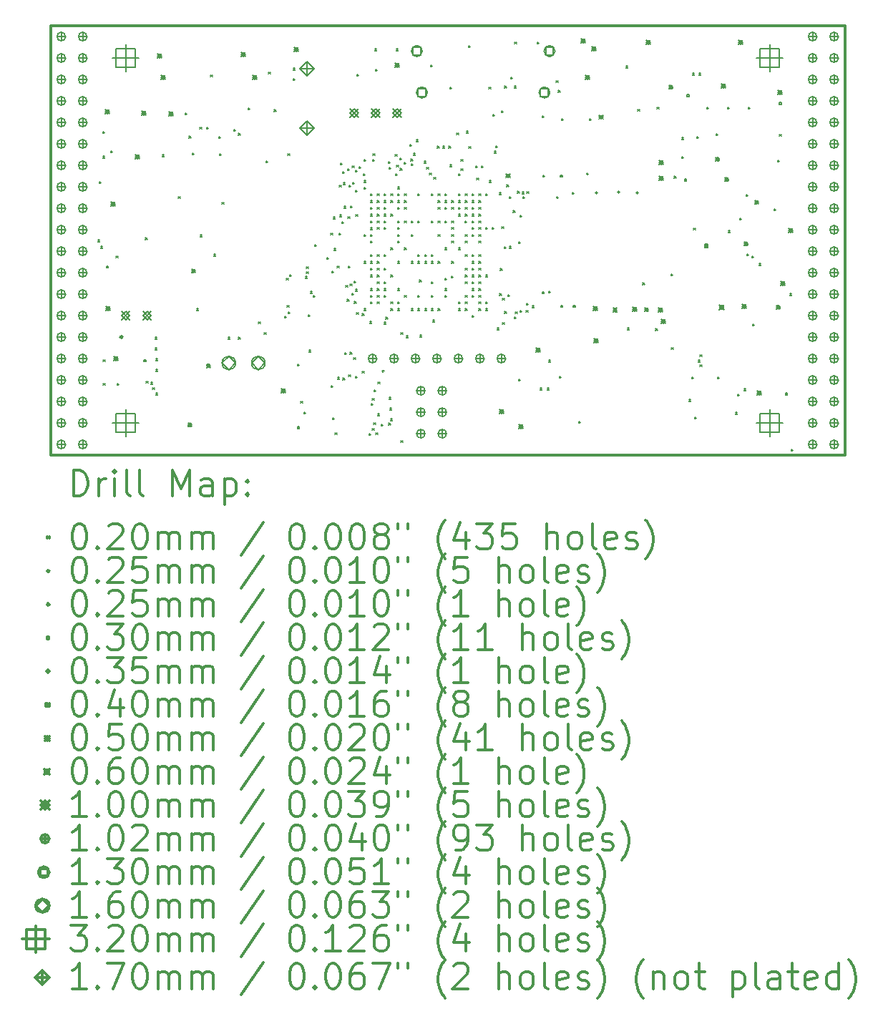
<source format=gbr>
%FSLAX45Y45*%
G04 Gerber Fmt 4.5, Leading zero omitted, Abs format (unit mm)*
G04 Created by KiCad (PCBNEW 5.0.2+dfsg1-1) date četvrtak, 21. ožujka 2019. 14:00:17 CET*
%MOMM*%
%LPD*%
G01*
G04 APERTURE LIST*
%ADD10C,0.300000*%
%ADD11C,0.200000*%
G04 APERTURE END LIST*
D10*
X9410000Y-6142000D02*
X9410000Y-11222000D01*
X18808000Y-6142000D02*
X9410000Y-6142000D01*
X18808000Y-11222000D02*
X18808000Y-6142000D01*
X9410000Y-11222000D02*
X18808000Y-11222000D01*
D11*
X9969000Y-8676600D02*
X9989000Y-8696600D01*
X9989000Y-8676600D02*
X9969000Y-8696600D01*
X9990550Y-7986200D02*
X10010550Y-8006200D01*
X10010550Y-7986200D02*
X9990550Y-8006200D01*
X10007100Y-8752800D02*
X10027100Y-8772800D01*
X10027100Y-8752800D02*
X10007100Y-8772800D01*
X10032500Y-7393900D02*
X10052500Y-7413900D01*
X10052500Y-7393900D02*
X10032500Y-7413900D01*
X10032500Y-7686000D02*
X10052500Y-7706000D01*
X10052500Y-7686000D02*
X10032500Y-7706000D01*
X10035000Y-10094400D02*
X10055000Y-10114400D01*
X10055000Y-10094400D02*
X10035000Y-10114400D01*
X10035000Y-10373800D02*
X10055000Y-10393800D01*
X10055000Y-10373800D02*
X10035000Y-10393800D01*
X10125400Y-7619700D02*
X10145400Y-7639700D01*
X10145400Y-7619700D02*
X10125400Y-7639700D01*
X10187400Y-8868850D02*
X10207400Y-8888850D01*
X10207400Y-8868850D02*
X10187400Y-8888850D01*
X10200100Y-10373800D02*
X10220100Y-10393800D01*
X10220100Y-10373800D02*
X10200100Y-10393800D01*
X10535450Y-8649900D02*
X10555450Y-8669900D01*
X10555450Y-8649900D02*
X10535450Y-8669900D01*
X10543000Y-10348400D02*
X10563000Y-10368400D01*
X10563000Y-10348400D02*
X10543000Y-10368400D01*
X10595970Y-10361643D02*
X10615970Y-10381643D01*
X10615970Y-10361643D02*
X10595970Y-10381643D01*
X10619200Y-10424600D02*
X10639200Y-10444600D01*
X10639200Y-10424600D02*
X10619200Y-10444600D01*
X10650950Y-9827700D02*
X10670950Y-9847700D01*
X10670950Y-9827700D02*
X10650950Y-9847700D01*
X10650950Y-9954700D02*
X10670950Y-9974700D01*
X10670950Y-9954700D02*
X10650950Y-9974700D01*
X10657300Y-10081700D02*
X10677300Y-10101700D01*
X10677300Y-10081700D02*
X10657300Y-10101700D01*
X10657300Y-10208701D02*
X10677300Y-10228701D01*
X10677300Y-10208701D02*
X10657300Y-10228701D01*
X10657300Y-10488100D02*
X10677300Y-10508100D01*
X10677300Y-10488100D02*
X10657300Y-10508100D01*
X10733500Y-7668700D02*
X10753500Y-7688700D01*
X10753500Y-7668700D02*
X10733500Y-7688700D01*
X10924000Y-8164000D02*
X10944000Y-8184000D01*
X10944000Y-8164000D02*
X10924000Y-8184000D01*
X11001700Y-7175200D02*
X11021700Y-7195200D01*
X11021700Y-7175200D02*
X11001700Y-7195200D01*
X11049908Y-7448938D02*
X11069908Y-7468938D01*
X11069908Y-7448938D02*
X11049908Y-7468938D01*
X11090600Y-7645100D02*
X11110600Y-7665100D01*
X11110600Y-7645100D02*
X11090600Y-7665100D01*
X11137400Y-9489400D02*
X11157400Y-9509400D01*
X11157400Y-9489400D02*
X11137400Y-9509400D01*
X11178000Y-7344850D02*
X11198000Y-7364850D01*
X11198000Y-7344850D02*
X11178000Y-7364850D01*
X11179522Y-8615379D02*
X11199522Y-8635379D01*
X11199522Y-8615379D02*
X11179522Y-8635379D01*
X11260550Y-7344851D02*
X11280550Y-7364851D01*
X11280550Y-7344851D02*
X11260550Y-7364851D01*
X11305725Y-6724363D02*
X11325725Y-6744363D01*
X11325725Y-6724363D02*
X11305725Y-6744363D01*
X11344600Y-8845973D02*
X11364600Y-8865973D01*
X11364600Y-8845973D02*
X11344600Y-8865973D01*
X11400408Y-7451220D02*
X11420408Y-7471220D01*
X11420408Y-7451220D02*
X11400408Y-7471220D01*
X11408100Y-7657800D02*
X11428100Y-7677800D01*
X11428100Y-7657800D02*
X11408100Y-7677800D01*
X11441393Y-8230943D02*
X11461393Y-8250943D01*
X11461393Y-8230943D02*
X11441393Y-8250943D01*
X11514550Y-9827700D02*
X11534550Y-9847700D01*
X11534550Y-9827700D02*
X11514550Y-9847700D01*
X11578000Y-7370000D02*
X11598000Y-7390000D01*
X11598000Y-7370000D02*
X11578000Y-7390000D01*
X11633852Y-9827700D02*
X11653852Y-9847700D01*
X11653852Y-9827700D02*
X11633852Y-9847700D01*
X11635200Y-7414700D02*
X11655200Y-7434700D01*
X11655200Y-7414700D02*
X11635200Y-7434700D01*
X11747000Y-7114500D02*
X11767000Y-7134500D01*
X11767000Y-7114500D02*
X11747000Y-7134500D01*
X11870412Y-9644112D02*
X11890412Y-9664112D01*
X11890412Y-9644112D02*
X11870412Y-9664112D01*
X11940000Y-9772000D02*
X11960000Y-9792000D01*
X11960000Y-9772000D02*
X11940000Y-9792000D01*
X11959215Y-7739412D02*
X11979215Y-7759412D01*
X11979215Y-7739412D02*
X11959215Y-7759412D01*
X11990800Y-6690800D02*
X12010800Y-6710800D01*
X12010800Y-6690800D02*
X11990800Y-6710800D01*
X12056498Y-7133651D02*
X12076498Y-7153651D01*
X12076498Y-7133651D02*
X12056498Y-7153651D01*
X12182800Y-9575500D02*
X12202800Y-9595500D01*
X12202800Y-9575500D02*
X12182800Y-9595500D01*
X12201657Y-9128657D02*
X12221657Y-9148657D01*
X12221657Y-9128657D02*
X12201657Y-9148657D01*
X12210364Y-9448538D02*
X12230364Y-9468538D01*
X12230364Y-9448538D02*
X12210364Y-9468538D01*
X12219400Y-7656000D02*
X12239400Y-7676000D01*
X12239400Y-7656000D02*
X12219400Y-7676000D01*
X12220900Y-9524700D02*
X12240900Y-9544700D01*
X12240900Y-9524700D02*
X12220900Y-9544700D01*
X12242096Y-9088217D02*
X12262096Y-9108217D01*
X12262096Y-9088217D02*
X12242096Y-9108217D01*
X12282618Y-6643232D02*
X12302618Y-6663232D01*
X12302618Y-6643232D02*
X12282618Y-6663232D01*
X12284400Y-6768800D02*
X12304400Y-6788800D01*
X12304400Y-6768800D02*
X12284400Y-6788800D01*
X12332545Y-10146435D02*
X12352545Y-10166435D01*
X12352545Y-10146435D02*
X12332545Y-10166435D01*
X12370241Y-10586650D02*
X12390241Y-10606650D01*
X12390241Y-10586650D02*
X12370241Y-10606650D01*
X12410242Y-10710764D02*
X12430242Y-10730764D01*
X12430242Y-10710764D02*
X12410242Y-10730764D01*
X12423701Y-9107100D02*
X12443701Y-9127100D01*
X12443701Y-9107100D02*
X12423701Y-9127100D01*
X12438000Y-8993150D02*
X12458000Y-9013150D01*
X12458000Y-8993150D02*
X12438000Y-9013150D01*
X12438000Y-9050000D02*
X12458000Y-9070000D01*
X12458000Y-9050000D02*
X12438000Y-9070000D01*
X12460700Y-9561000D02*
X12480700Y-9581000D01*
X12480700Y-9561000D02*
X12460700Y-9581000D01*
X12467050Y-9980100D02*
X12487050Y-10000100D01*
X12487050Y-9980100D02*
X12467050Y-10000100D01*
X12486399Y-9285661D02*
X12506399Y-9305661D01*
X12506399Y-9285661D02*
X12486399Y-9305661D01*
X12519149Y-9329350D02*
X12539149Y-9349350D01*
X12539149Y-9329350D02*
X12519149Y-9349350D01*
X12538837Y-8731087D02*
X12558837Y-8751087D01*
X12558837Y-8731087D02*
X12538837Y-8751087D01*
X12682329Y-8882979D02*
X12702329Y-8902979D01*
X12702329Y-8882979D02*
X12682329Y-8902979D01*
X12727400Y-8595800D02*
X12747400Y-8615800D01*
X12747400Y-8595800D02*
X12727400Y-8615800D01*
X12731909Y-10397773D02*
X12751909Y-10417773D01*
X12751909Y-10397773D02*
X12731909Y-10417773D01*
X12739656Y-9045901D02*
X12759656Y-9065901D01*
X12759656Y-9045901D02*
X12739656Y-9065901D01*
X12748660Y-10777504D02*
X12768660Y-10797504D01*
X12768660Y-10777504D02*
X12748660Y-10797504D01*
X12759150Y-8405300D02*
X12779150Y-8425300D01*
X12779150Y-8405300D02*
X12759150Y-8425300D01*
X12764768Y-8776012D02*
X12784768Y-8796012D01*
X12784768Y-8776012D02*
X12764768Y-8796012D01*
X12778201Y-10958000D02*
X12798201Y-10978000D01*
X12798201Y-10958000D02*
X12778201Y-10978000D01*
X12803218Y-8983018D02*
X12823218Y-9003018D01*
X12823218Y-8983018D02*
X12803218Y-9003018D01*
X12808750Y-10300900D02*
X12828750Y-10320900D01*
X12828750Y-10300900D02*
X12808750Y-10320900D01*
X12824072Y-8596207D02*
X12844072Y-8616207D01*
X12844072Y-8596207D02*
X12824072Y-8616207D01*
X12829000Y-8030650D02*
X12849000Y-8050650D01*
X12849000Y-8030650D02*
X12829000Y-8050650D01*
X12835350Y-8379900D02*
X12855350Y-8399900D01*
X12855350Y-8379900D02*
X12835350Y-8399900D01*
X12841700Y-7765451D02*
X12861700Y-7785451D01*
X12861700Y-7765451D02*
X12841700Y-7785451D01*
X12860114Y-8462438D02*
X12880114Y-8482438D01*
X12880114Y-8462438D02*
X12860114Y-8482438D01*
X12867100Y-7865550D02*
X12887100Y-7885550D01*
X12887100Y-7865550D02*
X12867100Y-7885550D01*
X12870682Y-10308590D02*
X12890682Y-10328590D01*
X12890682Y-10308590D02*
X12870682Y-10328590D01*
X12873450Y-7998900D02*
X12893450Y-8018900D01*
X12893450Y-7998900D02*
X12873450Y-8018900D01*
X12886150Y-8278300D02*
X12906150Y-8298300D01*
X12906150Y-8278300D02*
X12886150Y-8298300D01*
X12890520Y-10007480D02*
X12910520Y-10027480D01*
X12910520Y-10007480D02*
X12890520Y-10027480D01*
X12904464Y-9210902D02*
X12924464Y-9230902D01*
X12924464Y-9210902D02*
X12904464Y-9230902D01*
X12921835Y-9377845D02*
X12941835Y-9397845D01*
X12941835Y-9377845D02*
X12921835Y-9397845D01*
X12924250Y-7833800D02*
X12944250Y-7853800D01*
X12944250Y-7833800D02*
X12924250Y-7853800D01*
X12930501Y-8400852D02*
X12950501Y-8420852D01*
X12950501Y-8400852D02*
X12930501Y-8420852D01*
X12934924Y-8983794D02*
X12954924Y-9003794D01*
X12954924Y-8983794D02*
X12934924Y-9003794D01*
X12938000Y-10270000D02*
X12958000Y-10290000D01*
X12958000Y-10270000D02*
X12938000Y-10290000D01*
X12940751Y-8030650D02*
X12960751Y-8050650D01*
X12960751Y-8030650D02*
X12940751Y-8050650D01*
X12956000Y-10005500D02*
X12976000Y-10025500D01*
X12976000Y-10005500D02*
X12956000Y-10025500D01*
X12956595Y-9194664D02*
X12976595Y-9214664D01*
X12976595Y-9194664D02*
X12956595Y-9214664D01*
X12962350Y-8273851D02*
X12982350Y-8293851D01*
X12982350Y-8273851D02*
X12962350Y-8293851D01*
X12976189Y-9308896D02*
X12996189Y-9328896D01*
X12996189Y-9308896D02*
X12976189Y-9328896D01*
X12981400Y-7802050D02*
X13001400Y-7822050D01*
X13001400Y-7802050D02*
X12981400Y-7822050D01*
X12984711Y-7994431D02*
X13004711Y-8014431D01*
X13004711Y-7994431D02*
X12984711Y-8014431D01*
X12998000Y-10070000D02*
X13018000Y-10090000D01*
X13018000Y-10070000D02*
X12998000Y-10090000D01*
X13001054Y-9162967D02*
X13021054Y-9182967D01*
X13021054Y-9162967D02*
X13001054Y-9182967D01*
X13007618Y-9405227D02*
X13027618Y-9425227D01*
X13027618Y-9405227D02*
X13007618Y-9425227D01*
X13018000Y-10290000D02*
X13038000Y-10310000D01*
X13038000Y-10290000D02*
X13018000Y-10310000D01*
X13018305Y-7852464D02*
X13038305Y-7872464D01*
X13038305Y-7852464D02*
X13018305Y-7872464D01*
X13019500Y-8087800D02*
X13039500Y-8107800D01*
X13039500Y-8087800D02*
X13019500Y-8107800D01*
X13019572Y-9259973D02*
X13039572Y-9279973D01*
X13039572Y-9259973D02*
X13019572Y-9279973D01*
X13023410Y-8375410D02*
X13043410Y-8395410D01*
X13043410Y-8375410D02*
X13023410Y-8395410D01*
X13030548Y-9536431D02*
X13050548Y-9556431D01*
X13050548Y-9536431D02*
X13030548Y-9556431D01*
X13033700Y-6718000D02*
X13053700Y-6738000D01*
X13053700Y-6718000D02*
X13033700Y-6738000D01*
X13063950Y-7808400D02*
X13083950Y-7828400D01*
X13083950Y-7808400D02*
X13063950Y-7828400D01*
X13098000Y-10230000D02*
X13118000Y-10250000D01*
X13118000Y-10230000D02*
X13098000Y-10250000D01*
X13098471Y-9546418D02*
X13118471Y-9566418D01*
X13118471Y-9546418D02*
X13098471Y-9566418D01*
X13114818Y-7892343D02*
X13134818Y-7912343D01*
X13134818Y-7892343D02*
X13114818Y-7912343D01*
X13118000Y-8052363D02*
X13138000Y-8072363D01*
X13138000Y-8052363D02*
X13118000Y-8072363D01*
X13118000Y-8610000D02*
X13138000Y-8630000D01*
X13138000Y-8610000D02*
X13118000Y-8630000D01*
X13118000Y-8930000D02*
X13138000Y-8950000D01*
X13138000Y-8930000D02*
X13118000Y-8950000D01*
X13118000Y-9490000D02*
X13138000Y-9510000D01*
X13138000Y-9490000D02*
X13118000Y-9510000D01*
X13118565Y-7722735D02*
X13138565Y-7742735D01*
X13138565Y-7722735D02*
X13118565Y-7742735D01*
X13119785Y-7972345D02*
X13139785Y-7992345D01*
X13139785Y-7972345D02*
X13119785Y-7992345D01*
X13178250Y-10964350D02*
X13198250Y-10984350D01*
X13198250Y-10964350D02*
X13178250Y-10984350D01*
X13189750Y-9640500D02*
X13209750Y-9660500D01*
X13209750Y-9640500D02*
X13189750Y-9660500D01*
X13197734Y-9090201D02*
X13217734Y-9110201D01*
X13217734Y-9090201D02*
X13197734Y-9110201D01*
X13198000Y-8130000D02*
X13218000Y-8150000D01*
X13218000Y-8130000D02*
X13198000Y-8150000D01*
X13198000Y-8210000D02*
X13218000Y-8230000D01*
X13218000Y-8210000D02*
X13198000Y-8230000D01*
X13198000Y-8290000D02*
X13218000Y-8310000D01*
X13218000Y-8290000D02*
X13198000Y-8310000D01*
X13198000Y-8370000D02*
X13218000Y-8390000D01*
X13218000Y-8370000D02*
X13198000Y-8390000D01*
X13198000Y-8450000D02*
X13218000Y-8470000D01*
X13218000Y-8450000D02*
X13198000Y-8470000D01*
X13198000Y-8531500D02*
X13218000Y-8551500D01*
X13218000Y-8531500D02*
X13198000Y-8551500D01*
X13198000Y-8610000D02*
X13218000Y-8630000D01*
X13218000Y-8610000D02*
X13198000Y-8630000D01*
X13198000Y-8690000D02*
X13218000Y-8710000D01*
X13218000Y-8690000D02*
X13198000Y-8710000D01*
X13198000Y-8850000D02*
X13218000Y-8870000D01*
X13218000Y-8850000D02*
X13198000Y-8870000D01*
X13198000Y-8930000D02*
X13218000Y-8950000D01*
X13218000Y-8930000D02*
X13198000Y-8950000D01*
X13198000Y-9010000D02*
X13218000Y-9030000D01*
X13218000Y-9010000D02*
X13198000Y-9030000D01*
X13198000Y-9250000D02*
X13218000Y-9270000D01*
X13218000Y-9250000D02*
X13198000Y-9270000D01*
X13198000Y-9330000D02*
X13218000Y-9350000D01*
X13218000Y-9330000D02*
X13198000Y-9350000D01*
X13198000Y-9410000D02*
X13218000Y-9430000D01*
X13218000Y-9410000D02*
X13198000Y-9430000D01*
X13206286Y-10608587D02*
X13226286Y-10628587D01*
X13226286Y-10608587D02*
X13206286Y-10628587D01*
X13217511Y-10908296D02*
X13237511Y-10928296D01*
X13237511Y-10908296D02*
X13217511Y-10928296D01*
X13217788Y-10550812D02*
X13237788Y-10570812D01*
X13237788Y-10550812D02*
X13217788Y-10570812D01*
X13220903Y-7724256D02*
X13240903Y-7744256D01*
X13240903Y-7724256D02*
X13220903Y-7744256D01*
X13227850Y-7652950D02*
X13247850Y-7672950D01*
X13247850Y-7652950D02*
X13227850Y-7672950D01*
X13234200Y-10840650D02*
X13254200Y-10860650D01*
X13254200Y-10840650D02*
X13234200Y-10860650D01*
X13238262Y-10449238D02*
X13258262Y-10469238D01*
X13258262Y-10449238D02*
X13238262Y-10469238D01*
X13245600Y-6416000D02*
X13265600Y-6436000D01*
X13265600Y-6416000D02*
X13245600Y-6436000D01*
X13258300Y-6657300D02*
X13278300Y-6677300D01*
X13278300Y-6657300D02*
X13258300Y-6677300D01*
X13260800Y-10958000D02*
X13280800Y-10978000D01*
X13280800Y-10958000D02*
X13260800Y-10978000D01*
X13278000Y-8130000D02*
X13298000Y-8150000D01*
X13298000Y-8130000D02*
X13278000Y-8150000D01*
X13278000Y-8210000D02*
X13298000Y-8230000D01*
X13298000Y-8210000D02*
X13278000Y-8230000D01*
X13278000Y-8290000D02*
X13298000Y-8310000D01*
X13298000Y-8290000D02*
X13278000Y-8310000D01*
X13278000Y-8370000D02*
X13298000Y-8390000D01*
X13298000Y-8370000D02*
X13278000Y-8390000D01*
X13278000Y-8450000D02*
X13298000Y-8470000D01*
X13298000Y-8450000D02*
X13278000Y-8470000D01*
X13278000Y-8530000D02*
X13298000Y-8550000D01*
X13298000Y-8530000D02*
X13278000Y-8550000D01*
X13278000Y-8850000D02*
X13298000Y-8870000D01*
X13298000Y-8850000D02*
X13278000Y-8870000D01*
X13278000Y-8930000D02*
X13298000Y-8950000D01*
X13298000Y-8930000D02*
X13278000Y-8950000D01*
X13278000Y-9010000D02*
X13298000Y-9030000D01*
X13298000Y-9010000D02*
X13278000Y-9030000D01*
X13278000Y-9090000D02*
X13298000Y-9110000D01*
X13298000Y-9090000D02*
X13278000Y-9110000D01*
X13278000Y-9170000D02*
X13298000Y-9190000D01*
X13298000Y-9170000D02*
X13278000Y-9190000D01*
X13278000Y-9250000D02*
X13298000Y-9270000D01*
X13298000Y-9250000D02*
X13278000Y-9270000D01*
X13278000Y-9330000D02*
X13298000Y-9350000D01*
X13298000Y-9330000D02*
X13278000Y-9350000D01*
X13278000Y-9410000D02*
X13298000Y-9430000D01*
X13298000Y-9410000D02*
X13278000Y-9430000D01*
X13281247Y-10733530D02*
X13301247Y-10753530D01*
X13301247Y-10733530D02*
X13281247Y-10753530D01*
X13285000Y-10358050D02*
X13305000Y-10378050D01*
X13305000Y-10358050D02*
X13285000Y-10378050D01*
X13324300Y-10856400D02*
X13344300Y-10876400D01*
X13344300Y-10856400D02*
X13324300Y-10876400D01*
X13358000Y-8130000D02*
X13378000Y-8150000D01*
X13378000Y-8130000D02*
X13358000Y-8150000D01*
X13358000Y-8210000D02*
X13378000Y-8230000D01*
X13378000Y-8210000D02*
X13358000Y-8230000D01*
X13358000Y-8290000D02*
X13378000Y-8310000D01*
X13378000Y-8290000D02*
X13358000Y-8310000D01*
X13358000Y-8370000D02*
X13378000Y-8390000D01*
X13378000Y-8370000D02*
X13358000Y-8390000D01*
X13358000Y-8450000D02*
X13378000Y-8470000D01*
X13378000Y-8450000D02*
X13358000Y-8470000D01*
X13358000Y-8530000D02*
X13378000Y-8550000D01*
X13378000Y-8530000D02*
X13358000Y-8550000D01*
X13358000Y-8850000D02*
X13378000Y-8870000D01*
X13378000Y-8850000D02*
X13358000Y-8870000D01*
X13358000Y-9010000D02*
X13378000Y-9030000D01*
X13378000Y-9010000D02*
X13358000Y-9030000D01*
X13358000Y-9170000D02*
X13378000Y-9190000D01*
X13378000Y-9170000D02*
X13358000Y-9190000D01*
X13358000Y-9250000D02*
X13378000Y-9270000D01*
X13378000Y-9250000D02*
X13358000Y-9270000D01*
X13358000Y-9330000D02*
X13378000Y-9350000D01*
X13378000Y-9330000D02*
X13358000Y-9350000D01*
X13358000Y-9650000D02*
X13378000Y-9670000D01*
X13378000Y-9650000D02*
X13358000Y-9670000D01*
X13378000Y-9590000D02*
X13398000Y-9610000D01*
X13398000Y-9590000D02*
X13378000Y-9610000D01*
X13411163Y-7748395D02*
X13431163Y-7768395D01*
X13431163Y-7748395D02*
X13411163Y-7768395D01*
X13413200Y-10843700D02*
X13433200Y-10863700D01*
X13433200Y-10843700D02*
X13413200Y-10863700D01*
X13415020Y-7815418D02*
X13435020Y-7835418D01*
X13435020Y-7815418D02*
X13415020Y-7835418D01*
X13415467Y-10536950D02*
X13435467Y-10556950D01*
X13435467Y-10536950D02*
X13415467Y-10556950D01*
X13425900Y-10665900D02*
X13445900Y-10685900D01*
X13445900Y-10665900D02*
X13425900Y-10685900D01*
X13432035Y-10792450D02*
X13452035Y-10812450D01*
X13452035Y-10792450D02*
X13432035Y-10812450D01*
X13438000Y-8130000D02*
X13458000Y-8150000D01*
X13458000Y-8130000D02*
X13438000Y-8150000D01*
X13438000Y-8210000D02*
X13458000Y-8230000D01*
X13458000Y-8210000D02*
X13438000Y-8230000D01*
X13438000Y-8370000D02*
X13458000Y-8390000D01*
X13458000Y-8370000D02*
X13438000Y-8390000D01*
X13438000Y-9090000D02*
X13458000Y-9110000D01*
X13458000Y-9090000D02*
X13438000Y-9110000D01*
X13438000Y-9410000D02*
X13458000Y-9430000D01*
X13458000Y-9410000D02*
X13438000Y-9430000D01*
X13438000Y-9490000D02*
X13458000Y-9510000D01*
X13458000Y-9490000D02*
X13438000Y-9510000D01*
X13438001Y-8770000D02*
X13458001Y-8790000D01*
X13458001Y-8770000D02*
X13438001Y-8790000D01*
X13489399Y-7662350D02*
X13509399Y-7682350D01*
X13509399Y-7662350D02*
X13489399Y-7682350D01*
X13492132Y-7892495D02*
X13512132Y-7912495D01*
X13512132Y-7892495D02*
X13492132Y-7912495D01*
X13499600Y-6416000D02*
X13519600Y-6436000D01*
X13519600Y-6416000D02*
X13499600Y-6436000D01*
X13507250Y-7792650D02*
X13527250Y-7812650D01*
X13527250Y-7792650D02*
X13507250Y-7812650D01*
X13518000Y-8050000D02*
X13538000Y-8070000D01*
X13538000Y-8050000D02*
X13518000Y-8070000D01*
X13518000Y-8130000D02*
X13538000Y-8150000D01*
X13538000Y-8130000D02*
X13518000Y-8150000D01*
X13518000Y-8210000D02*
X13538000Y-8230000D01*
X13538000Y-8210000D02*
X13518000Y-8230000D01*
X13518000Y-8290000D02*
X13538000Y-8310000D01*
X13538000Y-8290000D02*
X13518000Y-8310000D01*
X13518000Y-8450000D02*
X13538000Y-8470000D01*
X13538000Y-8450000D02*
X13518000Y-8470000D01*
X13518000Y-8530000D02*
X13538000Y-8550000D01*
X13538000Y-8530000D02*
X13518000Y-8550000D01*
X13518000Y-8610000D02*
X13538000Y-8630000D01*
X13538000Y-8610000D02*
X13518000Y-8630000D01*
X13518000Y-8690000D02*
X13538000Y-8710000D01*
X13538000Y-8690000D02*
X13518000Y-8710000D01*
X13518000Y-8930000D02*
X13538000Y-8950000D01*
X13538000Y-8930000D02*
X13518000Y-8950000D01*
X13518000Y-9250000D02*
X13538000Y-9270000D01*
X13538000Y-9250000D02*
X13518000Y-9270000D01*
X13518000Y-9410000D02*
X13538000Y-9430000D01*
X13538000Y-9410000D02*
X13518000Y-9430000D01*
X13518000Y-9490000D02*
X13538000Y-9510000D01*
X13538000Y-9490000D02*
X13518000Y-9510000D01*
X13546550Y-7706800D02*
X13566550Y-7726800D01*
X13566550Y-7706800D02*
X13546550Y-7726800D01*
X13549150Y-7827659D02*
X13569150Y-7847659D01*
X13569150Y-7827659D02*
X13549150Y-7847659D01*
X13555656Y-11051071D02*
X13575656Y-11071071D01*
X13575656Y-11051071D02*
X13555656Y-11071071D01*
X13558000Y-9770000D02*
X13578000Y-9790000D01*
X13578000Y-9770000D02*
X13558000Y-9790000D01*
X13594882Y-7754550D02*
X13614882Y-7774550D01*
X13614882Y-7754550D02*
X13594882Y-7774550D01*
X13598000Y-8130000D02*
X13618000Y-8150000D01*
X13618000Y-8130000D02*
X13598000Y-8150000D01*
X13598000Y-8210000D02*
X13618000Y-8230000D01*
X13618000Y-8210000D02*
X13598000Y-8230000D01*
X13598000Y-8290000D02*
X13618000Y-8310000D01*
X13618000Y-8290000D02*
X13598000Y-8310000D01*
X13598000Y-8450000D02*
X13618000Y-8470000D01*
X13618000Y-8450000D02*
X13598000Y-8470000D01*
X13598000Y-8770000D02*
X13618000Y-8790000D01*
X13618000Y-8770000D02*
X13598000Y-8790000D01*
X13598000Y-9330000D02*
X13618000Y-9350000D01*
X13618000Y-9330000D02*
X13598000Y-9350000D01*
X13618000Y-9810000D02*
X13638000Y-9830000D01*
X13638000Y-9810000D02*
X13618000Y-9830000D01*
X13664259Y-7547941D02*
X13684259Y-7567941D01*
X13684259Y-7547941D02*
X13664259Y-7567941D01*
X13676320Y-7718760D02*
X13696320Y-7738760D01*
X13696320Y-7718760D02*
X13676320Y-7738760D01*
X13678000Y-8450000D02*
X13698000Y-8470000D01*
X13698000Y-8450000D02*
X13678000Y-8470000D01*
X13678000Y-8610000D02*
X13698000Y-8630000D01*
X13698000Y-8610000D02*
X13678000Y-8630000D01*
X13678000Y-8930000D02*
X13698000Y-8950000D01*
X13698000Y-8930000D02*
X13678000Y-8950000D01*
X13678000Y-9490000D02*
X13698000Y-9510000D01*
X13698000Y-9490000D02*
X13678000Y-9510000D01*
X13679461Y-7776107D02*
X13699461Y-7796107D01*
X13699461Y-7776107D02*
X13679461Y-7796107D01*
X13707437Y-7652487D02*
X13727437Y-7672487D01*
X13727437Y-7652487D02*
X13707437Y-7672487D01*
X13738000Y-7490000D02*
X13758000Y-7510000D01*
X13758000Y-7490000D02*
X13738000Y-7510000D01*
X13758000Y-8130000D02*
X13778000Y-8150000D01*
X13778000Y-8130000D02*
X13758000Y-8150000D01*
X13758000Y-8450000D02*
X13778000Y-8470000D01*
X13778000Y-8450000D02*
X13758000Y-8470000D01*
X13758000Y-8850000D02*
X13778000Y-8870000D01*
X13778000Y-8850000D02*
X13758000Y-8870000D01*
X13758000Y-8930000D02*
X13778000Y-8950000D01*
X13778000Y-8930000D02*
X13758000Y-8950000D01*
X13758000Y-9330000D02*
X13778000Y-9350000D01*
X13778000Y-9330000D02*
X13758000Y-9350000D01*
X13758000Y-9490000D02*
X13778000Y-9510000D01*
X13778000Y-9490000D02*
X13758000Y-9510000D01*
X13778000Y-9150000D02*
X13798000Y-9170000D01*
X13798000Y-9150000D02*
X13778000Y-9170000D01*
X13781499Y-9802300D02*
X13801499Y-9822300D01*
X13801499Y-9802300D02*
X13781499Y-9822300D01*
X13830592Y-7745154D02*
X13850592Y-7765154D01*
X13850592Y-7745154D02*
X13830592Y-7765154D01*
X13838000Y-8850000D02*
X13858000Y-8870000D01*
X13858000Y-8850000D02*
X13838000Y-8870000D01*
X13838000Y-8930000D02*
X13858000Y-8950000D01*
X13858000Y-8930000D02*
X13838000Y-8950000D01*
X13838000Y-9490000D02*
X13858000Y-9510000D01*
X13858000Y-9490000D02*
X13838000Y-9510000D01*
X13862850Y-7818050D02*
X13882850Y-7838050D01*
X13882850Y-7818050D02*
X13862850Y-7838050D01*
X13894600Y-7881550D02*
X13914600Y-7901550D01*
X13914600Y-7881550D02*
X13894600Y-7901550D01*
X13910000Y-6603700D02*
X13930000Y-6623700D01*
X13930000Y-6603700D02*
X13910000Y-6623700D01*
X13918000Y-8130000D02*
X13938000Y-8150000D01*
X13938000Y-8130000D02*
X13918000Y-8150000D01*
X13918000Y-8450000D02*
X13938000Y-8470000D01*
X13938000Y-8450000D02*
X13918000Y-8470000D01*
X13918000Y-8850000D02*
X13938000Y-8870000D01*
X13938000Y-8850000D02*
X13918000Y-8870000D01*
X13918000Y-8930000D02*
X13938000Y-8950000D01*
X13938000Y-8930000D02*
X13918000Y-8950000D01*
X13918000Y-9170000D02*
X13938000Y-9190000D01*
X13938000Y-9170000D02*
X13918000Y-9190000D01*
X13918000Y-9330000D02*
X13938000Y-9350000D01*
X13938000Y-9330000D02*
X13918000Y-9350000D01*
X13918000Y-9490000D02*
X13938000Y-9510000D01*
X13938000Y-9490000D02*
X13918000Y-9510000D01*
X13933900Y-9624500D02*
X13953900Y-9644500D01*
X13953900Y-9624500D02*
X13933900Y-9644500D01*
X13945400Y-7932350D02*
X13965400Y-7952350D01*
X13965400Y-7932350D02*
X13945400Y-7952350D01*
X13987649Y-7567100D02*
X14007649Y-7587100D01*
X14007649Y-7567100D02*
X13987649Y-7587100D01*
X13996000Y-8292000D02*
X14016000Y-8312000D01*
X14016000Y-8292000D02*
X13996000Y-8312000D01*
X13998000Y-8130000D02*
X14018000Y-8150000D01*
X14018000Y-8130000D02*
X13998000Y-8150000D01*
X13998000Y-8210000D02*
X14018000Y-8230000D01*
X14018000Y-8210000D02*
X13998000Y-8230000D01*
X13998000Y-8450000D02*
X14018000Y-8470000D01*
X14018000Y-8450000D02*
X13998000Y-8470000D01*
X13998000Y-8610000D02*
X14018000Y-8630000D01*
X14018000Y-8610000D02*
X13998000Y-8630000D01*
X13998000Y-8930000D02*
X14018000Y-8950000D01*
X14018000Y-8930000D02*
X13998000Y-8950000D01*
X13998000Y-9490000D02*
X14018000Y-9510000D01*
X14018000Y-9490000D02*
X13998000Y-9510000D01*
X14054550Y-7567100D02*
X14074550Y-7587100D01*
X14074550Y-7567100D02*
X14054550Y-7587100D01*
X14078000Y-8130000D02*
X14098000Y-8150000D01*
X14098000Y-8130000D02*
X14078000Y-8150000D01*
X14078000Y-8210000D02*
X14098000Y-8230000D01*
X14098000Y-8210000D02*
X14078000Y-8230000D01*
X14078000Y-8290000D02*
X14098000Y-8310000D01*
X14098000Y-8290000D02*
X14078000Y-8310000D01*
X14078000Y-8450000D02*
X14098000Y-8470000D01*
X14098000Y-8450000D02*
X14078000Y-8470000D01*
X14078000Y-8770000D02*
X14098000Y-8790000D01*
X14098000Y-8770000D02*
X14078000Y-8790000D01*
X14078000Y-9130000D02*
X14098000Y-9150000D01*
X14098000Y-9130000D02*
X14078000Y-9150000D01*
X14078000Y-9250000D02*
X14098000Y-9270000D01*
X14098000Y-9250000D02*
X14078000Y-9270000D01*
X14078000Y-9330000D02*
X14098000Y-9350000D01*
X14098000Y-9330000D02*
X14078000Y-9350000D01*
X14124400Y-7567100D02*
X14144400Y-7587100D01*
X14144400Y-7567100D02*
X14124400Y-7587100D01*
X14135900Y-7786300D02*
X14155900Y-7806300D01*
X14155900Y-7786300D02*
X14135900Y-7806300D01*
X14138000Y-6870000D02*
X14158000Y-6890000D01*
X14158000Y-6870000D02*
X14138000Y-6890000D01*
X14154000Y-9100700D02*
X14174000Y-9120700D01*
X14174000Y-9100700D02*
X14154000Y-9120700D01*
X14158000Y-8210000D02*
X14178000Y-8230000D01*
X14178000Y-8210000D02*
X14158000Y-8230000D01*
X14158000Y-8290000D02*
X14178000Y-8310000D01*
X14178000Y-8290000D02*
X14158000Y-8310000D01*
X14158000Y-8450000D02*
X14178000Y-8470000D01*
X14178000Y-8450000D02*
X14158000Y-8470000D01*
X14158000Y-8530000D02*
X14178000Y-8550000D01*
X14178000Y-8530000D02*
X14158000Y-8550000D01*
X14158000Y-8610000D02*
X14178000Y-8630000D01*
X14178000Y-8610000D02*
X14158000Y-8630000D01*
X14158000Y-8690000D02*
X14178000Y-8710000D01*
X14178000Y-8690000D02*
X14158000Y-8710000D01*
X14158000Y-8930000D02*
X14178000Y-8950000D01*
X14178000Y-8930000D02*
X14158000Y-8950000D01*
X14218000Y-7410000D02*
X14238000Y-7430000D01*
X14238000Y-7410000D02*
X14218000Y-7430000D01*
X14236000Y-8292000D02*
X14256000Y-8312000D01*
X14256000Y-8292000D02*
X14236000Y-8312000D01*
X14236377Y-7893109D02*
X14256377Y-7913109D01*
X14256377Y-7893109D02*
X14236377Y-7913109D01*
X14238000Y-8130000D02*
X14258000Y-8150000D01*
X14258000Y-8130000D02*
X14238000Y-8150000D01*
X14238000Y-8210000D02*
X14258000Y-8230000D01*
X14258000Y-8210000D02*
X14238000Y-8230000D01*
X14238000Y-8370000D02*
X14258000Y-8390000D01*
X14258000Y-8370000D02*
X14238000Y-8390000D01*
X14238000Y-8770000D02*
X14258000Y-8790000D01*
X14258000Y-8770000D02*
X14238000Y-8790000D01*
X14238000Y-9410000D02*
X14258000Y-9430000D01*
X14258000Y-9410000D02*
X14238000Y-9430000D01*
X14238000Y-9490000D02*
X14258000Y-9510000D01*
X14258000Y-9490000D02*
X14238000Y-9510000D01*
X14267329Y-7833800D02*
X14287329Y-7853800D01*
X14287329Y-7833800D02*
X14267329Y-7853800D01*
X14268583Y-7723660D02*
X14288583Y-7743660D01*
X14288583Y-7723660D02*
X14268583Y-7743660D01*
X14316000Y-8452000D02*
X14336000Y-8472000D01*
X14336000Y-8452000D02*
X14316000Y-8472000D01*
X14318000Y-8130000D02*
X14338000Y-8150000D01*
X14338000Y-8130000D02*
X14318000Y-8150000D01*
X14318000Y-8210000D02*
X14338000Y-8230000D01*
X14338000Y-8210000D02*
X14318000Y-8230000D01*
X14318000Y-8290000D02*
X14338000Y-8310000D01*
X14338000Y-8290000D02*
X14318000Y-8310000D01*
X14318000Y-8370000D02*
X14338000Y-8390000D01*
X14338000Y-8370000D02*
X14318000Y-8390000D01*
X14318000Y-8610000D02*
X14338000Y-8630000D01*
X14338000Y-8610000D02*
X14318000Y-8630000D01*
X14318000Y-8690000D02*
X14338000Y-8710000D01*
X14338000Y-8690000D02*
X14318000Y-8710000D01*
X14318000Y-8850000D02*
X14338000Y-8870000D01*
X14338000Y-8850000D02*
X14318000Y-8870000D01*
X14318000Y-9010000D02*
X14338000Y-9030000D01*
X14338000Y-9010000D02*
X14318000Y-9030000D01*
X14318000Y-9090000D02*
X14338000Y-9110000D01*
X14338000Y-9090000D02*
X14318000Y-9110000D01*
X14318000Y-9170000D02*
X14338000Y-9190000D01*
X14338000Y-9170000D02*
X14318000Y-9190000D01*
X14318000Y-9330000D02*
X14338000Y-9350000D01*
X14338000Y-9330000D02*
X14318000Y-9350000D01*
X14318000Y-9410000D02*
X14338000Y-9430000D01*
X14338000Y-9410000D02*
X14318000Y-9430000D01*
X14318000Y-9490000D02*
X14338000Y-9510000D01*
X14338000Y-9490000D02*
X14318000Y-9510000D01*
X14331863Y-7387513D02*
X14351863Y-7407513D01*
X14351863Y-7387513D02*
X14331863Y-7407513D01*
X14355067Y-6376252D02*
X14375067Y-6396252D01*
X14375067Y-6376252D02*
X14355067Y-6396252D01*
X14360888Y-7571730D02*
X14380888Y-7591730D01*
X14380888Y-7571730D02*
X14360888Y-7591730D01*
X14398000Y-9570000D02*
X14418000Y-9590000D01*
X14418000Y-9570000D02*
X14398000Y-9590000D01*
X14398000Y-8130000D02*
X14418000Y-8150000D01*
X14418000Y-8130000D02*
X14398000Y-8150000D01*
X14398000Y-8210000D02*
X14418000Y-8230000D01*
X14418000Y-8210000D02*
X14398000Y-8230000D01*
X14398000Y-8290000D02*
X14418000Y-8310000D01*
X14418000Y-8290000D02*
X14398000Y-8310000D01*
X14398000Y-8370000D02*
X14418000Y-8390000D01*
X14418000Y-8370000D02*
X14398000Y-8390000D01*
X14398000Y-8450000D02*
X14418000Y-8470000D01*
X14418000Y-8450000D02*
X14398000Y-8470000D01*
X14398000Y-8530000D02*
X14418000Y-8550000D01*
X14418000Y-8530000D02*
X14398000Y-8550000D01*
X14398000Y-8610000D02*
X14418000Y-8630000D01*
X14418000Y-8610000D02*
X14398000Y-8630000D01*
X14398000Y-8850000D02*
X14418000Y-8870000D01*
X14418000Y-8850000D02*
X14398000Y-8870000D01*
X14398000Y-8930000D02*
X14418000Y-8950000D01*
X14418000Y-8930000D02*
X14398000Y-8950000D01*
X14398000Y-9010000D02*
X14418000Y-9030000D01*
X14418000Y-9010000D02*
X14398000Y-9030000D01*
X14398000Y-9090000D02*
X14418000Y-9110000D01*
X14418000Y-9090000D02*
X14398000Y-9110000D01*
X14398000Y-9170000D02*
X14418000Y-9190000D01*
X14418000Y-9170000D02*
X14398000Y-9190000D01*
X14398000Y-9250000D02*
X14418000Y-9270000D01*
X14418000Y-9250000D02*
X14398000Y-9270000D01*
X14398000Y-9330000D02*
X14418000Y-9350000D01*
X14418000Y-9330000D02*
X14398000Y-9350000D01*
X14441900Y-7802050D02*
X14461900Y-7822050D01*
X14461900Y-7802050D02*
X14441900Y-7822050D01*
X14453400Y-7942279D02*
X14473400Y-7962279D01*
X14473400Y-7942279D02*
X14453400Y-7962279D01*
X14478000Y-8130000D02*
X14498000Y-8150000D01*
X14498000Y-8130000D02*
X14478000Y-8150000D01*
X14478000Y-8210000D02*
X14498000Y-8230000D01*
X14498000Y-8210000D02*
X14478000Y-8230000D01*
X14478000Y-8290000D02*
X14498000Y-8310000D01*
X14498000Y-8290000D02*
X14478000Y-8310000D01*
X14478000Y-8370000D02*
X14498000Y-8390000D01*
X14498000Y-8370000D02*
X14478000Y-8390000D01*
X14478000Y-8450000D02*
X14498000Y-8470000D01*
X14498000Y-8450000D02*
X14478000Y-8470000D01*
X14478000Y-8530000D02*
X14498000Y-8550000D01*
X14498000Y-8530000D02*
X14478000Y-8550000D01*
X14478000Y-8610000D02*
X14498000Y-8630000D01*
X14498000Y-8610000D02*
X14478000Y-8630000D01*
X14478000Y-8690000D02*
X14498000Y-8710000D01*
X14498000Y-8690000D02*
X14478000Y-8710000D01*
X14478000Y-8850000D02*
X14498000Y-8870000D01*
X14498000Y-8850000D02*
X14478000Y-8870000D01*
X14478000Y-8930000D02*
X14498000Y-8950000D01*
X14498000Y-8930000D02*
X14478000Y-8950000D01*
X14478000Y-9010000D02*
X14498000Y-9030000D01*
X14498000Y-9010000D02*
X14478000Y-9030000D01*
X14478000Y-9090000D02*
X14498000Y-9110000D01*
X14498000Y-9090000D02*
X14478000Y-9110000D01*
X14478000Y-9170000D02*
X14498000Y-9190000D01*
X14498000Y-9170000D02*
X14478000Y-9190000D01*
X14478000Y-9250000D02*
X14498000Y-9270000D01*
X14498000Y-9250000D02*
X14478000Y-9270000D01*
X14478000Y-9330000D02*
X14498000Y-9350000D01*
X14498000Y-9330000D02*
X14478000Y-9350000D01*
X14478000Y-9410000D02*
X14498000Y-9430000D01*
X14498000Y-9410000D02*
X14478000Y-9430000D01*
X14478000Y-9490000D02*
X14498000Y-9510000D01*
X14498000Y-9490000D02*
X14478000Y-9510000D01*
X14511750Y-7802050D02*
X14531750Y-7822050D01*
X14531750Y-7802050D02*
X14511750Y-7822050D01*
X14558000Y-8130000D02*
X14578000Y-8150000D01*
X14578000Y-8130000D02*
X14558000Y-8150000D01*
X14558000Y-8530000D02*
X14578000Y-8550000D01*
X14578000Y-8530000D02*
X14558000Y-8550000D01*
X14558000Y-9090000D02*
X14578000Y-9110000D01*
X14578000Y-9090000D02*
X14558000Y-9110000D01*
X14558000Y-9410000D02*
X14578000Y-9430000D01*
X14578000Y-9410000D02*
X14558000Y-9430000D01*
X14558000Y-9490000D02*
X14578000Y-9510000D01*
X14578000Y-9490000D02*
X14558000Y-9510000D01*
X14598000Y-6870000D02*
X14618000Y-6890000D01*
X14618000Y-6870000D02*
X14598000Y-6890000D01*
X14600000Y-7972000D02*
X14620000Y-7992000D01*
X14620000Y-7972000D02*
X14600000Y-7992000D01*
X14638000Y-8530000D02*
X14658000Y-8550000D01*
X14658000Y-8530000D02*
X14638000Y-8550000D01*
X14646600Y-7187799D02*
X14666600Y-7207799D01*
X14666600Y-7187799D02*
X14646600Y-7207799D01*
X14660029Y-7625502D02*
X14680029Y-7645502D01*
X14680029Y-7625502D02*
X14660029Y-7645502D01*
X14676850Y-7560750D02*
X14696850Y-7580750D01*
X14696850Y-7560750D02*
X14676850Y-7580750D01*
X14694701Y-9716700D02*
X14714701Y-9736700D01*
X14714701Y-9716700D02*
X14694701Y-9736700D01*
X14720100Y-8116500D02*
X14740100Y-8136500D01*
X14740100Y-8116500D02*
X14720100Y-8136500D01*
X14724389Y-9311713D02*
X14744389Y-9331713D01*
X14744389Y-9311713D02*
X14724389Y-9331713D01*
X14733095Y-9013302D02*
X14753095Y-9033302D01*
X14753095Y-9013302D02*
X14733095Y-9033302D01*
X14748200Y-7146252D02*
X14768200Y-7166252D01*
X14768200Y-7146252D02*
X14748200Y-7166252D01*
X14751215Y-8517186D02*
X14771215Y-8537186D01*
X14771215Y-8517186D02*
X14751215Y-8537186D01*
X14760000Y-9366849D02*
X14780000Y-9386849D01*
X14780000Y-9366849D02*
X14760000Y-9386849D01*
X14760000Y-9652000D02*
X14780000Y-9672000D01*
X14780000Y-9652000D02*
X14760000Y-9672000D01*
X14781079Y-8758342D02*
X14801079Y-8778342D01*
X14801079Y-8758342D02*
X14781079Y-8778342D01*
X14784800Y-6855900D02*
X14804800Y-6875900D01*
X14804800Y-6855900D02*
X14784800Y-6875900D01*
X14785679Y-9521109D02*
X14805679Y-9541109D01*
X14805679Y-9521109D02*
X14785679Y-9541109D01*
X14810200Y-8024300D02*
X14830200Y-8044300D01*
X14830200Y-8024300D02*
X14810200Y-8044300D01*
X14824901Y-9322231D02*
X14844901Y-9342231D01*
X14844901Y-9322231D02*
X14824901Y-9342231D01*
X14838354Y-8752346D02*
X14858354Y-8772346D01*
X14858354Y-8752346D02*
X14838354Y-8772346D01*
X14841950Y-8164000D02*
X14861950Y-8184000D01*
X14861950Y-8164000D02*
X14841950Y-8184000D01*
X14858001Y-6750000D02*
X14878001Y-6770000D01*
X14878001Y-6750000D02*
X14858001Y-6770000D01*
X14886400Y-8329101D02*
X14906400Y-8349101D01*
X14906400Y-8329101D02*
X14886400Y-8349101D01*
X14899100Y-6855900D02*
X14919100Y-6875900D01*
X14919100Y-6855900D02*
X14899100Y-6875900D01*
X14899100Y-9586400D02*
X14919100Y-9606400D01*
X14919100Y-9586400D02*
X14899100Y-9606400D01*
X14903412Y-6332405D02*
X14923412Y-6352405D01*
X14923412Y-6332405D02*
X14903412Y-6352405D01*
X14910600Y-9526200D02*
X14930600Y-9546200D01*
X14930600Y-9526200D02*
X14910600Y-9546200D01*
X14937199Y-8100500D02*
X14957199Y-8120500D01*
X14957199Y-8100500D02*
X14937199Y-8120500D01*
X14947550Y-8699301D02*
X14967550Y-8719301D01*
X14967550Y-8699301D02*
X14947550Y-8719301D01*
X14947728Y-10322085D02*
X14967728Y-10342085D01*
X14967728Y-10322085D02*
X14947728Y-10342085D01*
X14966401Y-8381402D02*
X14986401Y-8401402D01*
X14986401Y-8381402D02*
X14966401Y-8401402D01*
X14967749Y-9507150D02*
X14987749Y-9527150D01*
X14987749Y-9507150D02*
X14967749Y-9527150D01*
X14991381Y-8107272D02*
X15011381Y-8127272D01*
X15011381Y-8107272D02*
X14991381Y-8127272D01*
X15000700Y-8164000D02*
X15020700Y-8184000D01*
X15020700Y-8164000D02*
X15000700Y-8184000D01*
X15037600Y-9507150D02*
X15057600Y-9527150D01*
X15057600Y-9507150D02*
X15037600Y-9527150D01*
X15043950Y-9424600D02*
X15063950Y-9444600D01*
X15063950Y-9424600D02*
X15043950Y-9444600D01*
X15045980Y-8106843D02*
X15065980Y-8126843D01*
X15065980Y-8106843D02*
X15045980Y-8126843D01*
X15109016Y-9455085D02*
X15129016Y-9475085D01*
X15129016Y-9455085D02*
X15109016Y-9475085D01*
X15167300Y-6337000D02*
X15187300Y-6357000D01*
X15187300Y-6337000D02*
X15167300Y-6357000D01*
X15201400Y-10429200D02*
X15221400Y-10449200D01*
X15221400Y-10429200D02*
X15201400Y-10449200D01*
X15230800Y-7206950D02*
X15250800Y-7226950D01*
X15250800Y-7206950D02*
X15230800Y-7226950D01*
X15239707Y-7909347D02*
X15259707Y-7929347D01*
X15259707Y-7909347D02*
X15239707Y-7929347D01*
X15290300Y-10429200D02*
X15310300Y-10449200D01*
X15310300Y-10429200D02*
X15290300Y-10449200D01*
X15303000Y-10099000D02*
X15323000Y-10119000D01*
X15323000Y-10099000D02*
X15303000Y-10119000D01*
X15305500Y-9281600D02*
X15325500Y-9301600D01*
X15325500Y-9281600D02*
X15305500Y-9301600D01*
X15394400Y-6792400D02*
X15414400Y-6812400D01*
X15414400Y-6792400D02*
X15394400Y-6812400D01*
X15419800Y-6906700D02*
X15439800Y-6926700D01*
X15439800Y-6906700D02*
X15419800Y-6926700D01*
X15432558Y-10288777D02*
X15452558Y-10308777D01*
X15452558Y-10288777D02*
X15432558Y-10308777D01*
X15459400Y-7238700D02*
X15479400Y-7258700D01*
X15479400Y-7238700D02*
X15459400Y-7258700D01*
X15584900Y-8114958D02*
X15604900Y-8134958D01*
X15604900Y-8114958D02*
X15584900Y-8134958D01*
X15662600Y-10820100D02*
X15682600Y-10840100D01*
X15682600Y-10820100D02*
X15662600Y-10840100D01*
X15789600Y-7238700D02*
X15809600Y-7258700D01*
X15809600Y-7238700D02*
X15789600Y-7258700D01*
X16217147Y-6618496D02*
X16237147Y-6638496D01*
X16237147Y-6618496D02*
X16217147Y-6638496D01*
X16234100Y-9717000D02*
X16254100Y-9737000D01*
X16254100Y-9717000D02*
X16234100Y-9737000D01*
X16359090Y-7131693D02*
X16379090Y-7151693D01*
X16379090Y-7131693D02*
X16359090Y-7151693D01*
X16418510Y-9184590D02*
X16438510Y-9204590D01*
X16438510Y-9184590D02*
X16418510Y-9204590D01*
X16570337Y-9724488D02*
X16590337Y-9744488D01*
X16590337Y-9724488D02*
X16570337Y-9744488D01*
X16588200Y-7102746D02*
X16608200Y-7122746D01*
X16608200Y-7102746D02*
X16588200Y-7122746D01*
X16754800Y-9080200D02*
X16774800Y-9100200D01*
X16774800Y-9080200D02*
X16754800Y-9100200D01*
X16758000Y-9950000D02*
X16778000Y-9970000D01*
X16778000Y-9950000D02*
X16758000Y-9970000D01*
X16791400Y-7922700D02*
X16811400Y-7942700D01*
X16811400Y-7922700D02*
X16791400Y-7942700D01*
X16880300Y-7465500D02*
X16900300Y-7485500D01*
X16900300Y-7465500D02*
X16880300Y-7485500D01*
X16880300Y-7687203D02*
X16900300Y-7707203D01*
X16900300Y-7687203D02*
X16880300Y-7707203D01*
X16962549Y-10564300D02*
X16982549Y-10584300D01*
X16982549Y-10564300D02*
X16962549Y-10584300D01*
X16996100Y-10299400D02*
X17016100Y-10319400D01*
X17016100Y-10299400D02*
X16996100Y-10319400D01*
X17007300Y-6703500D02*
X17027300Y-6723500D01*
X17027300Y-6703500D02*
X17007300Y-6723500D01*
X17020954Y-8534153D02*
X17040954Y-8554153D01*
X17040954Y-8534153D02*
X17020954Y-8554153D01*
X17032700Y-10773850D02*
X17052700Y-10793850D01*
X17052700Y-10773850D02*
X17032700Y-10793850D01*
X17058000Y-7450000D02*
X17078000Y-7470000D01*
X17078000Y-7450000D02*
X17058000Y-7470000D01*
X17075950Y-10097700D02*
X17095950Y-10117700D01*
X17095950Y-10097700D02*
X17075950Y-10117700D01*
X17083500Y-6703500D02*
X17103500Y-6723500D01*
X17103500Y-6703500D02*
X17083500Y-6723500D01*
X17095000Y-10034200D02*
X17115000Y-10054200D01*
X17115000Y-10034200D02*
X17095000Y-10054200D01*
X17095000Y-10152849D02*
X17115000Y-10172849D01*
X17115000Y-10152849D02*
X17095000Y-10172849D01*
X17173900Y-7102746D02*
X17193900Y-7122746D01*
X17193900Y-7102746D02*
X17173900Y-7122746D01*
X17288200Y-7416500D02*
X17308200Y-7436500D01*
X17308200Y-7416500D02*
X17288200Y-7436500D01*
X17300900Y-10299400D02*
X17320900Y-10319400D01*
X17320900Y-10299400D02*
X17300900Y-10319400D01*
X17421312Y-7102746D02*
X17441312Y-7122746D01*
X17441312Y-7102746D02*
X17421312Y-7122746D01*
X17427900Y-8564300D02*
X17447900Y-8584300D01*
X17447900Y-8564300D02*
X17427900Y-8584300D01*
X17514451Y-10716700D02*
X17534451Y-10736700D01*
X17534451Y-10716700D02*
X17514451Y-10736700D01*
X17540700Y-10500800D02*
X17560700Y-10520800D01*
X17560700Y-10500800D02*
X17540700Y-10520800D01*
X17566100Y-8418000D02*
X17586100Y-8438000D01*
X17586100Y-8418000D02*
X17566100Y-8438000D01*
X17616900Y-10437300D02*
X17636900Y-10457300D01*
X17636900Y-10437300D02*
X17616900Y-10457300D01*
X17642300Y-8138600D02*
X17662300Y-8158600D01*
X17662300Y-8138600D02*
X17642300Y-8158600D01*
X17650543Y-8840716D02*
X17670543Y-8860716D01*
X17670543Y-8840716D02*
X17650543Y-8860716D01*
X17669708Y-7102746D02*
X17689708Y-7122746D01*
X17689708Y-7102746D02*
X17669708Y-7122746D01*
X17708899Y-8866403D02*
X17728899Y-8886403D01*
X17728899Y-8866403D02*
X17708899Y-8886403D01*
X17718798Y-9667866D02*
X17738798Y-9687866D01*
X17738798Y-9667866D02*
X17718798Y-9687866D01*
X17792200Y-8956000D02*
X17812200Y-8976000D01*
X17812200Y-8956000D02*
X17792200Y-8976000D01*
X17970000Y-8308300D02*
X17990000Y-8328300D01*
X17990000Y-8308300D02*
X17970000Y-8328300D01*
X18015551Y-7730221D02*
X18035551Y-7750221D01*
X18035551Y-7730221D02*
X18015551Y-7750221D01*
X18036000Y-7427400D02*
X18056000Y-7447400D01*
X18056000Y-7427400D02*
X18036000Y-7447400D01*
X18158000Y-9310000D02*
X18178000Y-9330000D01*
X18178000Y-9310000D02*
X18158000Y-9330000D01*
X18177200Y-11150300D02*
X18197200Y-11170300D01*
X18197200Y-11150300D02*
X18177200Y-11170300D01*
X15416900Y-8174000D02*
G75*
G03X15416900Y-8174000I-12500J0D01*
G01*
X15772500Y-7894600D02*
G75*
G03X15772500Y-7894600I-12500J0D01*
G01*
X15880450Y-8116850D02*
G75*
G03X15880450Y-8116850I-12500J0D01*
G01*
X16147150Y-8110500D02*
G75*
G03X16147150Y-8110500I-12500J0D01*
G01*
X16363050Y-8116850D02*
G75*
G03X16363050Y-8116850I-12500J0D01*
G01*
X13344929Y-10210562D02*
X13344929Y-10235962D01*
X13332229Y-10223262D02*
X13357629Y-10223262D01*
X10093707Y-9003757D02*
X10093707Y-8982543D01*
X10072493Y-8982543D01*
X10072493Y-9003757D01*
X10093707Y-9003757D01*
X10538207Y-10115007D02*
X10538207Y-10093793D01*
X10516993Y-10093793D01*
X10516993Y-10115007D01*
X10538207Y-10115007D01*
X12354307Y-10907807D02*
X12354307Y-10886593D01*
X12333093Y-10886593D01*
X12333093Y-10907807D01*
X12354307Y-10907807D01*
X15251407Y-9310357D02*
X15251407Y-9289143D01*
X15230193Y-9289143D01*
X15230193Y-9310357D01*
X15251407Y-9310357D01*
X15467307Y-7928459D02*
X15467307Y-7907245D01*
X15446093Y-7907245D01*
X15446093Y-7928459D01*
X15467307Y-7928459D01*
X15469997Y-9471401D02*
X15469997Y-9450188D01*
X15448783Y-9450188D01*
X15448783Y-9471401D01*
X15469997Y-9471401D01*
X15619707Y-9469107D02*
X15619707Y-9447893D01*
X15598493Y-9447893D01*
X15598493Y-9469107D01*
X15619707Y-9469107D01*
X16932657Y-7975057D02*
X16932657Y-7953843D01*
X16911443Y-7953843D01*
X16911443Y-7975057D01*
X16932657Y-7975057D01*
X16962311Y-6979255D02*
X16962311Y-6958042D01*
X16941097Y-6958042D01*
X16941097Y-6979255D01*
X16962311Y-6979255D01*
X18054107Y-7071607D02*
X18054107Y-7050393D01*
X18032893Y-7050393D01*
X18032893Y-7071607D01*
X18054107Y-7071607D01*
X18126199Y-10508678D02*
X18126199Y-10487464D01*
X18104985Y-10487464D01*
X18104985Y-10508678D01*
X18126199Y-10508678D01*
X10248200Y-9842500D02*
X10265700Y-9825000D01*
X10248200Y-9807500D01*
X10230700Y-9825000D01*
X10248200Y-9842500D01*
X11039391Y-10843646D02*
X11079391Y-10883646D01*
X11079391Y-10843646D02*
X11039391Y-10883646D01*
X11079391Y-10863646D02*
G75*
G03X11079391Y-10863646I-20000J0D01*
G01*
X11259458Y-10144408D02*
X11299458Y-10184408D01*
X11299458Y-10144408D02*
X11259458Y-10184408D01*
X11299458Y-10164408D02*
G75*
G03X11299458Y-10164408I-20000J0D01*
G01*
X16730600Y-6845900D02*
X16770600Y-6885900D01*
X16770600Y-6845900D02*
X16730600Y-6885900D01*
X16770600Y-6865900D02*
G75*
G03X16770600Y-6865900I-20000J0D01*
G01*
X17149700Y-8725500D02*
X17189700Y-8765500D01*
X17189700Y-8725500D02*
X17149700Y-8765500D01*
X17189700Y-8745500D02*
G75*
G03X17189700Y-8745500I-20000J0D01*
G01*
X17283050Y-7701248D02*
X17323050Y-7741248D01*
X17323050Y-7701248D02*
X17283050Y-7741248D01*
X17323050Y-7721248D02*
G75*
G03X17323050Y-7721248I-20000J0D01*
G01*
X17391000Y-7938100D02*
X17431000Y-7978100D01*
X17431000Y-7938100D02*
X17391000Y-7978100D01*
X17431000Y-7958100D02*
G75*
G03X17431000Y-7958100I-20000J0D01*
G01*
X17619600Y-8700100D02*
X17659600Y-8740100D01*
X17659600Y-8700100D02*
X17619600Y-8740100D01*
X17659600Y-8720100D02*
G75*
G03X17659600Y-8720100I-20000J0D01*
G01*
X18002100Y-9451200D02*
X18042100Y-9491200D01*
X18042100Y-9451200D02*
X18002100Y-9491200D01*
X18042100Y-9471200D02*
G75*
G03X18042100Y-9471200I-20000J0D01*
G01*
X10060589Y-7132486D02*
X10110589Y-7182486D01*
X10110589Y-7132486D02*
X10060589Y-7182486D01*
X10085589Y-7132486D02*
X10085589Y-7182486D01*
X10060589Y-7157486D02*
X10110589Y-7157486D01*
X10064450Y-9463450D02*
X10114450Y-9513450D01*
X10114450Y-9463450D02*
X10064450Y-9513450D01*
X10089450Y-9463450D02*
X10089450Y-9513450D01*
X10064450Y-9488450D02*
X10114450Y-9488450D01*
X10121600Y-8225200D02*
X10171600Y-8275200D01*
X10171600Y-8225200D02*
X10121600Y-8275200D01*
X10146600Y-8225200D02*
X10146600Y-8275200D01*
X10121600Y-8250200D02*
X10171600Y-8250200D01*
X10159700Y-10054000D02*
X10209700Y-10104000D01*
X10209700Y-10054000D02*
X10159700Y-10104000D01*
X10184700Y-10054000D02*
X10184700Y-10104000D01*
X10159700Y-10079000D02*
X10209700Y-10079000D01*
X10415200Y-7668200D02*
X10465200Y-7718200D01*
X10465200Y-7668200D02*
X10415200Y-7718200D01*
X10440200Y-7668200D02*
X10440200Y-7718200D01*
X10415200Y-7693200D02*
X10465200Y-7693200D01*
X10489900Y-7147701D02*
X10539900Y-7197701D01*
X10539900Y-7147701D02*
X10489900Y-7197701D01*
X10514900Y-7147701D02*
X10514900Y-7197701D01*
X10489900Y-7172701D02*
X10539900Y-7172701D01*
X10672481Y-6470397D02*
X10722481Y-6520397D01*
X10722481Y-6470397D02*
X10672481Y-6520397D01*
X10697481Y-6470397D02*
X10697481Y-6520397D01*
X10672481Y-6495397D02*
X10722481Y-6495397D01*
X10718500Y-6726600D02*
X10768500Y-6776600D01*
X10768500Y-6726600D02*
X10718500Y-6776600D01*
X10743500Y-6726600D02*
X10743500Y-6776600D01*
X10718500Y-6751600D02*
X10768500Y-6751600D01*
X10808900Y-7160200D02*
X10858900Y-7210200D01*
X10858900Y-7160200D02*
X10808900Y-7210200D01*
X10833900Y-7160200D02*
X10833900Y-7210200D01*
X10808900Y-7185200D02*
X10858900Y-7185200D01*
X11077510Y-9016310D02*
X11127510Y-9066310D01*
X11127510Y-9016310D02*
X11077510Y-9066310D01*
X11102510Y-9016310D02*
X11102510Y-9066310D01*
X11077510Y-9041310D02*
X11127510Y-9041310D01*
X11663050Y-6455294D02*
X11713050Y-6505294D01*
X11713050Y-6455294D02*
X11663050Y-6505294D01*
X11688050Y-6455294D02*
X11688050Y-6505294D01*
X11663050Y-6480294D02*
X11713050Y-6480294D01*
X11799500Y-6728400D02*
X11849500Y-6778400D01*
X11849500Y-6728400D02*
X11799500Y-6778400D01*
X11824500Y-6728400D02*
X11824500Y-6778400D01*
X11799500Y-6753400D02*
X11849500Y-6753400D01*
X12142400Y-10436800D02*
X12192400Y-10486800D01*
X12192400Y-10436800D02*
X12142400Y-10486800D01*
X12167400Y-10436800D02*
X12167400Y-10486800D01*
X12142400Y-10461800D02*
X12192400Y-10461800D01*
X12294800Y-6398200D02*
X12344800Y-6448200D01*
X12344800Y-6398200D02*
X12294800Y-6448200D01*
X12319800Y-6398200D02*
X12319800Y-6448200D01*
X12294800Y-6423200D02*
X12344800Y-6423200D01*
X13485559Y-6585399D02*
X13535559Y-6635399D01*
X13535559Y-6585399D02*
X13485559Y-6635399D01*
X13510559Y-6585399D02*
X13510559Y-6635399D01*
X13485559Y-6610399D02*
X13535559Y-6610399D01*
X14720500Y-10678100D02*
X14770500Y-10728100D01*
X14770500Y-10678100D02*
X14720500Y-10728100D01*
X14745500Y-10678100D02*
X14745500Y-10728100D01*
X14720500Y-10703100D02*
X14770500Y-10703100D01*
X14801839Y-7890602D02*
X14851839Y-7940602D01*
X14851839Y-7890602D02*
X14801839Y-7940602D01*
X14826839Y-7890602D02*
X14826839Y-7940602D01*
X14801839Y-7915602D02*
X14851839Y-7915602D01*
X14949100Y-10855900D02*
X14999100Y-10905900D01*
X14999100Y-10855900D02*
X14949100Y-10905900D01*
X14974100Y-10855900D02*
X14974100Y-10905900D01*
X14949100Y-10880900D02*
X14999100Y-10880900D01*
X15150800Y-9952400D02*
X15200800Y-10002400D01*
X15200800Y-9952400D02*
X15150800Y-10002400D01*
X15175800Y-9952400D02*
X15175800Y-10002400D01*
X15150800Y-9977400D02*
X15200800Y-9977400D01*
X15685700Y-6296600D02*
X15735700Y-6346600D01*
X15735700Y-6296600D02*
X15685700Y-6346600D01*
X15710700Y-6296600D02*
X15710700Y-6346600D01*
X15685700Y-6321600D02*
X15735700Y-6321600D01*
X15737461Y-6723631D02*
X15787461Y-6773631D01*
X15787461Y-6723631D02*
X15737461Y-6773631D01*
X15762461Y-6723631D02*
X15762461Y-6773631D01*
X15737461Y-6748631D02*
X15787461Y-6748631D01*
X15812700Y-6385500D02*
X15862700Y-6435500D01*
X15862700Y-6385500D02*
X15812700Y-6435500D01*
X15837700Y-6385500D02*
X15837700Y-6435500D01*
X15812700Y-6410500D02*
X15862700Y-6410500D01*
X15828999Y-9461877D02*
X15878999Y-9511877D01*
X15878999Y-9461877D02*
X15828999Y-9511877D01*
X15853999Y-9461877D02*
X15853999Y-9511877D01*
X15828999Y-9486877D02*
X15878999Y-9486877D01*
X15839500Y-9838500D02*
X15889500Y-9888500D01*
X15889500Y-9838500D02*
X15839500Y-9888500D01*
X15864500Y-9838500D02*
X15864500Y-9888500D01*
X15839500Y-9863500D02*
X15889500Y-9863500D01*
X15901600Y-7195593D02*
X15951600Y-7245593D01*
X15951600Y-7195593D02*
X15901600Y-7245593D01*
X15926600Y-7195593D02*
X15926600Y-7245593D01*
X15901600Y-7220593D02*
X15951600Y-7220593D01*
X16065001Y-9477000D02*
X16115001Y-9527000D01*
X16115001Y-9477000D02*
X16065001Y-9527000D01*
X16090001Y-9477000D02*
X16090001Y-9527000D01*
X16065001Y-9502000D02*
X16115001Y-9502000D01*
X16295300Y-9471600D02*
X16345300Y-9521600D01*
X16345300Y-9471600D02*
X16295300Y-9521600D01*
X16320300Y-9471600D02*
X16320300Y-9521600D01*
X16295300Y-9496600D02*
X16345300Y-9496600D01*
X16437573Y-9473247D02*
X16487573Y-9523247D01*
X16487573Y-9473247D02*
X16437573Y-9523247D01*
X16462573Y-9473247D02*
X16462573Y-9523247D01*
X16437573Y-9498247D02*
X16487573Y-9498247D01*
X16460400Y-6309300D02*
X16510400Y-6359300D01*
X16510400Y-6309300D02*
X16460400Y-6359300D01*
X16485400Y-6309300D02*
X16485400Y-6359300D01*
X16460400Y-6334300D02*
X16510400Y-6334300D01*
X16603469Y-9477515D02*
X16653469Y-9527515D01*
X16653469Y-9477515D02*
X16603469Y-9527515D01*
X16628469Y-9477515D02*
X16628469Y-9527515D01*
X16603469Y-9502515D02*
X16653469Y-9502515D01*
X16611300Y-7729900D02*
X16661300Y-7779900D01*
X16661300Y-7729900D02*
X16611300Y-7779900D01*
X16636300Y-7729900D02*
X16636300Y-7779900D01*
X16611300Y-7754900D02*
X16661300Y-7754900D01*
X16611301Y-7922352D02*
X16661301Y-7972352D01*
X16661301Y-7922352D02*
X16611301Y-7972352D01*
X16636301Y-7922352D02*
X16636301Y-7972352D01*
X16611301Y-7947352D02*
X16661301Y-7947352D01*
X16638200Y-9611300D02*
X16688200Y-9661300D01*
X16688200Y-9611300D02*
X16638200Y-9661300D01*
X16663200Y-9611300D02*
X16663200Y-9661300D01*
X16638200Y-9636300D02*
X16688200Y-9636300D01*
X17347900Y-6828200D02*
X17397900Y-6878200D01*
X17397900Y-6828200D02*
X17347900Y-6878200D01*
X17372900Y-6828200D02*
X17372900Y-6878200D01*
X17347900Y-6853200D02*
X17397900Y-6853200D01*
X17552600Y-6309300D02*
X17602600Y-6359300D01*
X17602600Y-6309300D02*
X17552600Y-6359300D01*
X17577600Y-6309300D02*
X17577600Y-6359300D01*
X17552600Y-6334300D02*
X17602600Y-6334300D01*
X17589200Y-9431700D02*
X17639200Y-9481700D01*
X17639200Y-9431700D02*
X17589200Y-9481700D01*
X17614200Y-9431700D02*
X17614200Y-9481700D01*
X17589200Y-9456700D02*
X17639200Y-9456700D01*
X17740844Y-8203135D02*
X17790844Y-8253135D01*
X17790844Y-8203135D02*
X17740844Y-8253135D01*
X17765844Y-8203135D02*
X17765844Y-8253135D01*
X17740844Y-8228135D02*
X17790844Y-8228135D01*
X17767000Y-10460400D02*
X17817000Y-10510400D01*
X17817000Y-10460400D02*
X17767000Y-10510400D01*
X17792000Y-10460400D02*
X17792000Y-10510400D01*
X17767000Y-10485400D02*
X17817000Y-10485400D01*
X18019471Y-6904244D02*
X18069471Y-6954244D01*
X18069471Y-6904244D02*
X18019471Y-6954244D01*
X18044471Y-6904244D02*
X18044471Y-6954244D01*
X18019471Y-6929244D02*
X18069471Y-6929244D01*
X18046400Y-9165000D02*
X18096400Y-9215000D01*
X18096400Y-9165000D02*
X18046400Y-9215000D01*
X18071400Y-9165000D02*
X18071400Y-9215000D01*
X18046400Y-9190000D02*
X18096400Y-9190000D01*
X18145500Y-8534600D02*
X18195500Y-8584600D01*
X18195500Y-8534600D02*
X18145500Y-8584600D01*
X18170500Y-8534600D02*
X18170500Y-8584600D01*
X18145500Y-8559600D02*
X18195500Y-8559600D01*
X17319000Y-9439400D02*
X17379000Y-9499400D01*
X17379000Y-9439400D02*
X17319000Y-9499400D01*
X17370213Y-9490613D02*
X17370213Y-9448187D01*
X17327787Y-9448187D01*
X17327787Y-9490613D01*
X17370213Y-9490613D01*
X10249000Y-9521000D02*
X10349000Y-9621000D01*
X10349000Y-9521000D02*
X10249000Y-9621000D01*
X10299000Y-9621000D02*
X10349000Y-9571000D01*
X10299000Y-9521000D01*
X10249000Y-9571000D01*
X10299000Y-9621000D01*
X10503000Y-9521000D02*
X10603000Y-9621000D01*
X10603000Y-9521000D02*
X10503000Y-9621000D01*
X10553000Y-9621000D02*
X10603000Y-9571000D01*
X10553000Y-9521000D01*
X10503000Y-9571000D01*
X10553000Y-9621000D01*
X12955600Y-7122500D02*
X13055600Y-7222500D01*
X13055600Y-7122500D02*
X12955600Y-7222500D01*
X13005600Y-7222500D02*
X13055600Y-7172500D01*
X13005600Y-7122500D01*
X12955600Y-7172500D01*
X13005600Y-7222500D01*
X13209600Y-7122500D02*
X13309600Y-7222500D01*
X13309600Y-7122500D02*
X13209600Y-7222500D01*
X13259600Y-7222500D02*
X13309600Y-7172500D01*
X13259600Y-7122500D01*
X13209600Y-7172500D01*
X13259600Y-7222500D01*
X13463600Y-7122500D02*
X13563600Y-7222500D01*
X13563600Y-7122500D02*
X13463600Y-7222500D01*
X13513600Y-7222500D02*
X13563600Y-7172500D01*
X13513600Y-7122500D01*
X13463600Y-7172500D01*
X13513600Y-7222500D01*
X9537000Y-6218200D02*
X9537000Y-6319800D01*
X9486200Y-6269000D02*
X9587800Y-6269000D01*
X9587800Y-6269000D02*
G75*
G03X9587800Y-6269000I-50800J0D01*
G01*
X9537000Y-6472200D02*
X9537000Y-6573800D01*
X9486200Y-6523000D02*
X9587800Y-6523000D01*
X9587800Y-6523000D02*
G75*
G03X9587800Y-6523000I-50800J0D01*
G01*
X9537000Y-6726200D02*
X9537000Y-6827800D01*
X9486200Y-6777000D02*
X9587800Y-6777000D01*
X9587800Y-6777000D02*
G75*
G03X9587800Y-6777000I-50800J0D01*
G01*
X9537000Y-6980200D02*
X9537000Y-7081800D01*
X9486200Y-7031000D02*
X9587800Y-7031000D01*
X9587800Y-7031000D02*
G75*
G03X9587800Y-7031000I-50800J0D01*
G01*
X9537000Y-7234200D02*
X9537000Y-7335800D01*
X9486200Y-7285000D02*
X9587800Y-7285000D01*
X9587800Y-7285000D02*
G75*
G03X9587800Y-7285000I-50800J0D01*
G01*
X9537000Y-7488200D02*
X9537000Y-7589800D01*
X9486200Y-7539000D02*
X9587800Y-7539000D01*
X9587800Y-7539000D02*
G75*
G03X9587800Y-7539000I-50800J0D01*
G01*
X9537000Y-7742200D02*
X9537000Y-7843800D01*
X9486200Y-7793000D02*
X9587800Y-7793000D01*
X9587800Y-7793000D02*
G75*
G03X9587800Y-7793000I-50800J0D01*
G01*
X9537000Y-7996200D02*
X9537000Y-8097800D01*
X9486200Y-8047000D02*
X9587800Y-8047000D01*
X9587800Y-8047000D02*
G75*
G03X9587800Y-8047000I-50800J0D01*
G01*
X9537000Y-8250200D02*
X9537000Y-8351800D01*
X9486200Y-8301000D02*
X9587800Y-8301000D01*
X9587800Y-8301000D02*
G75*
G03X9587800Y-8301000I-50800J0D01*
G01*
X9537000Y-8504200D02*
X9537000Y-8605800D01*
X9486200Y-8555000D02*
X9587800Y-8555000D01*
X9587800Y-8555000D02*
G75*
G03X9587800Y-8555000I-50800J0D01*
G01*
X9537000Y-8758200D02*
X9537000Y-8859800D01*
X9486200Y-8809000D02*
X9587800Y-8809000D01*
X9587800Y-8809000D02*
G75*
G03X9587800Y-8809000I-50800J0D01*
G01*
X9537000Y-9012200D02*
X9537000Y-9113800D01*
X9486200Y-9063000D02*
X9587800Y-9063000D01*
X9587800Y-9063000D02*
G75*
G03X9587800Y-9063000I-50800J0D01*
G01*
X9537000Y-9266200D02*
X9537000Y-9367800D01*
X9486200Y-9317000D02*
X9587800Y-9317000D01*
X9587800Y-9317000D02*
G75*
G03X9587800Y-9317000I-50800J0D01*
G01*
X9537000Y-9520200D02*
X9537000Y-9621800D01*
X9486200Y-9571000D02*
X9587800Y-9571000D01*
X9587800Y-9571000D02*
G75*
G03X9587800Y-9571000I-50800J0D01*
G01*
X9537000Y-9774200D02*
X9537000Y-9875800D01*
X9486200Y-9825000D02*
X9587800Y-9825000D01*
X9587800Y-9825000D02*
G75*
G03X9587800Y-9825000I-50800J0D01*
G01*
X9537000Y-10028200D02*
X9537000Y-10129800D01*
X9486200Y-10079000D02*
X9587800Y-10079000D01*
X9587800Y-10079000D02*
G75*
G03X9587800Y-10079000I-50800J0D01*
G01*
X9537000Y-10282200D02*
X9537000Y-10383800D01*
X9486200Y-10333000D02*
X9587800Y-10333000D01*
X9587800Y-10333000D02*
G75*
G03X9587800Y-10333000I-50800J0D01*
G01*
X9537000Y-10536200D02*
X9537000Y-10637800D01*
X9486200Y-10587000D02*
X9587800Y-10587000D01*
X9587800Y-10587000D02*
G75*
G03X9587800Y-10587000I-50800J0D01*
G01*
X9537000Y-10790200D02*
X9537000Y-10891800D01*
X9486200Y-10841000D02*
X9587800Y-10841000D01*
X9587800Y-10841000D02*
G75*
G03X9587800Y-10841000I-50800J0D01*
G01*
X9537000Y-11044200D02*
X9537000Y-11145800D01*
X9486200Y-11095000D02*
X9587800Y-11095000D01*
X9587800Y-11095000D02*
G75*
G03X9587800Y-11095000I-50800J0D01*
G01*
X9791000Y-6218200D02*
X9791000Y-6319800D01*
X9740200Y-6269000D02*
X9841800Y-6269000D01*
X9841800Y-6269000D02*
G75*
G03X9841800Y-6269000I-50800J0D01*
G01*
X9791000Y-6472200D02*
X9791000Y-6573800D01*
X9740200Y-6523000D02*
X9841800Y-6523000D01*
X9841800Y-6523000D02*
G75*
G03X9841800Y-6523000I-50800J0D01*
G01*
X9791000Y-6726200D02*
X9791000Y-6827800D01*
X9740200Y-6777000D02*
X9841800Y-6777000D01*
X9841800Y-6777000D02*
G75*
G03X9841800Y-6777000I-50800J0D01*
G01*
X9791000Y-6980200D02*
X9791000Y-7081800D01*
X9740200Y-7031000D02*
X9841800Y-7031000D01*
X9841800Y-7031000D02*
G75*
G03X9841800Y-7031000I-50800J0D01*
G01*
X9791000Y-7234200D02*
X9791000Y-7335800D01*
X9740200Y-7285000D02*
X9841800Y-7285000D01*
X9841800Y-7285000D02*
G75*
G03X9841800Y-7285000I-50800J0D01*
G01*
X9791000Y-7488200D02*
X9791000Y-7589800D01*
X9740200Y-7539000D02*
X9841800Y-7539000D01*
X9841800Y-7539000D02*
G75*
G03X9841800Y-7539000I-50800J0D01*
G01*
X9791000Y-7742200D02*
X9791000Y-7843800D01*
X9740200Y-7793000D02*
X9841800Y-7793000D01*
X9841800Y-7793000D02*
G75*
G03X9841800Y-7793000I-50800J0D01*
G01*
X9791000Y-7996200D02*
X9791000Y-8097800D01*
X9740200Y-8047000D02*
X9841800Y-8047000D01*
X9841800Y-8047000D02*
G75*
G03X9841800Y-8047000I-50800J0D01*
G01*
X9791000Y-8250200D02*
X9791000Y-8351800D01*
X9740200Y-8301000D02*
X9841800Y-8301000D01*
X9841800Y-8301000D02*
G75*
G03X9841800Y-8301000I-50800J0D01*
G01*
X9791000Y-8504200D02*
X9791000Y-8605800D01*
X9740200Y-8555000D02*
X9841800Y-8555000D01*
X9841800Y-8555000D02*
G75*
G03X9841800Y-8555000I-50800J0D01*
G01*
X9791000Y-8758200D02*
X9791000Y-8859800D01*
X9740200Y-8809000D02*
X9841800Y-8809000D01*
X9841800Y-8809000D02*
G75*
G03X9841800Y-8809000I-50800J0D01*
G01*
X9791000Y-9012200D02*
X9791000Y-9113800D01*
X9740200Y-9063000D02*
X9841800Y-9063000D01*
X9841800Y-9063000D02*
G75*
G03X9841800Y-9063000I-50800J0D01*
G01*
X9791000Y-9266200D02*
X9791000Y-9367800D01*
X9740200Y-9317000D02*
X9841800Y-9317000D01*
X9841800Y-9317000D02*
G75*
G03X9841800Y-9317000I-50800J0D01*
G01*
X9791000Y-9520200D02*
X9791000Y-9621800D01*
X9740200Y-9571000D02*
X9841800Y-9571000D01*
X9841800Y-9571000D02*
G75*
G03X9841800Y-9571000I-50800J0D01*
G01*
X9791000Y-9774200D02*
X9791000Y-9875800D01*
X9740200Y-9825000D02*
X9841800Y-9825000D01*
X9841800Y-9825000D02*
G75*
G03X9841800Y-9825000I-50800J0D01*
G01*
X9791000Y-10028200D02*
X9791000Y-10129800D01*
X9740200Y-10079000D02*
X9841800Y-10079000D01*
X9841800Y-10079000D02*
G75*
G03X9841800Y-10079000I-50800J0D01*
G01*
X9791000Y-10282200D02*
X9791000Y-10383800D01*
X9740200Y-10333000D02*
X9841800Y-10333000D01*
X9841800Y-10333000D02*
G75*
G03X9841800Y-10333000I-50800J0D01*
G01*
X9791000Y-10536200D02*
X9791000Y-10637800D01*
X9740200Y-10587000D02*
X9841800Y-10587000D01*
X9841800Y-10587000D02*
G75*
G03X9841800Y-10587000I-50800J0D01*
G01*
X9791000Y-10790200D02*
X9791000Y-10891800D01*
X9740200Y-10841000D02*
X9841800Y-10841000D01*
X9841800Y-10841000D02*
G75*
G03X9841800Y-10841000I-50800J0D01*
G01*
X9791000Y-11044200D02*
X9791000Y-11145800D01*
X9740200Y-11095000D02*
X9841800Y-11095000D01*
X9841800Y-11095000D02*
G75*
G03X9841800Y-11095000I-50800J0D01*
G01*
X18427000Y-6218200D02*
X18427000Y-6319800D01*
X18376200Y-6269000D02*
X18477800Y-6269000D01*
X18477800Y-6269000D02*
G75*
G03X18477800Y-6269000I-50800J0D01*
G01*
X18427000Y-6472200D02*
X18427000Y-6573800D01*
X18376200Y-6523000D02*
X18477800Y-6523000D01*
X18477800Y-6523000D02*
G75*
G03X18477800Y-6523000I-50800J0D01*
G01*
X18427000Y-6726200D02*
X18427000Y-6827800D01*
X18376200Y-6777000D02*
X18477800Y-6777000D01*
X18477800Y-6777000D02*
G75*
G03X18477800Y-6777000I-50800J0D01*
G01*
X18427000Y-6980200D02*
X18427000Y-7081800D01*
X18376200Y-7031000D02*
X18477800Y-7031000D01*
X18477800Y-7031000D02*
G75*
G03X18477800Y-7031000I-50800J0D01*
G01*
X18427000Y-7234200D02*
X18427000Y-7335800D01*
X18376200Y-7285000D02*
X18477800Y-7285000D01*
X18477800Y-7285000D02*
G75*
G03X18477800Y-7285000I-50800J0D01*
G01*
X18427000Y-7488200D02*
X18427000Y-7589800D01*
X18376200Y-7539000D02*
X18477800Y-7539000D01*
X18477800Y-7539000D02*
G75*
G03X18477800Y-7539000I-50800J0D01*
G01*
X18427000Y-7742200D02*
X18427000Y-7843800D01*
X18376200Y-7793000D02*
X18477800Y-7793000D01*
X18477800Y-7793000D02*
G75*
G03X18477800Y-7793000I-50800J0D01*
G01*
X18427000Y-7996200D02*
X18427000Y-8097800D01*
X18376200Y-8047000D02*
X18477800Y-8047000D01*
X18477800Y-8047000D02*
G75*
G03X18477800Y-8047000I-50800J0D01*
G01*
X18427000Y-8250200D02*
X18427000Y-8351800D01*
X18376200Y-8301000D02*
X18477800Y-8301000D01*
X18477800Y-8301000D02*
G75*
G03X18477800Y-8301000I-50800J0D01*
G01*
X18427000Y-8504200D02*
X18427000Y-8605800D01*
X18376200Y-8555000D02*
X18477800Y-8555000D01*
X18477800Y-8555000D02*
G75*
G03X18477800Y-8555000I-50800J0D01*
G01*
X18427000Y-8758200D02*
X18427000Y-8859800D01*
X18376200Y-8809000D02*
X18477800Y-8809000D01*
X18477800Y-8809000D02*
G75*
G03X18477800Y-8809000I-50800J0D01*
G01*
X18427000Y-9012200D02*
X18427000Y-9113800D01*
X18376200Y-9063000D02*
X18477800Y-9063000D01*
X18477800Y-9063000D02*
G75*
G03X18477800Y-9063000I-50800J0D01*
G01*
X18427000Y-9266200D02*
X18427000Y-9367800D01*
X18376200Y-9317000D02*
X18477800Y-9317000D01*
X18477800Y-9317000D02*
G75*
G03X18477800Y-9317000I-50800J0D01*
G01*
X18427000Y-9520200D02*
X18427000Y-9621800D01*
X18376200Y-9571000D02*
X18477800Y-9571000D01*
X18477800Y-9571000D02*
G75*
G03X18477800Y-9571000I-50800J0D01*
G01*
X18427000Y-9774200D02*
X18427000Y-9875800D01*
X18376200Y-9825000D02*
X18477800Y-9825000D01*
X18477800Y-9825000D02*
G75*
G03X18477800Y-9825000I-50800J0D01*
G01*
X18427000Y-10028200D02*
X18427000Y-10129800D01*
X18376200Y-10079000D02*
X18477800Y-10079000D01*
X18477800Y-10079000D02*
G75*
G03X18477800Y-10079000I-50800J0D01*
G01*
X18427000Y-10282200D02*
X18427000Y-10383800D01*
X18376200Y-10333000D02*
X18477800Y-10333000D01*
X18477800Y-10333000D02*
G75*
G03X18477800Y-10333000I-50800J0D01*
G01*
X18427000Y-10536200D02*
X18427000Y-10637800D01*
X18376200Y-10587000D02*
X18477800Y-10587000D01*
X18477800Y-10587000D02*
G75*
G03X18477800Y-10587000I-50800J0D01*
G01*
X18427000Y-10790200D02*
X18427000Y-10891800D01*
X18376200Y-10841000D02*
X18477800Y-10841000D01*
X18477800Y-10841000D02*
G75*
G03X18477800Y-10841000I-50800J0D01*
G01*
X18427000Y-11044200D02*
X18427000Y-11145800D01*
X18376200Y-11095000D02*
X18477800Y-11095000D01*
X18477800Y-11095000D02*
G75*
G03X18477800Y-11095000I-50800J0D01*
G01*
X18681000Y-6218200D02*
X18681000Y-6319800D01*
X18630200Y-6269000D02*
X18731800Y-6269000D01*
X18731800Y-6269000D02*
G75*
G03X18731800Y-6269000I-50800J0D01*
G01*
X18681000Y-6472200D02*
X18681000Y-6573800D01*
X18630200Y-6523000D02*
X18731800Y-6523000D01*
X18731800Y-6523000D02*
G75*
G03X18731800Y-6523000I-50800J0D01*
G01*
X18681000Y-6726200D02*
X18681000Y-6827800D01*
X18630200Y-6777000D02*
X18731800Y-6777000D01*
X18731800Y-6777000D02*
G75*
G03X18731800Y-6777000I-50800J0D01*
G01*
X18681000Y-6980200D02*
X18681000Y-7081800D01*
X18630200Y-7031000D02*
X18731800Y-7031000D01*
X18731800Y-7031000D02*
G75*
G03X18731800Y-7031000I-50800J0D01*
G01*
X18681000Y-7234200D02*
X18681000Y-7335800D01*
X18630200Y-7285000D02*
X18731800Y-7285000D01*
X18731800Y-7285000D02*
G75*
G03X18731800Y-7285000I-50800J0D01*
G01*
X18681000Y-7488200D02*
X18681000Y-7589800D01*
X18630200Y-7539000D02*
X18731800Y-7539000D01*
X18731800Y-7539000D02*
G75*
G03X18731800Y-7539000I-50800J0D01*
G01*
X18681000Y-7742200D02*
X18681000Y-7843800D01*
X18630200Y-7793000D02*
X18731800Y-7793000D01*
X18731800Y-7793000D02*
G75*
G03X18731800Y-7793000I-50800J0D01*
G01*
X18681000Y-7996200D02*
X18681000Y-8097800D01*
X18630200Y-8047000D02*
X18731800Y-8047000D01*
X18731800Y-8047000D02*
G75*
G03X18731800Y-8047000I-50800J0D01*
G01*
X18681000Y-8250200D02*
X18681000Y-8351800D01*
X18630200Y-8301000D02*
X18731800Y-8301000D01*
X18731800Y-8301000D02*
G75*
G03X18731800Y-8301000I-50800J0D01*
G01*
X18681000Y-8504200D02*
X18681000Y-8605800D01*
X18630200Y-8555000D02*
X18731800Y-8555000D01*
X18731800Y-8555000D02*
G75*
G03X18731800Y-8555000I-50800J0D01*
G01*
X18681000Y-8758200D02*
X18681000Y-8859800D01*
X18630200Y-8809000D02*
X18731800Y-8809000D01*
X18731800Y-8809000D02*
G75*
G03X18731800Y-8809000I-50800J0D01*
G01*
X18681000Y-9012200D02*
X18681000Y-9113800D01*
X18630200Y-9063000D02*
X18731800Y-9063000D01*
X18731800Y-9063000D02*
G75*
G03X18731800Y-9063000I-50800J0D01*
G01*
X18681000Y-9266200D02*
X18681000Y-9367800D01*
X18630200Y-9317000D02*
X18731800Y-9317000D01*
X18731800Y-9317000D02*
G75*
G03X18731800Y-9317000I-50800J0D01*
G01*
X18681000Y-9520200D02*
X18681000Y-9621800D01*
X18630200Y-9571000D02*
X18731800Y-9571000D01*
X18731800Y-9571000D02*
G75*
G03X18731800Y-9571000I-50800J0D01*
G01*
X18681000Y-9774200D02*
X18681000Y-9875800D01*
X18630200Y-9825000D02*
X18731800Y-9825000D01*
X18731800Y-9825000D02*
G75*
G03X18731800Y-9825000I-50800J0D01*
G01*
X18681000Y-10028200D02*
X18681000Y-10129800D01*
X18630200Y-10079000D02*
X18731800Y-10079000D01*
X18731800Y-10079000D02*
G75*
G03X18731800Y-10079000I-50800J0D01*
G01*
X18681000Y-10282200D02*
X18681000Y-10383800D01*
X18630200Y-10333000D02*
X18731800Y-10333000D01*
X18731800Y-10333000D02*
G75*
G03X18731800Y-10333000I-50800J0D01*
G01*
X18681000Y-10536200D02*
X18681000Y-10637800D01*
X18630200Y-10587000D02*
X18731800Y-10587000D01*
X18731800Y-10587000D02*
G75*
G03X18731800Y-10587000I-50800J0D01*
G01*
X18681000Y-10790200D02*
X18681000Y-10891800D01*
X18630200Y-10841000D02*
X18731800Y-10841000D01*
X18731800Y-10841000D02*
G75*
G03X18731800Y-10841000I-50800J0D01*
G01*
X18681000Y-11044200D02*
X18681000Y-11145800D01*
X18630200Y-11095000D02*
X18731800Y-11095000D01*
X18731800Y-11095000D02*
G75*
G03X18731800Y-11095000I-50800J0D01*
G01*
X13791500Y-10409200D02*
X13791500Y-10510800D01*
X13740700Y-10460000D02*
X13842300Y-10460000D01*
X13842300Y-10460000D02*
G75*
G03X13842300Y-10460000I-50800J0D01*
G01*
X13791500Y-10663200D02*
X13791500Y-10764800D01*
X13740700Y-10714000D02*
X13842300Y-10714000D01*
X13842300Y-10714000D02*
G75*
G03X13842300Y-10714000I-50800J0D01*
G01*
X13791500Y-10917200D02*
X13791500Y-11018800D01*
X13740700Y-10968000D02*
X13842300Y-10968000D01*
X13842300Y-10968000D02*
G75*
G03X13842300Y-10968000I-50800J0D01*
G01*
X14045500Y-10409200D02*
X14045500Y-10510800D01*
X13994700Y-10460000D02*
X14096300Y-10460000D01*
X14096300Y-10460000D02*
G75*
G03X14096300Y-10460000I-50800J0D01*
G01*
X14045500Y-10663200D02*
X14045500Y-10764800D01*
X13994700Y-10714000D02*
X14096300Y-10714000D01*
X14096300Y-10714000D02*
G75*
G03X14096300Y-10714000I-50800J0D01*
G01*
X14045500Y-10917200D02*
X14045500Y-11018800D01*
X13994700Y-10968000D02*
X14096300Y-10968000D01*
X14096300Y-10968000D02*
G75*
G03X14096300Y-10968000I-50800J0D01*
G01*
X13220000Y-10028200D02*
X13220000Y-10129800D01*
X13169200Y-10079000D02*
X13270800Y-10079000D01*
X13270800Y-10079000D02*
G75*
G03X13270800Y-10079000I-50800J0D01*
G01*
X13474000Y-10028200D02*
X13474000Y-10129800D01*
X13423200Y-10079000D02*
X13524800Y-10079000D01*
X13524800Y-10079000D02*
G75*
G03X13524800Y-10079000I-50800J0D01*
G01*
X13728000Y-10028200D02*
X13728000Y-10129800D01*
X13677200Y-10079000D02*
X13778800Y-10079000D01*
X13778800Y-10079000D02*
G75*
G03X13778800Y-10079000I-50800J0D01*
G01*
X13982000Y-10028200D02*
X13982000Y-10129800D01*
X13931200Y-10079000D02*
X14032800Y-10079000D01*
X14032800Y-10079000D02*
G75*
G03X14032800Y-10079000I-50800J0D01*
G01*
X14236000Y-10028200D02*
X14236000Y-10129800D01*
X14185200Y-10079000D02*
X14286800Y-10079000D01*
X14286800Y-10079000D02*
G75*
G03X14286800Y-10079000I-50800J0D01*
G01*
X14490000Y-10028200D02*
X14490000Y-10129800D01*
X14439200Y-10079000D02*
X14540800Y-10079000D01*
X14540800Y-10079000D02*
G75*
G03X14540800Y-10079000I-50800J0D01*
G01*
X14744000Y-10028200D02*
X14744000Y-10129800D01*
X14693200Y-10079000D02*
X14794800Y-10079000D01*
X14794800Y-10079000D02*
G75*
G03X14794800Y-10079000I-50800J0D01*
G01*
X13790562Y-6487162D02*
X13790562Y-6395238D01*
X13698638Y-6395238D01*
X13698638Y-6487162D01*
X13790562Y-6487162D01*
X13809600Y-6441200D02*
G75*
G03X13809600Y-6441200I-65000J0D01*
G01*
X13850562Y-6977162D02*
X13850562Y-6885238D01*
X13758638Y-6885238D01*
X13758638Y-6977162D01*
X13850562Y-6977162D01*
X13869600Y-6931200D02*
G75*
G03X13869600Y-6931200I-65000J0D01*
G01*
X15300562Y-6977162D02*
X15300562Y-6885238D01*
X15208638Y-6885238D01*
X15208638Y-6977162D01*
X15300562Y-6977162D01*
X15319600Y-6931200D02*
G75*
G03X15319600Y-6931200I-65000J0D01*
G01*
X15360562Y-6487162D02*
X15360562Y-6395238D01*
X15268638Y-6395238D01*
X15268638Y-6487162D01*
X15360562Y-6487162D01*
X15379600Y-6441200D02*
G75*
G03X15379600Y-6441200I-65000J0D01*
G01*
X11519700Y-10211600D02*
X11599700Y-10131600D01*
X11519700Y-10051600D01*
X11439700Y-10131600D01*
X11519700Y-10211600D01*
X11599700Y-10131600D02*
G75*
G03X11599700Y-10131600I-80000J0D01*
G01*
X11868950Y-10211600D02*
X11948950Y-10131600D01*
X11868950Y-10051600D01*
X11788950Y-10131600D01*
X11868950Y-10211600D01*
X11948950Y-10131600D02*
G75*
G03X11948950Y-10131600I-80000J0D01*
G01*
X17919000Y-10681000D02*
X17919000Y-11001000D01*
X17759000Y-10841000D02*
X18079000Y-10841000D01*
X18032138Y-10954138D02*
X18032138Y-10727862D01*
X17805862Y-10727862D01*
X17805862Y-10954138D01*
X18032138Y-10954138D01*
X17919000Y-6363000D02*
X17919000Y-6683000D01*
X17759000Y-6523000D02*
X18079000Y-6523000D01*
X18032138Y-6636138D02*
X18032138Y-6409862D01*
X17805862Y-6409862D01*
X17805862Y-6636138D01*
X18032138Y-6636138D01*
X10299000Y-6363000D02*
X10299000Y-6683000D01*
X10139000Y-6523000D02*
X10459000Y-6523000D01*
X10412138Y-6636138D02*
X10412138Y-6409862D01*
X10185862Y-6409862D01*
X10185862Y-6636138D01*
X10412138Y-6636138D01*
X10299000Y-10681000D02*
X10299000Y-11001000D01*
X10139000Y-10841000D02*
X10459000Y-10841000D01*
X10412138Y-10954138D02*
X10412138Y-10727862D01*
X10185862Y-10727862D01*
X10185862Y-10954138D01*
X10412138Y-10954138D01*
X12446800Y-6566800D02*
X12446800Y-6736800D01*
X12361800Y-6651800D02*
X12531800Y-6651800D01*
X12446800Y-6736800D02*
X12531800Y-6651800D01*
X12446800Y-6566800D01*
X12361800Y-6651800D01*
X12446800Y-6736800D01*
X12446800Y-7266800D02*
X12446800Y-7436800D01*
X12361800Y-7351800D02*
X12531800Y-7351800D01*
X12446800Y-7436800D02*
X12531800Y-7351800D01*
X12446800Y-7266800D01*
X12361800Y-7351800D01*
X12446800Y-7436800D01*
D10*
X9681428Y-11702714D02*
X9681428Y-11402714D01*
X9752857Y-11402714D01*
X9795714Y-11417000D01*
X9824286Y-11445571D01*
X9838571Y-11474143D01*
X9852857Y-11531286D01*
X9852857Y-11574143D01*
X9838571Y-11631286D01*
X9824286Y-11659857D01*
X9795714Y-11688429D01*
X9752857Y-11702714D01*
X9681428Y-11702714D01*
X9981428Y-11702714D02*
X9981428Y-11502714D01*
X9981428Y-11559857D02*
X9995714Y-11531286D01*
X10010000Y-11517000D01*
X10038571Y-11502714D01*
X10067143Y-11502714D01*
X10167143Y-11702714D02*
X10167143Y-11502714D01*
X10167143Y-11402714D02*
X10152857Y-11417000D01*
X10167143Y-11431286D01*
X10181428Y-11417000D01*
X10167143Y-11402714D01*
X10167143Y-11431286D01*
X10352857Y-11702714D02*
X10324286Y-11688429D01*
X10310000Y-11659857D01*
X10310000Y-11402714D01*
X10510000Y-11702714D02*
X10481428Y-11688429D01*
X10467143Y-11659857D01*
X10467143Y-11402714D01*
X10852857Y-11702714D02*
X10852857Y-11402714D01*
X10952857Y-11617000D01*
X11052857Y-11402714D01*
X11052857Y-11702714D01*
X11324286Y-11702714D02*
X11324286Y-11545571D01*
X11310000Y-11517000D01*
X11281428Y-11502714D01*
X11224286Y-11502714D01*
X11195714Y-11517000D01*
X11324286Y-11688429D02*
X11295714Y-11702714D01*
X11224286Y-11702714D01*
X11195714Y-11688429D01*
X11181428Y-11659857D01*
X11181428Y-11631286D01*
X11195714Y-11602714D01*
X11224286Y-11588429D01*
X11295714Y-11588429D01*
X11324286Y-11574143D01*
X11467143Y-11502714D02*
X11467143Y-11802714D01*
X11467143Y-11517000D02*
X11495714Y-11502714D01*
X11552857Y-11502714D01*
X11581428Y-11517000D01*
X11595714Y-11531286D01*
X11610000Y-11559857D01*
X11610000Y-11645571D01*
X11595714Y-11674143D01*
X11581428Y-11688429D01*
X11552857Y-11702714D01*
X11495714Y-11702714D01*
X11467143Y-11688429D01*
X11738571Y-11674143D02*
X11752857Y-11688429D01*
X11738571Y-11702714D01*
X11724286Y-11688429D01*
X11738571Y-11674143D01*
X11738571Y-11702714D01*
X11738571Y-11517000D02*
X11752857Y-11531286D01*
X11738571Y-11545571D01*
X11724286Y-11531286D01*
X11738571Y-11517000D01*
X11738571Y-11545571D01*
X9375000Y-12187000D02*
X9395000Y-12207000D01*
X9395000Y-12187000D02*
X9375000Y-12207000D01*
X9738571Y-12032714D02*
X9767143Y-12032714D01*
X9795714Y-12047000D01*
X9810000Y-12061286D01*
X9824286Y-12089857D01*
X9838571Y-12147000D01*
X9838571Y-12218429D01*
X9824286Y-12275571D01*
X9810000Y-12304143D01*
X9795714Y-12318429D01*
X9767143Y-12332714D01*
X9738571Y-12332714D01*
X9710000Y-12318429D01*
X9695714Y-12304143D01*
X9681428Y-12275571D01*
X9667143Y-12218429D01*
X9667143Y-12147000D01*
X9681428Y-12089857D01*
X9695714Y-12061286D01*
X9710000Y-12047000D01*
X9738571Y-12032714D01*
X9967143Y-12304143D02*
X9981428Y-12318429D01*
X9967143Y-12332714D01*
X9952857Y-12318429D01*
X9967143Y-12304143D01*
X9967143Y-12332714D01*
X10095714Y-12061286D02*
X10110000Y-12047000D01*
X10138571Y-12032714D01*
X10210000Y-12032714D01*
X10238571Y-12047000D01*
X10252857Y-12061286D01*
X10267143Y-12089857D01*
X10267143Y-12118429D01*
X10252857Y-12161286D01*
X10081428Y-12332714D01*
X10267143Y-12332714D01*
X10452857Y-12032714D02*
X10481428Y-12032714D01*
X10510000Y-12047000D01*
X10524286Y-12061286D01*
X10538571Y-12089857D01*
X10552857Y-12147000D01*
X10552857Y-12218429D01*
X10538571Y-12275571D01*
X10524286Y-12304143D01*
X10510000Y-12318429D01*
X10481428Y-12332714D01*
X10452857Y-12332714D01*
X10424286Y-12318429D01*
X10410000Y-12304143D01*
X10395714Y-12275571D01*
X10381428Y-12218429D01*
X10381428Y-12147000D01*
X10395714Y-12089857D01*
X10410000Y-12061286D01*
X10424286Y-12047000D01*
X10452857Y-12032714D01*
X10681428Y-12332714D02*
X10681428Y-12132714D01*
X10681428Y-12161286D02*
X10695714Y-12147000D01*
X10724286Y-12132714D01*
X10767143Y-12132714D01*
X10795714Y-12147000D01*
X10810000Y-12175571D01*
X10810000Y-12332714D01*
X10810000Y-12175571D02*
X10824286Y-12147000D01*
X10852857Y-12132714D01*
X10895714Y-12132714D01*
X10924286Y-12147000D01*
X10938571Y-12175571D01*
X10938571Y-12332714D01*
X11081428Y-12332714D02*
X11081428Y-12132714D01*
X11081428Y-12161286D02*
X11095714Y-12147000D01*
X11124286Y-12132714D01*
X11167143Y-12132714D01*
X11195714Y-12147000D01*
X11210000Y-12175571D01*
X11210000Y-12332714D01*
X11210000Y-12175571D02*
X11224286Y-12147000D01*
X11252857Y-12132714D01*
X11295714Y-12132714D01*
X11324286Y-12147000D01*
X11338571Y-12175571D01*
X11338571Y-12332714D01*
X11924286Y-12018429D02*
X11667143Y-12404143D01*
X12310000Y-12032714D02*
X12338571Y-12032714D01*
X12367143Y-12047000D01*
X12381428Y-12061286D01*
X12395714Y-12089857D01*
X12410000Y-12147000D01*
X12410000Y-12218429D01*
X12395714Y-12275571D01*
X12381428Y-12304143D01*
X12367143Y-12318429D01*
X12338571Y-12332714D01*
X12310000Y-12332714D01*
X12281428Y-12318429D01*
X12267143Y-12304143D01*
X12252857Y-12275571D01*
X12238571Y-12218429D01*
X12238571Y-12147000D01*
X12252857Y-12089857D01*
X12267143Y-12061286D01*
X12281428Y-12047000D01*
X12310000Y-12032714D01*
X12538571Y-12304143D02*
X12552857Y-12318429D01*
X12538571Y-12332714D01*
X12524286Y-12318429D01*
X12538571Y-12304143D01*
X12538571Y-12332714D01*
X12738571Y-12032714D02*
X12767143Y-12032714D01*
X12795714Y-12047000D01*
X12810000Y-12061286D01*
X12824286Y-12089857D01*
X12838571Y-12147000D01*
X12838571Y-12218429D01*
X12824286Y-12275571D01*
X12810000Y-12304143D01*
X12795714Y-12318429D01*
X12767143Y-12332714D01*
X12738571Y-12332714D01*
X12710000Y-12318429D01*
X12695714Y-12304143D01*
X12681428Y-12275571D01*
X12667143Y-12218429D01*
X12667143Y-12147000D01*
X12681428Y-12089857D01*
X12695714Y-12061286D01*
X12710000Y-12047000D01*
X12738571Y-12032714D01*
X13024286Y-12032714D02*
X13052857Y-12032714D01*
X13081428Y-12047000D01*
X13095714Y-12061286D01*
X13110000Y-12089857D01*
X13124286Y-12147000D01*
X13124286Y-12218429D01*
X13110000Y-12275571D01*
X13095714Y-12304143D01*
X13081428Y-12318429D01*
X13052857Y-12332714D01*
X13024286Y-12332714D01*
X12995714Y-12318429D01*
X12981428Y-12304143D01*
X12967143Y-12275571D01*
X12952857Y-12218429D01*
X12952857Y-12147000D01*
X12967143Y-12089857D01*
X12981428Y-12061286D01*
X12995714Y-12047000D01*
X13024286Y-12032714D01*
X13295714Y-12161286D02*
X13267143Y-12147000D01*
X13252857Y-12132714D01*
X13238571Y-12104143D01*
X13238571Y-12089857D01*
X13252857Y-12061286D01*
X13267143Y-12047000D01*
X13295714Y-12032714D01*
X13352857Y-12032714D01*
X13381428Y-12047000D01*
X13395714Y-12061286D01*
X13410000Y-12089857D01*
X13410000Y-12104143D01*
X13395714Y-12132714D01*
X13381428Y-12147000D01*
X13352857Y-12161286D01*
X13295714Y-12161286D01*
X13267143Y-12175571D01*
X13252857Y-12189857D01*
X13238571Y-12218429D01*
X13238571Y-12275571D01*
X13252857Y-12304143D01*
X13267143Y-12318429D01*
X13295714Y-12332714D01*
X13352857Y-12332714D01*
X13381428Y-12318429D01*
X13395714Y-12304143D01*
X13410000Y-12275571D01*
X13410000Y-12218429D01*
X13395714Y-12189857D01*
X13381428Y-12175571D01*
X13352857Y-12161286D01*
X13524286Y-12032714D02*
X13524286Y-12089857D01*
X13638571Y-12032714D02*
X13638571Y-12089857D01*
X14081428Y-12447000D02*
X14067143Y-12432714D01*
X14038571Y-12389857D01*
X14024286Y-12361286D01*
X14010000Y-12318429D01*
X13995714Y-12247000D01*
X13995714Y-12189857D01*
X14010000Y-12118429D01*
X14024286Y-12075571D01*
X14038571Y-12047000D01*
X14067143Y-12004143D01*
X14081428Y-11989857D01*
X14324286Y-12132714D02*
X14324286Y-12332714D01*
X14252857Y-12018429D02*
X14181428Y-12232714D01*
X14367143Y-12232714D01*
X14452857Y-12032714D02*
X14638571Y-12032714D01*
X14538571Y-12147000D01*
X14581428Y-12147000D01*
X14610000Y-12161286D01*
X14624286Y-12175571D01*
X14638571Y-12204143D01*
X14638571Y-12275571D01*
X14624286Y-12304143D01*
X14610000Y-12318429D01*
X14581428Y-12332714D01*
X14495714Y-12332714D01*
X14467143Y-12318429D01*
X14452857Y-12304143D01*
X14910000Y-12032714D02*
X14767143Y-12032714D01*
X14752857Y-12175571D01*
X14767143Y-12161286D01*
X14795714Y-12147000D01*
X14867143Y-12147000D01*
X14895714Y-12161286D01*
X14910000Y-12175571D01*
X14924286Y-12204143D01*
X14924286Y-12275571D01*
X14910000Y-12304143D01*
X14895714Y-12318429D01*
X14867143Y-12332714D01*
X14795714Y-12332714D01*
X14767143Y-12318429D01*
X14752857Y-12304143D01*
X15281428Y-12332714D02*
X15281428Y-12032714D01*
X15410000Y-12332714D02*
X15410000Y-12175571D01*
X15395714Y-12147000D01*
X15367143Y-12132714D01*
X15324286Y-12132714D01*
X15295714Y-12147000D01*
X15281428Y-12161286D01*
X15595714Y-12332714D02*
X15567143Y-12318429D01*
X15552857Y-12304143D01*
X15538571Y-12275571D01*
X15538571Y-12189857D01*
X15552857Y-12161286D01*
X15567143Y-12147000D01*
X15595714Y-12132714D01*
X15638571Y-12132714D01*
X15667143Y-12147000D01*
X15681428Y-12161286D01*
X15695714Y-12189857D01*
X15695714Y-12275571D01*
X15681428Y-12304143D01*
X15667143Y-12318429D01*
X15638571Y-12332714D01*
X15595714Y-12332714D01*
X15867143Y-12332714D02*
X15838571Y-12318429D01*
X15824286Y-12289857D01*
X15824286Y-12032714D01*
X16095714Y-12318429D02*
X16067143Y-12332714D01*
X16010000Y-12332714D01*
X15981428Y-12318429D01*
X15967143Y-12289857D01*
X15967143Y-12175571D01*
X15981428Y-12147000D01*
X16010000Y-12132714D01*
X16067143Y-12132714D01*
X16095714Y-12147000D01*
X16110000Y-12175571D01*
X16110000Y-12204143D01*
X15967143Y-12232714D01*
X16224286Y-12318429D02*
X16252857Y-12332714D01*
X16310000Y-12332714D01*
X16338571Y-12318429D01*
X16352857Y-12289857D01*
X16352857Y-12275571D01*
X16338571Y-12247000D01*
X16310000Y-12232714D01*
X16267143Y-12232714D01*
X16238571Y-12218429D01*
X16224286Y-12189857D01*
X16224286Y-12175571D01*
X16238571Y-12147000D01*
X16267143Y-12132714D01*
X16310000Y-12132714D01*
X16338571Y-12147000D01*
X16452857Y-12447000D02*
X16467143Y-12432714D01*
X16495714Y-12389857D01*
X16510000Y-12361286D01*
X16524286Y-12318429D01*
X16538571Y-12247000D01*
X16538571Y-12189857D01*
X16524286Y-12118429D01*
X16510000Y-12075571D01*
X16495714Y-12047000D01*
X16467143Y-12004143D01*
X16452857Y-11989857D01*
X9395000Y-12593000D02*
G75*
G03X9395000Y-12593000I-12500J0D01*
G01*
X9738571Y-12428714D02*
X9767143Y-12428714D01*
X9795714Y-12443000D01*
X9810000Y-12457286D01*
X9824286Y-12485857D01*
X9838571Y-12543000D01*
X9838571Y-12614429D01*
X9824286Y-12671571D01*
X9810000Y-12700143D01*
X9795714Y-12714429D01*
X9767143Y-12728714D01*
X9738571Y-12728714D01*
X9710000Y-12714429D01*
X9695714Y-12700143D01*
X9681428Y-12671571D01*
X9667143Y-12614429D01*
X9667143Y-12543000D01*
X9681428Y-12485857D01*
X9695714Y-12457286D01*
X9710000Y-12443000D01*
X9738571Y-12428714D01*
X9967143Y-12700143D02*
X9981428Y-12714429D01*
X9967143Y-12728714D01*
X9952857Y-12714429D01*
X9967143Y-12700143D01*
X9967143Y-12728714D01*
X10095714Y-12457286D02*
X10110000Y-12443000D01*
X10138571Y-12428714D01*
X10210000Y-12428714D01*
X10238571Y-12443000D01*
X10252857Y-12457286D01*
X10267143Y-12485857D01*
X10267143Y-12514429D01*
X10252857Y-12557286D01*
X10081428Y-12728714D01*
X10267143Y-12728714D01*
X10538571Y-12428714D02*
X10395714Y-12428714D01*
X10381428Y-12571571D01*
X10395714Y-12557286D01*
X10424286Y-12543000D01*
X10495714Y-12543000D01*
X10524286Y-12557286D01*
X10538571Y-12571571D01*
X10552857Y-12600143D01*
X10552857Y-12671571D01*
X10538571Y-12700143D01*
X10524286Y-12714429D01*
X10495714Y-12728714D01*
X10424286Y-12728714D01*
X10395714Y-12714429D01*
X10381428Y-12700143D01*
X10681428Y-12728714D02*
X10681428Y-12528714D01*
X10681428Y-12557286D02*
X10695714Y-12543000D01*
X10724286Y-12528714D01*
X10767143Y-12528714D01*
X10795714Y-12543000D01*
X10810000Y-12571571D01*
X10810000Y-12728714D01*
X10810000Y-12571571D02*
X10824286Y-12543000D01*
X10852857Y-12528714D01*
X10895714Y-12528714D01*
X10924286Y-12543000D01*
X10938571Y-12571571D01*
X10938571Y-12728714D01*
X11081428Y-12728714D02*
X11081428Y-12528714D01*
X11081428Y-12557286D02*
X11095714Y-12543000D01*
X11124286Y-12528714D01*
X11167143Y-12528714D01*
X11195714Y-12543000D01*
X11210000Y-12571571D01*
X11210000Y-12728714D01*
X11210000Y-12571571D02*
X11224286Y-12543000D01*
X11252857Y-12528714D01*
X11295714Y-12528714D01*
X11324286Y-12543000D01*
X11338571Y-12571571D01*
X11338571Y-12728714D01*
X11924286Y-12414429D02*
X11667143Y-12800143D01*
X12310000Y-12428714D02*
X12338571Y-12428714D01*
X12367143Y-12443000D01*
X12381428Y-12457286D01*
X12395714Y-12485857D01*
X12410000Y-12543000D01*
X12410000Y-12614429D01*
X12395714Y-12671571D01*
X12381428Y-12700143D01*
X12367143Y-12714429D01*
X12338571Y-12728714D01*
X12310000Y-12728714D01*
X12281428Y-12714429D01*
X12267143Y-12700143D01*
X12252857Y-12671571D01*
X12238571Y-12614429D01*
X12238571Y-12543000D01*
X12252857Y-12485857D01*
X12267143Y-12457286D01*
X12281428Y-12443000D01*
X12310000Y-12428714D01*
X12538571Y-12700143D02*
X12552857Y-12714429D01*
X12538571Y-12728714D01*
X12524286Y-12714429D01*
X12538571Y-12700143D01*
X12538571Y-12728714D01*
X12738571Y-12428714D02*
X12767143Y-12428714D01*
X12795714Y-12443000D01*
X12810000Y-12457286D01*
X12824286Y-12485857D01*
X12838571Y-12543000D01*
X12838571Y-12614429D01*
X12824286Y-12671571D01*
X12810000Y-12700143D01*
X12795714Y-12714429D01*
X12767143Y-12728714D01*
X12738571Y-12728714D01*
X12710000Y-12714429D01*
X12695714Y-12700143D01*
X12681428Y-12671571D01*
X12667143Y-12614429D01*
X12667143Y-12543000D01*
X12681428Y-12485857D01*
X12695714Y-12457286D01*
X12710000Y-12443000D01*
X12738571Y-12428714D01*
X13124286Y-12728714D02*
X12952857Y-12728714D01*
X13038571Y-12728714D02*
X13038571Y-12428714D01*
X13010000Y-12471571D01*
X12981428Y-12500143D01*
X12952857Y-12514429D01*
X13310000Y-12428714D02*
X13338571Y-12428714D01*
X13367143Y-12443000D01*
X13381428Y-12457286D01*
X13395714Y-12485857D01*
X13410000Y-12543000D01*
X13410000Y-12614429D01*
X13395714Y-12671571D01*
X13381428Y-12700143D01*
X13367143Y-12714429D01*
X13338571Y-12728714D01*
X13310000Y-12728714D01*
X13281428Y-12714429D01*
X13267143Y-12700143D01*
X13252857Y-12671571D01*
X13238571Y-12614429D01*
X13238571Y-12543000D01*
X13252857Y-12485857D01*
X13267143Y-12457286D01*
X13281428Y-12443000D01*
X13310000Y-12428714D01*
X13524286Y-12428714D02*
X13524286Y-12485857D01*
X13638571Y-12428714D02*
X13638571Y-12485857D01*
X14081428Y-12843000D02*
X14067143Y-12828714D01*
X14038571Y-12785857D01*
X14024286Y-12757286D01*
X14010000Y-12714429D01*
X13995714Y-12643000D01*
X13995714Y-12585857D01*
X14010000Y-12514429D01*
X14024286Y-12471571D01*
X14038571Y-12443000D01*
X14067143Y-12400143D01*
X14081428Y-12385857D01*
X14338571Y-12428714D02*
X14195714Y-12428714D01*
X14181428Y-12571571D01*
X14195714Y-12557286D01*
X14224286Y-12543000D01*
X14295714Y-12543000D01*
X14324286Y-12557286D01*
X14338571Y-12571571D01*
X14352857Y-12600143D01*
X14352857Y-12671571D01*
X14338571Y-12700143D01*
X14324286Y-12714429D01*
X14295714Y-12728714D01*
X14224286Y-12728714D01*
X14195714Y-12714429D01*
X14181428Y-12700143D01*
X14710000Y-12728714D02*
X14710000Y-12428714D01*
X14838571Y-12728714D02*
X14838571Y-12571571D01*
X14824286Y-12543000D01*
X14795714Y-12528714D01*
X14752857Y-12528714D01*
X14724286Y-12543000D01*
X14710000Y-12557286D01*
X15024286Y-12728714D02*
X14995714Y-12714429D01*
X14981428Y-12700143D01*
X14967143Y-12671571D01*
X14967143Y-12585857D01*
X14981428Y-12557286D01*
X14995714Y-12543000D01*
X15024286Y-12528714D01*
X15067143Y-12528714D01*
X15095714Y-12543000D01*
X15110000Y-12557286D01*
X15124286Y-12585857D01*
X15124286Y-12671571D01*
X15110000Y-12700143D01*
X15095714Y-12714429D01*
X15067143Y-12728714D01*
X15024286Y-12728714D01*
X15295714Y-12728714D02*
X15267143Y-12714429D01*
X15252857Y-12685857D01*
X15252857Y-12428714D01*
X15524286Y-12714429D02*
X15495714Y-12728714D01*
X15438571Y-12728714D01*
X15410000Y-12714429D01*
X15395714Y-12685857D01*
X15395714Y-12571571D01*
X15410000Y-12543000D01*
X15438571Y-12528714D01*
X15495714Y-12528714D01*
X15524286Y-12543000D01*
X15538571Y-12571571D01*
X15538571Y-12600143D01*
X15395714Y-12628714D01*
X15652857Y-12714429D02*
X15681428Y-12728714D01*
X15738571Y-12728714D01*
X15767143Y-12714429D01*
X15781428Y-12685857D01*
X15781428Y-12671571D01*
X15767143Y-12643000D01*
X15738571Y-12628714D01*
X15695714Y-12628714D01*
X15667143Y-12614429D01*
X15652857Y-12585857D01*
X15652857Y-12571571D01*
X15667143Y-12543000D01*
X15695714Y-12528714D01*
X15738571Y-12528714D01*
X15767143Y-12543000D01*
X15881428Y-12843000D02*
X15895714Y-12828714D01*
X15924286Y-12785857D01*
X15938571Y-12757286D01*
X15952857Y-12714429D01*
X15967143Y-12643000D01*
X15967143Y-12585857D01*
X15952857Y-12514429D01*
X15938571Y-12471571D01*
X15924286Y-12443000D01*
X15895714Y-12400143D01*
X15881428Y-12385857D01*
X9382300Y-12976300D02*
X9382300Y-13001700D01*
X9369600Y-12989000D02*
X9395000Y-12989000D01*
X9738571Y-12824714D02*
X9767143Y-12824714D01*
X9795714Y-12839000D01*
X9810000Y-12853286D01*
X9824286Y-12881857D01*
X9838571Y-12939000D01*
X9838571Y-13010429D01*
X9824286Y-13067571D01*
X9810000Y-13096143D01*
X9795714Y-13110429D01*
X9767143Y-13124714D01*
X9738571Y-13124714D01*
X9710000Y-13110429D01*
X9695714Y-13096143D01*
X9681428Y-13067571D01*
X9667143Y-13010429D01*
X9667143Y-12939000D01*
X9681428Y-12881857D01*
X9695714Y-12853286D01*
X9710000Y-12839000D01*
X9738571Y-12824714D01*
X9967143Y-13096143D02*
X9981428Y-13110429D01*
X9967143Y-13124714D01*
X9952857Y-13110429D01*
X9967143Y-13096143D01*
X9967143Y-13124714D01*
X10095714Y-12853286D02*
X10110000Y-12839000D01*
X10138571Y-12824714D01*
X10210000Y-12824714D01*
X10238571Y-12839000D01*
X10252857Y-12853286D01*
X10267143Y-12881857D01*
X10267143Y-12910429D01*
X10252857Y-12953286D01*
X10081428Y-13124714D01*
X10267143Y-13124714D01*
X10538571Y-12824714D02*
X10395714Y-12824714D01*
X10381428Y-12967571D01*
X10395714Y-12953286D01*
X10424286Y-12939000D01*
X10495714Y-12939000D01*
X10524286Y-12953286D01*
X10538571Y-12967571D01*
X10552857Y-12996143D01*
X10552857Y-13067571D01*
X10538571Y-13096143D01*
X10524286Y-13110429D01*
X10495714Y-13124714D01*
X10424286Y-13124714D01*
X10395714Y-13110429D01*
X10381428Y-13096143D01*
X10681428Y-13124714D02*
X10681428Y-12924714D01*
X10681428Y-12953286D02*
X10695714Y-12939000D01*
X10724286Y-12924714D01*
X10767143Y-12924714D01*
X10795714Y-12939000D01*
X10810000Y-12967571D01*
X10810000Y-13124714D01*
X10810000Y-12967571D02*
X10824286Y-12939000D01*
X10852857Y-12924714D01*
X10895714Y-12924714D01*
X10924286Y-12939000D01*
X10938571Y-12967571D01*
X10938571Y-13124714D01*
X11081428Y-13124714D02*
X11081428Y-12924714D01*
X11081428Y-12953286D02*
X11095714Y-12939000D01*
X11124286Y-12924714D01*
X11167143Y-12924714D01*
X11195714Y-12939000D01*
X11210000Y-12967571D01*
X11210000Y-13124714D01*
X11210000Y-12967571D02*
X11224286Y-12939000D01*
X11252857Y-12924714D01*
X11295714Y-12924714D01*
X11324286Y-12939000D01*
X11338571Y-12967571D01*
X11338571Y-13124714D01*
X11924286Y-12810429D02*
X11667143Y-13196143D01*
X12310000Y-12824714D02*
X12338571Y-12824714D01*
X12367143Y-12839000D01*
X12381428Y-12853286D01*
X12395714Y-12881857D01*
X12410000Y-12939000D01*
X12410000Y-13010429D01*
X12395714Y-13067571D01*
X12381428Y-13096143D01*
X12367143Y-13110429D01*
X12338571Y-13124714D01*
X12310000Y-13124714D01*
X12281428Y-13110429D01*
X12267143Y-13096143D01*
X12252857Y-13067571D01*
X12238571Y-13010429D01*
X12238571Y-12939000D01*
X12252857Y-12881857D01*
X12267143Y-12853286D01*
X12281428Y-12839000D01*
X12310000Y-12824714D01*
X12538571Y-13096143D02*
X12552857Y-13110429D01*
X12538571Y-13124714D01*
X12524286Y-13110429D01*
X12538571Y-13096143D01*
X12538571Y-13124714D01*
X12738571Y-12824714D02*
X12767143Y-12824714D01*
X12795714Y-12839000D01*
X12810000Y-12853286D01*
X12824286Y-12881857D01*
X12838571Y-12939000D01*
X12838571Y-13010429D01*
X12824286Y-13067571D01*
X12810000Y-13096143D01*
X12795714Y-13110429D01*
X12767143Y-13124714D01*
X12738571Y-13124714D01*
X12710000Y-13110429D01*
X12695714Y-13096143D01*
X12681428Y-13067571D01*
X12667143Y-13010429D01*
X12667143Y-12939000D01*
X12681428Y-12881857D01*
X12695714Y-12853286D01*
X12710000Y-12839000D01*
X12738571Y-12824714D01*
X13124286Y-13124714D02*
X12952857Y-13124714D01*
X13038571Y-13124714D02*
X13038571Y-12824714D01*
X13010000Y-12867571D01*
X12981428Y-12896143D01*
X12952857Y-12910429D01*
X13310000Y-12824714D02*
X13338571Y-12824714D01*
X13367143Y-12839000D01*
X13381428Y-12853286D01*
X13395714Y-12881857D01*
X13410000Y-12939000D01*
X13410000Y-13010429D01*
X13395714Y-13067571D01*
X13381428Y-13096143D01*
X13367143Y-13110429D01*
X13338571Y-13124714D01*
X13310000Y-13124714D01*
X13281428Y-13110429D01*
X13267143Y-13096143D01*
X13252857Y-13067571D01*
X13238571Y-13010429D01*
X13238571Y-12939000D01*
X13252857Y-12881857D01*
X13267143Y-12853286D01*
X13281428Y-12839000D01*
X13310000Y-12824714D01*
X13524286Y-12824714D02*
X13524286Y-12881857D01*
X13638571Y-12824714D02*
X13638571Y-12881857D01*
X14081428Y-13239000D02*
X14067143Y-13224714D01*
X14038571Y-13181857D01*
X14024286Y-13153286D01*
X14010000Y-13110429D01*
X13995714Y-13039000D01*
X13995714Y-12981857D01*
X14010000Y-12910429D01*
X14024286Y-12867571D01*
X14038571Y-12839000D01*
X14067143Y-12796143D01*
X14081428Y-12781857D01*
X14352857Y-13124714D02*
X14181428Y-13124714D01*
X14267143Y-13124714D02*
X14267143Y-12824714D01*
X14238571Y-12867571D01*
X14210000Y-12896143D01*
X14181428Y-12910429D01*
X14710000Y-13124714D02*
X14710000Y-12824714D01*
X14838571Y-13124714D02*
X14838571Y-12967571D01*
X14824286Y-12939000D01*
X14795714Y-12924714D01*
X14752857Y-12924714D01*
X14724286Y-12939000D01*
X14710000Y-12953286D01*
X15024286Y-13124714D02*
X14995714Y-13110429D01*
X14981428Y-13096143D01*
X14967143Y-13067571D01*
X14967143Y-12981857D01*
X14981428Y-12953286D01*
X14995714Y-12939000D01*
X15024286Y-12924714D01*
X15067143Y-12924714D01*
X15095714Y-12939000D01*
X15110000Y-12953286D01*
X15124286Y-12981857D01*
X15124286Y-13067571D01*
X15110000Y-13096143D01*
X15095714Y-13110429D01*
X15067143Y-13124714D01*
X15024286Y-13124714D01*
X15295714Y-13124714D02*
X15267143Y-13110429D01*
X15252857Y-13081857D01*
X15252857Y-12824714D01*
X15524286Y-13110429D02*
X15495714Y-13124714D01*
X15438571Y-13124714D01*
X15410000Y-13110429D01*
X15395714Y-13081857D01*
X15395714Y-12967571D01*
X15410000Y-12939000D01*
X15438571Y-12924714D01*
X15495714Y-12924714D01*
X15524286Y-12939000D01*
X15538571Y-12967571D01*
X15538571Y-12996143D01*
X15395714Y-13024714D01*
X15638571Y-13239000D02*
X15652857Y-13224714D01*
X15681428Y-13181857D01*
X15695714Y-13153286D01*
X15710000Y-13110429D01*
X15724286Y-13039000D01*
X15724286Y-12981857D01*
X15710000Y-12910429D01*
X15695714Y-12867571D01*
X15681428Y-12839000D01*
X15652857Y-12796143D01*
X15638571Y-12781857D01*
X9390607Y-13395607D02*
X9390607Y-13374393D01*
X9369393Y-13374393D01*
X9369393Y-13395607D01*
X9390607Y-13395607D01*
X9738571Y-13220714D02*
X9767143Y-13220714D01*
X9795714Y-13235000D01*
X9810000Y-13249286D01*
X9824286Y-13277857D01*
X9838571Y-13335000D01*
X9838571Y-13406429D01*
X9824286Y-13463571D01*
X9810000Y-13492143D01*
X9795714Y-13506429D01*
X9767143Y-13520714D01*
X9738571Y-13520714D01*
X9710000Y-13506429D01*
X9695714Y-13492143D01*
X9681428Y-13463571D01*
X9667143Y-13406429D01*
X9667143Y-13335000D01*
X9681428Y-13277857D01*
X9695714Y-13249286D01*
X9710000Y-13235000D01*
X9738571Y-13220714D01*
X9967143Y-13492143D02*
X9981428Y-13506429D01*
X9967143Y-13520714D01*
X9952857Y-13506429D01*
X9967143Y-13492143D01*
X9967143Y-13520714D01*
X10081428Y-13220714D02*
X10267143Y-13220714D01*
X10167143Y-13335000D01*
X10210000Y-13335000D01*
X10238571Y-13349286D01*
X10252857Y-13363571D01*
X10267143Y-13392143D01*
X10267143Y-13463571D01*
X10252857Y-13492143D01*
X10238571Y-13506429D01*
X10210000Y-13520714D01*
X10124286Y-13520714D01*
X10095714Y-13506429D01*
X10081428Y-13492143D01*
X10452857Y-13220714D02*
X10481428Y-13220714D01*
X10510000Y-13235000D01*
X10524286Y-13249286D01*
X10538571Y-13277857D01*
X10552857Y-13335000D01*
X10552857Y-13406429D01*
X10538571Y-13463571D01*
X10524286Y-13492143D01*
X10510000Y-13506429D01*
X10481428Y-13520714D01*
X10452857Y-13520714D01*
X10424286Y-13506429D01*
X10410000Y-13492143D01*
X10395714Y-13463571D01*
X10381428Y-13406429D01*
X10381428Y-13335000D01*
X10395714Y-13277857D01*
X10410000Y-13249286D01*
X10424286Y-13235000D01*
X10452857Y-13220714D01*
X10681428Y-13520714D02*
X10681428Y-13320714D01*
X10681428Y-13349286D02*
X10695714Y-13335000D01*
X10724286Y-13320714D01*
X10767143Y-13320714D01*
X10795714Y-13335000D01*
X10810000Y-13363571D01*
X10810000Y-13520714D01*
X10810000Y-13363571D02*
X10824286Y-13335000D01*
X10852857Y-13320714D01*
X10895714Y-13320714D01*
X10924286Y-13335000D01*
X10938571Y-13363571D01*
X10938571Y-13520714D01*
X11081428Y-13520714D02*
X11081428Y-13320714D01*
X11081428Y-13349286D02*
X11095714Y-13335000D01*
X11124286Y-13320714D01*
X11167143Y-13320714D01*
X11195714Y-13335000D01*
X11210000Y-13363571D01*
X11210000Y-13520714D01*
X11210000Y-13363571D02*
X11224286Y-13335000D01*
X11252857Y-13320714D01*
X11295714Y-13320714D01*
X11324286Y-13335000D01*
X11338571Y-13363571D01*
X11338571Y-13520714D01*
X11924286Y-13206429D02*
X11667143Y-13592143D01*
X12310000Y-13220714D02*
X12338571Y-13220714D01*
X12367143Y-13235000D01*
X12381428Y-13249286D01*
X12395714Y-13277857D01*
X12410000Y-13335000D01*
X12410000Y-13406429D01*
X12395714Y-13463571D01*
X12381428Y-13492143D01*
X12367143Y-13506429D01*
X12338571Y-13520714D01*
X12310000Y-13520714D01*
X12281428Y-13506429D01*
X12267143Y-13492143D01*
X12252857Y-13463571D01*
X12238571Y-13406429D01*
X12238571Y-13335000D01*
X12252857Y-13277857D01*
X12267143Y-13249286D01*
X12281428Y-13235000D01*
X12310000Y-13220714D01*
X12538571Y-13492143D02*
X12552857Y-13506429D01*
X12538571Y-13520714D01*
X12524286Y-13506429D01*
X12538571Y-13492143D01*
X12538571Y-13520714D01*
X12738571Y-13220714D02*
X12767143Y-13220714D01*
X12795714Y-13235000D01*
X12810000Y-13249286D01*
X12824286Y-13277857D01*
X12838571Y-13335000D01*
X12838571Y-13406429D01*
X12824286Y-13463571D01*
X12810000Y-13492143D01*
X12795714Y-13506429D01*
X12767143Y-13520714D01*
X12738571Y-13520714D01*
X12710000Y-13506429D01*
X12695714Y-13492143D01*
X12681428Y-13463571D01*
X12667143Y-13406429D01*
X12667143Y-13335000D01*
X12681428Y-13277857D01*
X12695714Y-13249286D01*
X12710000Y-13235000D01*
X12738571Y-13220714D01*
X13124286Y-13520714D02*
X12952857Y-13520714D01*
X13038571Y-13520714D02*
X13038571Y-13220714D01*
X13010000Y-13263571D01*
X12981428Y-13292143D01*
X12952857Y-13306429D01*
X13238571Y-13249286D02*
X13252857Y-13235000D01*
X13281428Y-13220714D01*
X13352857Y-13220714D01*
X13381428Y-13235000D01*
X13395714Y-13249286D01*
X13410000Y-13277857D01*
X13410000Y-13306429D01*
X13395714Y-13349286D01*
X13224286Y-13520714D01*
X13410000Y-13520714D01*
X13524286Y-13220714D02*
X13524286Y-13277857D01*
X13638571Y-13220714D02*
X13638571Y-13277857D01*
X14081428Y-13635000D02*
X14067143Y-13620714D01*
X14038571Y-13577857D01*
X14024286Y-13549286D01*
X14010000Y-13506429D01*
X13995714Y-13435000D01*
X13995714Y-13377857D01*
X14010000Y-13306429D01*
X14024286Y-13263571D01*
X14038571Y-13235000D01*
X14067143Y-13192143D01*
X14081428Y-13177857D01*
X14352857Y-13520714D02*
X14181428Y-13520714D01*
X14267143Y-13520714D02*
X14267143Y-13220714D01*
X14238571Y-13263571D01*
X14210000Y-13292143D01*
X14181428Y-13306429D01*
X14638571Y-13520714D02*
X14467143Y-13520714D01*
X14552857Y-13520714D02*
X14552857Y-13220714D01*
X14524286Y-13263571D01*
X14495714Y-13292143D01*
X14467143Y-13306429D01*
X14995714Y-13520714D02*
X14995714Y-13220714D01*
X15124286Y-13520714D02*
X15124286Y-13363571D01*
X15110000Y-13335000D01*
X15081428Y-13320714D01*
X15038571Y-13320714D01*
X15010000Y-13335000D01*
X14995714Y-13349286D01*
X15310000Y-13520714D02*
X15281428Y-13506429D01*
X15267143Y-13492143D01*
X15252857Y-13463571D01*
X15252857Y-13377857D01*
X15267143Y-13349286D01*
X15281428Y-13335000D01*
X15310000Y-13320714D01*
X15352857Y-13320714D01*
X15381428Y-13335000D01*
X15395714Y-13349286D01*
X15410000Y-13377857D01*
X15410000Y-13463571D01*
X15395714Y-13492143D01*
X15381428Y-13506429D01*
X15352857Y-13520714D01*
X15310000Y-13520714D01*
X15581428Y-13520714D02*
X15552857Y-13506429D01*
X15538571Y-13477857D01*
X15538571Y-13220714D01*
X15810000Y-13506429D02*
X15781428Y-13520714D01*
X15724286Y-13520714D01*
X15695714Y-13506429D01*
X15681428Y-13477857D01*
X15681428Y-13363571D01*
X15695714Y-13335000D01*
X15724286Y-13320714D01*
X15781428Y-13320714D01*
X15810000Y-13335000D01*
X15824286Y-13363571D01*
X15824286Y-13392143D01*
X15681428Y-13420714D01*
X15938571Y-13506429D02*
X15967143Y-13520714D01*
X16024286Y-13520714D01*
X16052857Y-13506429D01*
X16067143Y-13477857D01*
X16067143Y-13463571D01*
X16052857Y-13435000D01*
X16024286Y-13420714D01*
X15981428Y-13420714D01*
X15952857Y-13406429D01*
X15938571Y-13377857D01*
X15938571Y-13363571D01*
X15952857Y-13335000D01*
X15981428Y-13320714D01*
X16024286Y-13320714D01*
X16052857Y-13335000D01*
X16167143Y-13635000D02*
X16181428Y-13620714D01*
X16210000Y-13577857D01*
X16224286Y-13549286D01*
X16238571Y-13506429D01*
X16252857Y-13435000D01*
X16252857Y-13377857D01*
X16238571Y-13306429D01*
X16224286Y-13263571D01*
X16210000Y-13235000D01*
X16181428Y-13192143D01*
X16167143Y-13177857D01*
X9377500Y-13798500D02*
X9395000Y-13781000D01*
X9377500Y-13763500D01*
X9360000Y-13781000D01*
X9377500Y-13798500D01*
X9738571Y-13616714D02*
X9767143Y-13616714D01*
X9795714Y-13631000D01*
X9810000Y-13645286D01*
X9824286Y-13673857D01*
X9838571Y-13731000D01*
X9838571Y-13802429D01*
X9824286Y-13859571D01*
X9810000Y-13888143D01*
X9795714Y-13902429D01*
X9767143Y-13916714D01*
X9738571Y-13916714D01*
X9710000Y-13902429D01*
X9695714Y-13888143D01*
X9681428Y-13859571D01*
X9667143Y-13802429D01*
X9667143Y-13731000D01*
X9681428Y-13673857D01*
X9695714Y-13645286D01*
X9710000Y-13631000D01*
X9738571Y-13616714D01*
X9967143Y-13888143D02*
X9981428Y-13902429D01*
X9967143Y-13916714D01*
X9952857Y-13902429D01*
X9967143Y-13888143D01*
X9967143Y-13916714D01*
X10081428Y-13616714D02*
X10267143Y-13616714D01*
X10167143Y-13731000D01*
X10210000Y-13731000D01*
X10238571Y-13745286D01*
X10252857Y-13759571D01*
X10267143Y-13788143D01*
X10267143Y-13859571D01*
X10252857Y-13888143D01*
X10238571Y-13902429D01*
X10210000Y-13916714D01*
X10124286Y-13916714D01*
X10095714Y-13902429D01*
X10081428Y-13888143D01*
X10538571Y-13616714D02*
X10395714Y-13616714D01*
X10381428Y-13759571D01*
X10395714Y-13745286D01*
X10424286Y-13731000D01*
X10495714Y-13731000D01*
X10524286Y-13745286D01*
X10538571Y-13759571D01*
X10552857Y-13788143D01*
X10552857Y-13859571D01*
X10538571Y-13888143D01*
X10524286Y-13902429D01*
X10495714Y-13916714D01*
X10424286Y-13916714D01*
X10395714Y-13902429D01*
X10381428Y-13888143D01*
X10681428Y-13916714D02*
X10681428Y-13716714D01*
X10681428Y-13745286D02*
X10695714Y-13731000D01*
X10724286Y-13716714D01*
X10767143Y-13716714D01*
X10795714Y-13731000D01*
X10810000Y-13759571D01*
X10810000Y-13916714D01*
X10810000Y-13759571D02*
X10824286Y-13731000D01*
X10852857Y-13716714D01*
X10895714Y-13716714D01*
X10924286Y-13731000D01*
X10938571Y-13759571D01*
X10938571Y-13916714D01*
X11081428Y-13916714D02*
X11081428Y-13716714D01*
X11081428Y-13745286D02*
X11095714Y-13731000D01*
X11124286Y-13716714D01*
X11167143Y-13716714D01*
X11195714Y-13731000D01*
X11210000Y-13759571D01*
X11210000Y-13916714D01*
X11210000Y-13759571D02*
X11224286Y-13731000D01*
X11252857Y-13716714D01*
X11295714Y-13716714D01*
X11324286Y-13731000D01*
X11338571Y-13759571D01*
X11338571Y-13916714D01*
X11924286Y-13602429D02*
X11667143Y-13988143D01*
X12310000Y-13616714D02*
X12338571Y-13616714D01*
X12367143Y-13631000D01*
X12381428Y-13645286D01*
X12395714Y-13673857D01*
X12410000Y-13731000D01*
X12410000Y-13802429D01*
X12395714Y-13859571D01*
X12381428Y-13888143D01*
X12367143Y-13902429D01*
X12338571Y-13916714D01*
X12310000Y-13916714D01*
X12281428Y-13902429D01*
X12267143Y-13888143D01*
X12252857Y-13859571D01*
X12238571Y-13802429D01*
X12238571Y-13731000D01*
X12252857Y-13673857D01*
X12267143Y-13645286D01*
X12281428Y-13631000D01*
X12310000Y-13616714D01*
X12538571Y-13888143D02*
X12552857Y-13902429D01*
X12538571Y-13916714D01*
X12524286Y-13902429D01*
X12538571Y-13888143D01*
X12538571Y-13916714D01*
X12738571Y-13616714D02*
X12767143Y-13616714D01*
X12795714Y-13631000D01*
X12810000Y-13645286D01*
X12824286Y-13673857D01*
X12838571Y-13731000D01*
X12838571Y-13802429D01*
X12824286Y-13859571D01*
X12810000Y-13888143D01*
X12795714Y-13902429D01*
X12767143Y-13916714D01*
X12738571Y-13916714D01*
X12710000Y-13902429D01*
X12695714Y-13888143D01*
X12681428Y-13859571D01*
X12667143Y-13802429D01*
X12667143Y-13731000D01*
X12681428Y-13673857D01*
X12695714Y-13645286D01*
X12710000Y-13631000D01*
X12738571Y-13616714D01*
X13124286Y-13916714D02*
X12952857Y-13916714D01*
X13038571Y-13916714D02*
X13038571Y-13616714D01*
X13010000Y-13659571D01*
X12981428Y-13688143D01*
X12952857Y-13702429D01*
X13381428Y-13716714D02*
X13381428Y-13916714D01*
X13310000Y-13602429D02*
X13238571Y-13816714D01*
X13424286Y-13816714D01*
X13524286Y-13616714D02*
X13524286Y-13673857D01*
X13638571Y-13616714D02*
X13638571Y-13673857D01*
X14081428Y-14031000D02*
X14067143Y-14016714D01*
X14038571Y-13973857D01*
X14024286Y-13945286D01*
X14010000Y-13902429D01*
X13995714Y-13831000D01*
X13995714Y-13773857D01*
X14010000Y-13702429D01*
X14024286Y-13659571D01*
X14038571Y-13631000D01*
X14067143Y-13588143D01*
X14081428Y-13573857D01*
X14352857Y-13916714D02*
X14181428Y-13916714D01*
X14267143Y-13916714D02*
X14267143Y-13616714D01*
X14238571Y-13659571D01*
X14210000Y-13688143D01*
X14181428Y-13702429D01*
X14710000Y-13916714D02*
X14710000Y-13616714D01*
X14838571Y-13916714D02*
X14838571Y-13759571D01*
X14824286Y-13731000D01*
X14795714Y-13716714D01*
X14752857Y-13716714D01*
X14724286Y-13731000D01*
X14710000Y-13745286D01*
X15024286Y-13916714D02*
X14995714Y-13902429D01*
X14981428Y-13888143D01*
X14967143Y-13859571D01*
X14967143Y-13773857D01*
X14981428Y-13745286D01*
X14995714Y-13731000D01*
X15024286Y-13716714D01*
X15067143Y-13716714D01*
X15095714Y-13731000D01*
X15110000Y-13745286D01*
X15124286Y-13773857D01*
X15124286Y-13859571D01*
X15110000Y-13888143D01*
X15095714Y-13902429D01*
X15067143Y-13916714D01*
X15024286Y-13916714D01*
X15295714Y-13916714D02*
X15267143Y-13902429D01*
X15252857Y-13873857D01*
X15252857Y-13616714D01*
X15524286Y-13902429D02*
X15495714Y-13916714D01*
X15438571Y-13916714D01*
X15410000Y-13902429D01*
X15395714Y-13873857D01*
X15395714Y-13759571D01*
X15410000Y-13731000D01*
X15438571Y-13716714D01*
X15495714Y-13716714D01*
X15524286Y-13731000D01*
X15538571Y-13759571D01*
X15538571Y-13788143D01*
X15395714Y-13816714D01*
X15638571Y-14031000D02*
X15652857Y-14016714D01*
X15681428Y-13973857D01*
X15695714Y-13945286D01*
X15710000Y-13902429D01*
X15724286Y-13831000D01*
X15724286Y-13773857D01*
X15710000Y-13702429D01*
X15695714Y-13659571D01*
X15681428Y-13631000D01*
X15652857Y-13588143D01*
X15638571Y-13573857D01*
X9355000Y-14157000D02*
X9395000Y-14197000D01*
X9395000Y-14157000D02*
X9355000Y-14197000D01*
X9395000Y-14177000D02*
G75*
G03X9395000Y-14177000I-20000J0D01*
G01*
X9738571Y-14012714D02*
X9767143Y-14012714D01*
X9795714Y-14027000D01*
X9810000Y-14041286D01*
X9824286Y-14069857D01*
X9838571Y-14127000D01*
X9838571Y-14198429D01*
X9824286Y-14255571D01*
X9810000Y-14284143D01*
X9795714Y-14298429D01*
X9767143Y-14312714D01*
X9738571Y-14312714D01*
X9710000Y-14298429D01*
X9695714Y-14284143D01*
X9681428Y-14255571D01*
X9667143Y-14198429D01*
X9667143Y-14127000D01*
X9681428Y-14069857D01*
X9695714Y-14041286D01*
X9710000Y-14027000D01*
X9738571Y-14012714D01*
X9967143Y-14284143D02*
X9981428Y-14298429D01*
X9967143Y-14312714D01*
X9952857Y-14298429D01*
X9967143Y-14284143D01*
X9967143Y-14312714D01*
X10238571Y-14112714D02*
X10238571Y-14312714D01*
X10167143Y-13998429D02*
X10095714Y-14212714D01*
X10281428Y-14212714D01*
X10452857Y-14012714D02*
X10481428Y-14012714D01*
X10510000Y-14027000D01*
X10524286Y-14041286D01*
X10538571Y-14069857D01*
X10552857Y-14127000D01*
X10552857Y-14198429D01*
X10538571Y-14255571D01*
X10524286Y-14284143D01*
X10510000Y-14298429D01*
X10481428Y-14312714D01*
X10452857Y-14312714D01*
X10424286Y-14298429D01*
X10410000Y-14284143D01*
X10395714Y-14255571D01*
X10381428Y-14198429D01*
X10381428Y-14127000D01*
X10395714Y-14069857D01*
X10410000Y-14041286D01*
X10424286Y-14027000D01*
X10452857Y-14012714D01*
X10681428Y-14312714D02*
X10681428Y-14112714D01*
X10681428Y-14141286D02*
X10695714Y-14127000D01*
X10724286Y-14112714D01*
X10767143Y-14112714D01*
X10795714Y-14127000D01*
X10810000Y-14155571D01*
X10810000Y-14312714D01*
X10810000Y-14155571D02*
X10824286Y-14127000D01*
X10852857Y-14112714D01*
X10895714Y-14112714D01*
X10924286Y-14127000D01*
X10938571Y-14155571D01*
X10938571Y-14312714D01*
X11081428Y-14312714D02*
X11081428Y-14112714D01*
X11081428Y-14141286D02*
X11095714Y-14127000D01*
X11124286Y-14112714D01*
X11167143Y-14112714D01*
X11195714Y-14127000D01*
X11210000Y-14155571D01*
X11210000Y-14312714D01*
X11210000Y-14155571D02*
X11224286Y-14127000D01*
X11252857Y-14112714D01*
X11295714Y-14112714D01*
X11324286Y-14127000D01*
X11338571Y-14155571D01*
X11338571Y-14312714D01*
X11924286Y-13998429D02*
X11667143Y-14384143D01*
X12310000Y-14012714D02*
X12338571Y-14012714D01*
X12367143Y-14027000D01*
X12381428Y-14041286D01*
X12395714Y-14069857D01*
X12410000Y-14127000D01*
X12410000Y-14198429D01*
X12395714Y-14255571D01*
X12381428Y-14284143D01*
X12367143Y-14298429D01*
X12338571Y-14312714D01*
X12310000Y-14312714D01*
X12281428Y-14298429D01*
X12267143Y-14284143D01*
X12252857Y-14255571D01*
X12238571Y-14198429D01*
X12238571Y-14127000D01*
X12252857Y-14069857D01*
X12267143Y-14041286D01*
X12281428Y-14027000D01*
X12310000Y-14012714D01*
X12538571Y-14284143D02*
X12552857Y-14298429D01*
X12538571Y-14312714D01*
X12524286Y-14298429D01*
X12538571Y-14284143D01*
X12538571Y-14312714D01*
X12738571Y-14012714D02*
X12767143Y-14012714D01*
X12795714Y-14027000D01*
X12810000Y-14041286D01*
X12824286Y-14069857D01*
X12838571Y-14127000D01*
X12838571Y-14198429D01*
X12824286Y-14255571D01*
X12810000Y-14284143D01*
X12795714Y-14298429D01*
X12767143Y-14312714D01*
X12738571Y-14312714D01*
X12710000Y-14298429D01*
X12695714Y-14284143D01*
X12681428Y-14255571D01*
X12667143Y-14198429D01*
X12667143Y-14127000D01*
X12681428Y-14069857D01*
X12695714Y-14041286D01*
X12710000Y-14027000D01*
X12738571Y-14012714D01*
X13124286Y-14312714D02*
X12952857Y-14312714D01*
X13038571Y-14312714D02*
X13038571Y-14012714D01*
X13010000Y-14055571D01*
X12981428Y-14084143D01*
X12952857Y-14098429D01*
X13381428Y-14012714D02*
X13324286Y-14012714D01*
X13295714Y-14027000D01*
X13281428Y-14041286D01*
X13252857Y-14084143D01*
X13238571Y-14141286D01*
X13238571Y-14255571D01*
X13252857Y-14284143D01*
X13267143Y-14298429D01*
X13295714Y-14312714D01*
X13352857Y-14312714D01*
X13381428Y-14298429D01*
X13395714Y-14284143D01*
X13410000Y-14255571D01*
X13410000Y-14184143D01*
X13395714Y-14155571D01*
X13381428Y-14141286D01*
X13352857Y-14127000D01*
X13295714Y-14127000D01*
X13267143Y-14141286D01*
X13252857Y-14155571D01*
X13238571Y-14184143D01*
X13524286Y-14012714D02*
X13524286Y-14069857D01*
X13638571Y-14012714D02*
X13638571Y-14069857D01*
X14081428Y-14427000D02*
X14067143Y-14412714D01*
X14038571Y-14369857D01*
X14024286Y-14341286D01*
X14010000Y-14298429D01*
X13995714Y-14227000D01*
X13995714Y-14169857D01*
X14010000Y-14098429D01*
X14024286Y-14055571D01*
X14038571Y-14027000D01*
X14067143Y-13984143D01*
X14081428Y-13969857D01*
X14238571Y-14141286D02*
X14210000Y-14127000D01*
X14195714Y-14112714D01*
X14181428Y-14084143D01*
X14181428Y-14069857D01*
X14195714Y-14041286D01*
X14210000Y-14027000D01*
X14238571Y-14012714D01*
X14295714Y-14012714D01*
X14324286Y-14027000D01*
X14338571Y-14041286D01*
X14352857Y-14069857D01*
X14352857Y-14084143D01*
X14338571Y-14112714D01*
X14324286Y-14127000D01*
X14295714Y-14141286D01*
X14238571Y-14141286D01*
X14210000Y-14155571D01*
X14195714Y-14169857D01*
X14181428Y-14198429D01*
X14181428Y-14255571D01*
X14195714Y-14284143D01*
X14210000Y-14298429D01*
X14238571Y-14312714D01*
X14295714Y-14312714D01*
X14324286Y-14298429D01*
X14338571Y-14284143D01*
X14352857Y-14255571D01*
X14352857Y-14198429D01*
X14338571Y-14169857D01*
X14324286Y-14155571D01*
X14295714Y-14141286D01*
X14710000Y-14312714D02*
X14710000Y-14012714D01*
X14838571Y-14312714D02*
X14838571Y-14155571D01*
X14824286Y-14127000D01*
X14795714Y-14112714D01*
X14752857Y-14112714D01*
X14724286Y-14127000D01*
X14710000Y-14141286D01*
X15024286Y-14312714D02*
X14995714Y-14298429D01*
X14981428Y-14284143D01*
X14967143Y-14255571D01*
X14967143Y-14169857D01*
X14981428Y-14141286D01*
X14995714Y-14127000D01*
X15024286Y-14112714D01*
X15067143Y-14112714D01*
X15095714Y-14127000D01*
X15110000Y-14141286D01*
X15124286Y-14169857D01*
X15124286Y-14255571D01*
X15110000Y-14284143D01*
X15095714Y-14298429D01*
X15067143Y-14312714D01*
X15024286Y-14312714D01*
X15295714Y-14312714D02*
X15267143Y-14298429D01*
X15252857Y-14269857D01*
X15252857Y-14012714D01*
X15524286Y-14298429D02*
X15495714Y-14312714D01*
X15438571Y-14312714D01*
X15410000Y-14298429D01*
X15395714Y-14269857D01*
X15395714Y-14155571D01*
X15410000Y-14127000D01*
X15438571Y-14112714D01*
X15495714Y-14112714D01*
X15524286Y-14127000D01*
X15538571Y-14155571D01*
X15538571Y-14184143D01*
X15395714Y-14212714D01*
X15652857Y-14298429D02*
X15681428Y-14312714D01*
X15738571Y-14312714D01*
X15767143Y-14298429D01*
X15781428Y-14269857D01*
X15781428Y-14255571D01*
X15767143Y-14227000D01*
X15738571Y-14212714D01*
X15695714Y-14212714D01*
X15667143Y-14198429D01*
X15652857Y-14169857D01*
X15652857Y-14155571D01*
X15667143Y-14127000D01*
X15695714Y-14112714D01*
X15738571Y-14112714D01*
X15767143Y-14127000D01*
X15881428Y-14427000D02*
X15895714Y-14412714D01*
X15924286Y-14369857D01*
X15938571Y-14341286D01*
X15952857Y-14298429D01*
X15967143Y-14227000D01*
X15967143Y-14169857D01*
X15952857Y-14098429D01*
X15938571Y-14055571D01*
X15924286Y-14027000D01*
X15895714Y-13984143D01*
X15881428Y-13969857D01*
X9345000Y-14548000D02*
X9395000Y-14598000D01*
X9395000Y-14548000D02*
X9345000Y-14598000D01*
X9370000Y-14548000D02*
X9370000Y-14598000D01*
X9345000Y-14573000D02*
X9395000Y-14573000D01*
X9738571Y-14408714D02*
X9767143Y-14408714D01*
X9795714Y-14423000D01*
X9810000Y-14437286D01*
X9824286Y-14465857D01*
X9838571Y-14523000D01*
X9838571Y-14594429D01*
X9824286Y-14651571D01*
X9810000Y-14680143D01*
X9795714Y-14694429D01*
X9767143Y-14708714D01*
X9738571Y-14708714D01*
X9710000Y-14694429D01*
X9695714Y-14680143D01*
X9681428Y-14651571D01*
X9667143Y-14594429D01*
X9667143Y-14523000D01*
X9681428Y-14465857D01*
X9695714Y-14437286D01*
X9710000Y-14423000D01*
X9738571Y-14408714D01*
X9967143Y-14680143D02*
X9981428Y-14694429D01*
X9967143Y-14708714D01*
X9952857Y-14694429D01*
X9967143Y-14680143D01*
X9967143Y-14708714D01*
X10252857Y-14408714D02*
X10110000Y-14408714D01*
X10095714Y-14551571D01*
X10110000Y-14537286D01*
X10138571Y-14523000D01*
X10210000Y-14523000D01*
X10238571Y-14537286D01*
X10252857Y-14551571D01*
X10267143Y-14580143D01*
X10267143Y-14651571D01*
X10252857Y-14680143D01*
X10238571Y-14694429D01*
X10210000Y-14708714D01*
X10138571Y-14708714D01*
X10110000Y-14694429D01*
X10095714Y-14680143D01*
X10452857Y-14408714D02*
X10481428Y-14408714D01*
X10510000Y-14423000D01*
X10524286Y-14437286D01*
X10538571Y-14465857D01*
X10552857Y-14523000D01*
X10552857Y-14594429D01*
X10538571Y-14651571D01*
X10524286Y-14680143D01*
X10510000Y-14694429D01*
X10481428Y-14708714D01*
X10452857Y-14708714D01*
X10424286Y-14694429D01*
X10410000Y-14680143D01*
X10395714Y-14651571D01*
X10381428Y-14594429D01*
X10381428Y-14523000D01*
X10395714Y-14465857D01*
X10410000Y-14437286D01*
X10424286Y-14423000D01*
X10452857Y-14408714D01*
X10681428Y-14708714D02*
X10681428Y-14508714D01*
X10681428Y-14537286D02*
X10695714Y-14523000D01*
X10724286Y-14508714D01*
X10767143Y-14508714D01*
X10795714Y-14523000D01*
X10810000Y-14551571D01*
X10810000Y-14708714D01*
X10810000Y-14551571D02*
X10824286Y-14523000D01*
X10852857Y-14508714D01*
X10895714Y-14508714D01*
X10924286Y-14523000D01*
X10938571Y-14551571D01*
X10938571Y-14708714D01*
X11081428Y-14708714D02*
X11081428Y-14508714D01*
X11081428Y-14537286D02*
X11095714Y-14523000D01*
X11124286Y-14508714D01*
X11167143Y-14508714D01*
X11195714Y-14523000D01*
X11210000Y-14551571D01*
X11210000Y-14708714D01*
X11210000Y-14551571D02*
X11224286Y-14523000D01*
X11252857Y-14508714D01*
X11295714Y-14508714D01*
X11324286Y-14523000D01*
X11338571Y-14551571D01*
X11338571Y-14708714D01*
X11924286Y-14394429D02*
X11667143Y-14780143D01*
X12310000Y-14408714D02*
X12338571Y-14408714D01*
X12367143Y-14423000D01*
X12381428Y-14437286D01*
X12395714Y-14465857D01*
X12410000Y-14523000D01*
X12410000Y-14594429D01*
X12395714Y-14651571D01*
X12381428Y-14680143D01*
X12367143Y-14694429D01*
X12338571Y-14708714D01*
X12310000Y-14708714D01*
X12281428Y-14694429D01*
X12267143Y-14680143D01*
X12252857Y-14651571D01*
X12238571Y-14594429D01*
X12238571Y-14523000D01*
X12252857Y-14465857D01*
X12267143Y-14437286D01*
X12281428Y-14423000D01*
X12310000Y-14408714D01*
X12538571Y-14680143D02*
X12552857Y-14694429D01*
X12538571Y-14708714D01*
X12524286Y-14694429D01*
X12538571Y-14680143D01*
X12538571Y-14708714D01*
X12738571Y-14408714D02*
X12767143Y-14408714D01*
X12795714Y-14423000D01*
X12810000Y-14437286D01*
X12824286Y-14465857D01*
X12838571Y-14523000D01*
X12838571Y-14594429D01*
X12824286Y-14651571D01*
X12810000Y-14680143D01*
X12795714Y-14694429D01*
X12767143Y-14708714D01*
X12738571Y-14708714D01*
X12710000Y-14694429D01*
X12695714Y-14680143D01*
X12681428Y-14651571D01*
X12667143Y-14594429D01*
X12667143Y-14523000D01*
X12681428Y-14465857D01*
X12695714Y-14437286D01*
X12710000Y-14423000D01*
X12738571Y-14408714D01*
X12952857Y-14437286D02*
X12967143Y-14423000D01*
X12995714Y-14408714D01*
X13067143Y-14408714D01*
X13095714Y-14423000D01*
X13110000Y-14437286D01*
X13124286Y-14465857D01*
X13124286Y-14494429D01*
X13110000Y-14537286D01*
X12938571Y-14708714D01*
X13124286Y-14708714D01*
X13310000Y-14408714D02*
X13338571Y-14408714D01*
X13367143Y-14423000D01*
X13381428Y-14437286D01*
X13395714Y-14465857D01*
X13410000Y-14523000D01*
X13410000Y-14594429D01*
X13395714Y-14651571D01*
X13381428Y-14680143D01*
X13367143Y-14694429D01*
X13338571Y-14708714D01*
X13310000Y-14708714D01*
X13281428Y-14694429D01*
X13267143Y-14680143D01*
X13252857Y-14651571D01*
X13238571Y-14594429D01*
X13238571Y-14523000D01*
X13252857Y-14465857D01*
X13267143Y-14437286D01*
X13281428Y-14423000D01*
X13310000Y-14408714D01*
X13524286Y-14408714D02*
X13524286Y-14465857D01*
X13638571Y-14408714D02*
X13638571Y-14465857D01*
X14081428Y-14823000D02*
X14067143Y-14808714D01*
X14038571Y-14765857D01*
X14024286Y-14737286D01*
X14010000Y-14694429D01*
X13995714Y-14623000D01*
X13995714Y-14565857D01*
X14010000Y-14494429D01*
X14024286Y-14451571D01*
X14038571Y-14423000D01*
X14067143Y-14380143D01*
X14081428Y-14365857D01*
X14324286Y-14508714D02*
X14324286Y-14708714D01*
X14252857Y-14394429D02*
X14181428Y-14608714D01*
X14367143Y-14608714D01*
X14638571Y-14708714D02*
X14467143Y-14708714D01*
X14552857Y-14708714D02*
X14552857Y-14408714D01*
X14524286Y-14451571D01*
X14495714Y-14480143D01*
X14467143Y-14494429D01*
X14995714Y-14708714D02*
X14995714Y-14408714D01*
X15124286Y-14708714D02*
X15124286Y-14551571D01*
X15110000Y-14523000D01*
X15081428Y-14508714D01*
X15038571Y-14508714D01*
X15010000Y-14523000D01*
X14995714Y-14537286D01*
X15310000Y-14708714D02*
X15281428Y-14694429D01*
X15267143Y-14680143D01*
X15252857Y-14651571D01*
X15252857Y-14565857D01*
X15267143Y-14537286D01*
X15281428Y-14523000D01*
X15310000Y-14508714D01*
X15352857Y-14508714D01*
X15381428Y-14523000D01*
X15395714Y-14537286D01*
X15410000Y-14565857D01*
X15410000Y-14651571D01*
X15395714Y-14680143D01*
X15381428Y-14694429D01*
X15352857Y-14708714D01*
X15310000Y-14708714D01*
X15581428Y-14708714D02*
X15552857Y-14694429D01*
X15538571Y-14665857D01*
X15538571Y-14408714D01*
X15810000Y-14694429D02*
X15781428Y-14708714D01*
X15724286Y-14708714D01*
X15695714Y-14694429D01*
X15681428Y-14665857D01*
X15681428Y-14551571D01*
X15695714Y-14523000D01*
X15724286Y-14508714D01*
X15781428Y-14508714D01*
X15810000Y-14523000D01*
X15824286Y-14551571D01*
X15824286Y-14580143D01*
X15681428Y-14608714D01*
X15938571Y-14694429D02*
X15967143Y-14708714D01*
X16024286Y-14708714D01*
X16052857Y-14694429D01*
X16067143Y-14665857D01*
X16067143Y-14651571D01*
X16052857Y-14623000D01*
X16024286Y-14608714D01*
X15981428Y-14608714D01*
X15952857Y-14594429D01*
X15938571Y-14565857D01*
X15938571Y-14551571D01*
X15952857Y-14523000D01*
X15981428Y-14508714D01*
X16024286Y-14508714D01*
X16052857Y-14523000D01*
X16167143Y-14823000D02*
X16181428Y-14808714D01*
X16210000Y-14765857D01*
X16224286Y-14737286D01*
X16238571Y-14694429D01*
X16252857Y-14623000D01*
X16252857Y-14565857D01*
X16238571Y-14494429D01*
X16224286Y-14451571D01*
X16210000Y-14423000D01*
X16181428Y-14380143D01*
X16167143Y-14365857D01*
X9335000Y-14939000D02*
X9395000Y-14999000D01*
X9395000Y-14939000D02*
X9335000Y-14999000D01*
X9386213Y-14990213D02*
X9386213Y-14947787D01*
X9343787Y-14947787D01*
X9343787Y-14990213D01*
X9386213Y-14990213D01*
X9738571Y-14804714D02*
X9767143Y-14804714D01*
X9795714Y-14819000D01*
X9810000Y-14833286D01*
X9824286Y-14861857D01*
X9838571Y-14919000D01*
X9838571Y-14990429D01*
X9824286Y-15047571D01*
X9810000Y-15076143D01*
X9795714Y-15090429D01*
X9767143Y-15104714D01*
X9738571Y-15104714D01*
X9710000Y-15090429D01*
X9695714Y-15076143D01*
X9681428Y-15047571D01*
X9667143Y-14990429D01*
X9667143Y-14919000D01*
X9681428Y-14861857D01*
X9695714Y-14833286D01*
X9710000Y-14819000D01*
X9738571Y-14804714D01*
X9967143Y-15076143D02*
X9981428Y-15090429D01*
X9967143Y-15104714D01*
X9952857Y-15090429D01*
X9967143Y-15076143D01*
X9967143Y-15104714D01*
X10238571Y-14804714D02*
X10181428Y-14804714D01*
X10152857Y-14819000D01*
X10138571Y-14833286D01*
X10110000Y-14876143D01*
X10095714Y-14933286D01*
X10095714Y-15047571D01*
X10110000Y-15076143D01*
X10124286Y-15090429D01*
X10152857Y-15104714D01*
X10210000Y-15104714D01*
X10238571Y-15090429D01*
X10252857Y-15076143D01*
X10267143Y-15047571D01*
X10267143Y-14976143D01*
X10252857Y-14947571D01*
X10238571Y-14933286D01*
X10210000Y-14919000D01*
X10152857Y-14919000D01*
X10124286Y-14933286D01*
X10110000Y-14947571D01*
X10095714Y-14976143D01*
X10452857Y-14804714D02*
X10481428Y-14804714D01*
X10510000Y-14819000D01*
X10524286Y-14833286D01*
X10538571Y-14861857D01*
X10552857Y-14919000D01*
X10552857Y-14990429D01*
X10538571Y-15047571D01*
X10524286Y-15076143D01*
X10510000Y-15090429D01*
X10481428Y-15104714D01*
X10452857Y-15104714D01*
X10424286Y-15090429D01*
X10410000Y-15076143D01*
X10395714Y-15047571D01*
X10381428Y-14990429D01*
X10381428Y-14919000D01*
X10395714Y-14861857D01*
X10410000Y-14833286D01*
X10424286Y-14819000D01*
X10452857Y-14804714D01*
X10681428Y-15104714D02*
X10681428Y-14904714D01*
X10681428Y-14933286D02*
X10695714Y-14919000D01*
X10724286Y-14904714D01*
X10767143Y-14904714D01*
X10795714Y-14919000D01*
X10810000Y-14947571D01*
X10810000Y-15104714D01*
X10810000Y-14947571D02*
X10824286Y-14919000D01*
X10852857Y-14904714D01*
X10895714Y-14904714D01*
X10924286Y-14919000D01*
X10938571Y-14947571D01*
X10938571Y-15104714D01*
X11081428Y-15104714D02*
X11081428Y-14904714D01*
X11081428Y-14933286D02*
X11095714Y-14919000D01*
X11124286Y-14904714D01*
X11167143Y-14904714D01*
X11195714Y-14919000D01*
X11210000Y-14947571D01*
X11210000Y-15104714D01*
X11210000Y-14947571D02*
X11224286Y-14919000D01*
X11252857Y-14904714D01*
X11295714Y-14904714D01*
X11324286Y-14919000D01*
X11338571Y-14947571D01*
X11338571Y-15104714D01*
X11924286Y-14790429D02*
X11667143Y-15176143D01*
X12310000Y-14804714D02*
X12338571Y-14804714D01*
X12367143Y-14819000D01*
X12381428Y-14833286D01*
X12395714Y-14861857D01*
X12410000Y-14919000D01*
X12410000Y-14990429D01*
X12395714Y-15047571D01*
X12381428Y-15076143D01*
X12367143Y-15090429D01*
X12338571Y-15104714D01*
X12310000Y-15104714D01*
X12281428Y-15090429D01*
X12267143Y-15076143D01*
X12252857Y-15047571D01*
X12238571Y-14990429D01*
X12238571Y-14919000D01*
X12252857Y-14861857D01*
X12267143Y-14833286D01*
X12281428Y-14819000D01*
X12310000Y-14804714D01*
X12538571Y-15076143D02*
X12552857Y-15090429D01*
X12538571Y-15104714D01*
X12524286Y-15090429D01*
X12538571Y-15076143D01*
X12538571Y-15104714D01*
X12738571Y-14804714D02*
X12767143Y-14804714D01*
X12795714Y-14819000D01*
X12810000Y-14833286D01*
X12824286Y-14861857D01*
X12838571Y-14919000D01*
X12838571Y-14990429D01*
X12824286Y-15047571D01*
X12810000Y-15076143D01*
X12795714Y-15090429D01*
X12767143Y-15104714D01*
X12738571Y-15104714D01*
X12710000Y-15090429D01*
X12695714Y-15076143D01*
X12681428Y-15047571D01*
X12667143Y-14990429D01*
X12667143Y-14919000D01*
X12681428Y-14861857D01*
X12695714Y-14833286D01*
X12710000Y-14819000D01*
X12738571Y-14804714D01*
X12952857Y-14833286D02*
X12967143Y-14819000D01*
X12995714Y-14804714D01*
X13067143Y-14804714D01*
X13095714Y-14819000D01*
X13110000Y-14833286D01*
X13124286Y-14861857D01*
X13124286Y-14890429D01*
X13110000Y-14933286D01*
X12938571Y-15104714D01*
X13124286Y-15104714D01*
X13381428Y-14904714D02*
X13381428Y-15104714D01*
X13310000Y-14790429D02*
X13238571Y-15004714D01*
X13424286Y-15004714D01*
X13524286Y-14804714D02*
X13524286Y-14861857D01*
X13638571Y-14804714D02*
X13638571Y-14861857D01*
X14081428Y-15219000D02*
X14067143Y-15204714D01*
X14038571Y-15161857D01*
X14024286Y-15133286D01*
X14010000Y-15090429D01*
X13995714Y-15019000D01*
X13995714Y-14961857D01*
X14010000Y-14890429D01*
X14024286Y-14847571D01*
X14038571Y-14819000D01*
X14067143Y-14776143D01*
X14081428Y-14761857D01*
X14352857Y-15104714D02*
X14181428Y-15104714D01*
X14267143Y-15104714D02*
X14267143Y-14804714D01*
X14238571Y-14847571D01*
X14210000Y-14876143D01*
X14181428Y-14890429D01*
X14710000Y-15104714D02*
X14710000Y-14804714D01*
X14838571Y-15104714D02*
X14838571Y-14947571D01*
X14824286Y-14919000D01*
X14795714Y-14904714D01*
X14752857Y-14904714D01*
X14724286Y-14919000D01*
X14710000Y-14933286D01*
X15024286Y-15104714D02*
X14995714Y-15090429D01*
X14981428Y-15076143D01*
X14967143Y-15047571D01*
X14967143Y-14961857D01*
X14981428Y-14933286D01*
X14995714Y-14919000D01*
X15024286Y-14904714D01*
X15067143Y-14904714D01*
X15095714Y-14919000D01*
X15110000Y-14933286D01*
X15124286Y-14961857D01*
X15124286Y-15047571D01*
X15110000Y-15076143D01*
X15095714Y-15090429D01*
X15067143Y-15104714D01*
X15024286Y-15104714D01*
X15295714Y-15104714D02*
X15267143Y-15090429D01*
X15252857Y-15061857D01*
X15252857Y-14804714D01*
X15524286Y-15090429D02*
X15495714Y-15104714D01*
X15438571Y-15104714D01*
X15410000Y-15090429D01*
X15395714Y-15061857D01*
X15395714Y-14947571D01*
X15410000Y-14919000D01*
X15438571Y-14904714D01*
X15495714Y-14904714D01*
X15524286Y-14919000D01*
X15538571Y-14947571D01*
X15538571Y-14976143D01*
X15395714Y-15004714D01*
X15638571Y-15219000D02*
X15652857Y-15204714D01*
X15681428Y-15161857D01*
X15695714Y-15133286D01*
X15710000Y-15090429D01*
X15724286Y-15019000D01*
X15724286Y-14961857D01*
X15710000Y-14890429D01*
X15695714Y-14847571D01*
X15681428Y-14819000D01*
X15652857Y-14776143D01*
X15638571Y-14761857D01*
X9295000Y-15315000D02*
X9395000Y-15415000D01*
X9395000Y-15315000D02*
X9295000Y-15415000D01*
X9345000Y-15415000D02*
X9395000Y-15365000D01*
X9345000Y-15315000D01*
X9295000Y-15365000D01*
X9345000Y-15415000D01*
X9838571Y-15500714D02*
X9667143Y-15500714D01*
X9752857Y-15500714D02*
X9752857Y-15200714D01*
X9724286Y-15243571D01*
X9695714Y-15272143D01*
X9667143Y-15286429D01*
X9967143Y-15472143D02*
X9981428Y-15486429D01*
X9967143Y-15500714D01*
X9952857Y-15486429D01*
X9967143Y-15472143D01*
X9967143Y-15500714D01*
X10167143Y-15200714D02*
X10195714Y-15200714D01*
X10224286Y-15215000D01*
X10238571Y-15229286D01*
X10252857Y-15257857D01*
X10267143Y-15315000D01*
X10267143Y-15386429D01*
X10252857Y-15443571D01*
X10238571Y-15472143D01*
X10224286Y-15486429D01*
X10195714Y-15500714D01*
X10167143Y-15500714D01*
X10138571Y-15486429D01*
X10124286Y-15472143D01*
X10110000Y-15443571D01*
X10095714Y-15386429D01*
X10095714Y-15315000D01*
X10110000Y-15257857D01*
X10124286Y-15229286D01*
X10138571Y-15215000D01*
X10167143Y-15200714D01*
X10452857Y-15200714D02*
X10481428Y-15200714D01*
X10510000Y-15215000D01*
X10524286Y-15229286D01*
X10538571Y-15257857D01*
X10552857Y-15315000D01*
X10552857Y-15386429D01*
X10538571Y-15443571D01*
X10524286Y-15472143D01*
X10510000Y-15486429D01*
X10481428Y-15500714D01*
X10452857Y-15500714D01*
X10424286Y-15486429D01*
X10410000Y-15472143D01*
X10395714Y-15443571D01*
X10381428Y-15386429D01*
X10381428Y-15315000D01*
X10395714Y-15257857D01*
X10410000Y-15229286D01*
X10424286Y-15215000D01*
X10452857Y-15200714D01*
X10681428Y-15500714D02*
X10681428Y-15300714D01*
X10681428Y-15329286D02*
X10695714Y-15315000D01*
X10724286Y-15300714D01*
X10767143Y-15300714D01*
X10795714Y-15315000D01*
X10810000Y-15343571D01*
X10810000Y-15500714D01*
X10810000Y-15343571D02*
X10824286Y-15315000D01*
X10852857Y-15300714D01*
X10895714Y-15300714D01*
X10924286Y-15315000D01*
X10938571Y-15343571D01*
X10938571Y-15500714D01*
X11081428Y-15500714D02*
X11081428Y-15300714D01*
X11081428Y-15329286D02*
X11095714Y-15315000D01*
X11124286Y-15300714D01*
X11167143Y-15300714D01*
X11195714Y-15315000D01*
X11210000Y-15343571D01*
X11210000Y-15500714D01*
X11210000Y-15343571D02*
X11224286Y-15315000D01*
X11252857Y-15300714D01*
X11295714Y-15300714D01*
X11324286Y-15315000D01*
X11338571Y-15343571D01*
X11338571Y-15500714D01*
X11924286Y-15186429D02*
X11667143Y-15572143D01*
X12310000Y-15200714D02*
X12338571Y-15200714D01*
X12367143Y-15215000D01*
X12381428Y-15229286D01*
X12395714Y-15257857D01*
X12410000Y-15315000D01*
X12410000Y-15386429D01*
X12395714Y-15443571D01*
X12381428Y-15472143D01*
X12367143Y-15486429D01*
X12338571Y-15500714D01*
X12310000Y-15500714D01*
X12281428Y-15486429D01*
X12267143Y-15472143D01*
X12252857Y-15443571D01*
X12238571Y-15386429D01*
X12238571Y-15315000D01*
X12252857Y-15257857D01*
X12267143Y-15229286D01*
X12281428Y-15215000D01*
X12310000Y-15200714D01*
X12538571Y-15472143D02*
X12552857Y-15486429D01*
X12538571Y-15500714D01*
X12524286Y-15486429D01*
X12538571Y-15472143D01*
X12538571Y-15500714D01*
X12738571Y-15200714D02*
X12767143Y-15200714D01*
X12795714Y-15215000D01*
X12810000Y-15229286D01*
X12824286Y-15257857D01*
X12838571Y-15315000D01*
X12838571Y-15386429D01*
X12824286Y-15443571D01*
X12810000Y-15472143D01*
X12795714Y-15486429D01*
X12767143Y-15500714D01*
X12738571Y-15500714D01*
X12710000Y-15486429D01*
X12695714Y-15472143D01*
X12681428Y-15443571D01*
X12667143Y-15386429D01*
X12667143Y-15315000D01*
X12681428Y-15257857D01*
X12695714Y-15229286D01*
X12710000Y-15215000D01*
X12738571Y-15200714D01*
X12938571Y-15200714D02*
X13124286Y-15200714D01*
X13024286Y-15315000D01*
X13067143Y-15315000D01*
X13095714Y-15329286D01*
X13110000Y-15343571D01*
X13124286Y-15372143D01*
X13124286Y-15443571D01*
X13110000Y-15472143D01*
X13095714Y-15486429D01*
X13067143Y-15500714D01*
X12981428Y-15500714D01*
X12952857Y-15486429D01*
X12938571Y-15472143D01*
X13267143Y-15500714D02*
X13324286Y-15500714D01*
X13352857Y-15486429D01*
X13367143Y-15472143D01*
X13395714Y-15429286D01*
X13410000Y-15372143D01*
X13410000Y-15257857D01*
X13395714Y-15229286D01*
X13381428Y-15215000D01*
X13352857Y-15200714D01*
X13295714Y-15200714D01*
X13267143Y-15215000D01*
X13252857Y-15229286D01*
X13238571Y-15257857D01*
X13238571Y-15329286D01*
X13252857Y-15357857D01*
X13267143Y-15372143D01*
X13295714Y-15386429D01*
X13352857Y-15386429D01*
X13381428Y-15372143D01*
X13395714Y-15357857D01*
X13410000Y-15329286D01*
X13524286Y-15200714D02*
X13524286Y-15257857D01*
X13638571Y-15200714D02*
X13638571Y-15257857D01*
X14081428Y-15615000D02*
X14067143Y-15600714D01*
X14038571Y-15557857D01*
X14024286Y-15529286D01*
X14010000Y-15486429D01*
X13995714Y-15415000D01*
X13995714Y-15357857D01*
X14010000Y-15286429D01*
X14024286Y-15243571D01*
X14038571Y-15215000D01*
X14067143Y-15172143D01*
X14081428Y-15157857D01*
X14338571Y-15200714D02*
X14195714Y-15200714D01*
X14181428Y-15343571D01*
X14195714Y-15329286D01*
X14224286Y-15315000D01*
X14295714Y-15315000D01*
X14324286Y-15329286D01*
X14338571Y-15343571D01*
X14352857Y-15372143D01*
X14352857Y-15443571D01*
X14338571Y-15472143D01*
X14324286Y-15486429D01*
X14295714Y-15500714D01*
X14224286Y-15500714D01*
X14195714Y-15486429D01*
X14181428Y-15472143D01*
X14710000Y-15500714D02*
X14710000Y-15200714D01*
X14838571Y-15500714D02*
X14838571Y-15343571D01*
X14824286Y-15315000D01*
X14795714Y-15300714D01*
X14752857Y-15300714D01*
X14724286Y-15315000D01*
X14710000Y-15329286D01*
X15024286Y-15500714D02*
X14995714Y-15486429D01*
X14981428Y-15472143D01*
X14967143Y-15443571D01*
X14967143Y-15357857D01*
X14981428Y-15329286D01*
X14995714Y-15315000D01*
X15024286Y-15300714D01*
X15067143Y-15300714D01*
X15095714Y-15315000D01*
X15110000Y-15329286D01*
X15124286Y-15357857D01*
X15124286Y-15443571D01*
X15110000Y-15472143D01*
X15095714Y-15486429D01*
X15067143Y-15500714D01*
X15024286Y-15500714D01*
X15295714Y-15500714D02*
X15267143Y-15486429D01*
X15252857Y-15457857D01*
X15252857Y-15200714D01*
X15524286Y-15486429D02*
X15495714Y-15500714D01*
X15438571Y-15500714D01*
X15410000Y-15486429D01*
X15395714Y-15457857D01*
X15395714Y-15343571D01*
X15410000Y-15315000D01*
X15438571Y-15300714D01*
X15495714Y-15300714D01*
X15524286Y-15315000D01*
X15538571Y-15343571D01*
X15538571Y-15372143D01*
X15395714Y-15400714D01*
X15652857Y-15486429D02*
X15681428Y-15500714D01*
X15738571Y-15500714D01*
X15767143Y-15486429D01*
X15781428Y-15457857D01*
X15781428Y-15443571D01*
X15767143Y-15415000D01*
X15738571Y-15400714D01*
X15695714Y-15400714D01*
X15667143Y-15386429D01*
X15652857Y-15357857D01*
X15652857Y-15343571D01*
X15667143Y-15315000D01*
X15695714Y-15300714D01*
X15738571Y-15300714D01*
X15767143Y-15315000D01*
X15881428Y-15615000D02*
X15895714Y-15600714D01*
X15924286Y-15557857D01*
X15938571Y-15529286D01*
X15952857Y-15486429D01*
X15967143Y-15415000D01*
X15967143Y-15357857D01*
X15952857Y-15286429D01*
X15938571Y-15243571D01*
X15924286Y-15215000D01*
X15895714Y-15172143D01*
X15881428Y-15157857D01*
X9344200Y-15710200D02*
X9344200Y-15811800D01*
X9293400Y-15761000D02*
X9395000Y-15761000D01*
X9395000Y-15761000D02*
G75*
G03X9395000Y-15761000I-50800J0D01*
G01*
X9838571Y-15896714D02*
X9667143Y-15896714D01*
X9752857Y-15896714D02*
X9752857Y-15596714D01*
X9724286Y-15639571D01*
X9695714Y-15668143D01*
X9667143Y-15682429D01*
X9967143Y-15868143D02*
X9981428Y-15882429D01*
X9967143Y-15896714D01*
X9952857Y-15882429D01*
X9967143Y-15868143D01*
X9967143Y-15896714D01*
X10167143Y-15596714D02*
X10195714Y-15596714D01*
X10224286Y-15611000D01*
X10238571Y-15625286D01*
X10252857Y-15653857D01*
X10267143Y-15711000D01*
X10267143Y-15782429D01*
X10252857Y-15839571D01*
X10238571Y-15868143D01*
X10224286Y-15882429D01*
X10195714Y-15896714D01*
X10167143Y-15896714D01*
X10138571Y-15882429D01*
X10124286Y-15868143D01*
X10110000Y-15839571D01*
X10095714Y-15782429D01*
X10095714Y-15711000D01*
X10110000Y-15653857D01*
X10124286Y-15625286D01*
X10138571Y-15611000D01*
X10167143Y-15596714D01*
X10381428Y-15625286D02*
X10395714Y-15611000D01*
X10424286Y-15596714D01*
X10495714Y-15596714D01*
X10524286Y-15611000D01*
X10538571Y-15625286D01*
X10552857Y-15653857D01*
X10552857Y-15682429D01*
X10538571Y-15725286D01*
X10367143Y-15896714D01*
X10552857Y-15896714D01*
X10681428Y-15896714D02*
X10681428Y-15696714D01*
X10681428Y-15725286D02*
X10695714Y-15711000D01*
X10724286Y-15696714D01*
X10767143Y-15696714D01*
X10795714Y-15711000D01*
X10810000Y-15739571D01*
X10810000Y-15896714D01*
X10810000Y-15739571D02*
X10824286Y-15711000D01*
X10852857Y-15696714D01*
X10895714Y-15696714D01*
X10924286Y-15711000D01*
X10938571Y-15739571D01*
X10938571Y-15896714D01*
X11081428Y-15896714D02*
X11081428Y-15696714D01*
X11081428Y-15725286D02*
X11095714Y-15711000D01*
X11124286Y-15696714D01*
X11167143Y-15696714D01*
X11195714Y-15711000D01*
X11210000Y-15739571D01*
X11210000Y-15896714D01*
X11210000Y-15739571D02*
X11224286Y-15711000D01*
X11252857Y-15696714D01*
X11295714Y-15696714D01*
X11324286Y-15711000D01*
X11338571Y-15739571D01*
X11338571Y-15896714D01*
X11924286Y-15582429D02*
X11667143Y-15968143D01*
X12310000Y-15596714D02*
X12338571Y-15596714D01*
X12367143Y-15611000D01*
X12381428Y-15625286D01*
X12395714Y-15653857D01*
X12410000Y-15711000D01*
X12410000Y-15782429D01*
X12395714Y-15839571D01*
X12381428Y-15868143D01*
X12367143Y-15882429D01*
X12338571Y-15896714D01*
X12310000Y-15896714D01*
X12281428Y-15882429D01*
X12267143Y-15868143D01*
X12252857Y-15839571D01*
X12238571Y-15782429D01*
X12238571Y-15711000D01*
X12252857Y-15653857D01*
X12267143Y-15625286D01*
X12281428Y-15611000D01*
X12310000Y-15596714D01*
X12538571Y-15868143D02*
X12552857Y-15882429D01*
X12538571Y-15896714D01*
X12524286Y-15882429D01*
X12538571Y-15868143D01*
X12538571Y-15896714D01*
X12738571Y-15596714D02*
X12767143Y-15596714D01*
X12795714Y-15611000D01*
X12810000Y-15625286D01*
X12824286Y-15653857D01*
X12838571Y-15711000D01*
X12838571Y-15782429D01*
X12824286Y-15839571D01*
X12810000Y-15868143D01*
X12795714Y-15882429D01*
X12767143Y-15896714D01*
X12738571Y-15896714D01*
X12710000Y-15882429D01*
X12695714Y-15868143D01*
X12681428Y-15839571D01*
X12667143Y-15782429D01*
X12667143Y-15711000D01*
X12681428Y-15653857D01*
X12695714Y-15625286D01*
X12710000Y-15611000D01*
X12738571Y-15596714D01*
X13095714Y-15696714D02*
X13095714Y-15896714D01*
X13024286Y-15582429D02*
X12952857Y-15796714D01*
X13138571Y-15796714D01*
X13310000Y-15596714D02*
X13338571Y-15596714D01*
X13367143Y-15611000D01*
X13381428Y-15625286D01*
X13395714Y-15653857D01*
X13410000Y-15711000D01*
X13410000Y-15782429D01*
X13395714Y-15839571D01*
X13381428Y-15868143D01*
X13367143Y-15882429D01*
X13338571Y-15896714D01*
X13310000Y-15896714D01*
X13281428Y-15882429D01*
X13267143Y-15868143D01*
X13252857Y-15839571D01*
X13238571Y-15782429D01*
X13238571Y-15711000D01*
X13252857Y-15653857D01*
X13267143Y-15625286D01*
X13281428Y-15611000D01*
X13310000Y-15596714D01*
X13524286Y-15596714D02*
X13524286Y-15653857D01*
X13638571Y-15596714D02*
X13638571Y-15653857D01*
X14081428Y-16011000D02*
X14067143Y-15996714D01*
X14038571Y-15953857D01*
X14024286Y-15925286D01*
X14010000Y-15882429D01*
X13995714Y-15811000D01*
X13995714Y-15753857D01*
X14010000Y-15682429D01*
X14024286Y-15639571D01*
X14038571Y-15611000D01*
X14067143Y-15568143D01*
X14081428Y-15553857D01*
X14210000Y-15896714D02*
X14267143Y-15896714D01*
X14295714Y-15882429D01*
X14310000Y-15868143D01*
X14338571Y-15825286D01*
X14352857Y-15768143D01*
X14352857Y-15653857D01*
X14338571Y-15625286D01*
X14324286Y-15611000D01*
X14295714Y-15596714D01*
X14238571Y-15596714D01*
X14210000Y-15611000D01*
X14195714Y-15625286D01*
X14181428Y-15653857D01*
X14181428Y-15725286D01*
X14195714Y-15753857D01*
X14210000Y-15768143D01*
X14238571Y-15782429D01*
X14295714Y-15782429D01*
X14324286Y-15768143D01*
X14338571Y-15753857D01*
X14352857Y-15725286D01*
X14452857Y-15596714D02*
X14638571Y-15596714D01*
X14538571Y-15711000D01*
X14581428Y-15711000D01*
X14610000Y-15725286D01*
X14624286Y-15739571D01*
X14638571Y-15768143D01*
X14638571Y-15839571D01*
X14624286Y-15868143D01*
X14610000Y-15882429D01*
X14581428Y-15896714D01*
X14495714Y-15896714D01*
X14467143Y-15882429D01*
X14452857Y-15868143D01*
X14995714Y-15896714D02*
X14995714Y-15596714D01*
X15124286Y-15896714D02*
X15124286Y-15739571D01*
X15110000Y-15711000D01*
X15081428Y-15696714D01*
X15038571Y-15696714D01*
X15010000Y-15711000D01*
X14995714Y-15725286D01*
X15310000Y-15896714D02*
X15281428Y-15882429D01*
X15267143Y-15868143D01*
X15252857Y-15839571D01*
X15252857Y-15753857D01*
X15267143Y-15725286D01*
X15281428Y-15711000D01*
X15310000Y-15696714D01*
X15352857Y-15696714D01*
X15381428Y-15711000D01*
X15395714Y-15725286D01*
X15410000Y-15753857D01*
X15410000Y-15839571D01*
X15395714Y-15868143D01*
X15381428Y-15882429D01*
X15352857Y-15896714D01*
X15310000Y-15896714D01*
X15581428Y-15896714D02*
X15552857Y-15882429D01*
X15538571Y-15853857D01*
X15538571Y-15596714D01*
X15810000Y-15882429D02*
X15781428Y-15896714D01*
X15724286Y-15896714D01*
X15695714Y-15882429D01*
X15681428Y-15853857D01*
X15681428Y-15739571D01*
X15695714Y-15711000D01*
X15724286Y-15696714D01*
X15781428Y-15696714D01*
X15810000Y-15711000D01*
X15824286Y-15739571D01*
X15824286Y-15768143D01*
X15681428Y-15796714D01*
X15938571Y-15882429D02*
X15967143Y-15896714D01*
X16024286Y-15896714D01*
X16052857Y-15882429D01*
X16067143Y-15853857D01*
X16067143Y-15839571D01*
X16052857Y-15811000D01*
X16024286Y-15796714D01*
X15981428Y-15796714D01*
X15952857Y-15782429D01*
X15938571Y-15753857D01*
X15938571Y-15739571D01*
X15952857Y-15711000D01*
X15981428Y-15696714D01*
X16024286Y-15696714D01*
X16052857Y-15711000D01*
X16167143Y-16011000D02*
X16181428Y-15996714D01*
X16210000Y-15953857D01*
X16224286Y-15925286D01*
X16238571Y-15882429D01*
X16252857Y-15811000D01*
X16252857Y-15753857D01*
X16238571Y-15682429D01*
X16224286Y-15639571D01*
X16210000Y-15611000D01*
X16181428Y-15568143D01*
X16167143Y-15553857D01*
X9375962Y-16202962D02*
X9375962Y-16111038D01*
X9284038Y-16111038D01*
X9284038Y-16202962D01*
X9375962Y-16202962D01*
X9395000Y-16157000D02*
G75*
G03X9395000Y-16157000I-65000J0D01*
G01*
X9838571Y-16292714D02*
X9667143Y-16292714D01*
X9752857Y-16292714D02*
X9752857Y-15992714D01*
X9724286Y-16035571D01*
X9695714Y-16064143D01*
X9667143Y-16078429D01*
X9967143Y-16264143D02*
X9981428Y-16278429D01*
X9967143Y-16292714D01*
X9952857Y-16278429D01*
X9967143Y-16264143D01*
X9967143Y-16292714D01*
X10081428Y-15992714D02*
X10267143Y-15992714D01*
X10167143Y-16107000D01*
X10210000Y-16107000D01*
X10238571Y-16121286D01*
X10252857Y-16135571D01*
X10267143Y-16164143D01*
X10267143Y-16235571D01*
X10252857Y-16264143D01*
X10238571Y-16278429D01*
X10210000Y-16292714D01*
X10124286Y-16292714D01*
X10095714Y-16278429D01*
X10081428Y-16264143D01*
X10452857Y-15992714D02*
X10481428Y-15992714D01*
X10510000Y-16007000D01*
X10524286Y-16021286D01*
X10538571Y-16049857D01*
X10552857Y-16107000D01*
X10552857Y-16178429D01*
X10538571Y-16235571D01*
X10524286Y-16264143D01*
X10510000Y-16278429D01*
X10481428Y-16292714D01*
X10452857Y-16292714D01*
X10424286Y-16278429D01*
X10410000Y-16264143D01*
X10395714Y-16235571D01*
X10381428Y-16178429D01*
X10381428Y-16107000D01*
X10395714Y-16049857D01*
X10410000Y-16021286D01*
X10424286Y-16007000D01*
X10452857Y-15992714D01*
X10681428Y-16292714D02*
X10681428Y-16092714D01*
X10681428Y-16121286D02*
X10695714Y-16107000D01*
X10724286Y-16092714D01*
X10767143Y-16092714D01*
X10795714Y-16107000D01*
X10810000Y-16135571D01*
X10810000Y-16292714D01*
X10810000Y-16135571D02*
X10824286Y-16107000D01*
X10852857Y-16092714D01*
X10895714Y-16092714D01*
X10924286Y-16107000D01*
X10938571Y-16135571D01*
X10938571Y-16292714D01*
X11081428Y-16292714D02*
X11081428Y-16092714D01*
X11081428Y-16121286D02*
X11095714Y-16107000D01*
X11124286Y-16092714D01*
X11167143Y-16092714D01*
X11195714Y-16107000D01*
X11210000Y-16135571D01*
X11210000Y-16292714D01*
X11210000Y-16135571D02*
X11224286Y-16107000D01*
X11252857Y-16092714D01*
X11295714Y-16092714D01*
X11324286Y-16107000D01*
X11338571Y-16135571D01*
X11338571Y-16292714D01*
X11924286Y-15978429D02*
X11667143Y-16364143D01*
X12310000Y-15992714D02*
X12338571Y-15992714D01*
X12367143Y-16007000D01*
X12381428Y-16021286D01*
X12395714Y-16049857D01*
X12410000Y-16107000D01*
X12410000Y-16178429D01*
X12395714Y-16235571D01*
X12381428Y-16264143D01*
X12367143Y-16278429D01*
X12338571Y-16292714D01*
X12310000Y-16292714D01*
X12281428Y-16278429D01*
X12267143Y-16264143D01*
X12252857Y-16235571D01*
X12238571Y-16178429D01*
X12238571Y-16107000D01*
X12252857Y-16049857D01*
X12267143Y-16021286D01*
X12281428Y-16007000D01*
X12310000Y-15992714D01*
X12538571Y-16264143D02*
X12552857Y-16278429D01*
X12538571Y-16292714D01*
X12524286Y-16278429D01*
X12538571Y-16264143D01*
X12538571Y-16292714D01*
X12738571Y-15992714D02*
X12767143Y-15992714D01*
X12795714Y-16007000D01*
X12810000Y-16021286D01*
X12824286Y-16049857D01*
X12838571Y-16107000D01*
X12838571Y-16178429D01*
X12824286Y-16235571D01*
X12810000Y-16264143D01*
X12795714Y-16278429D01*
X12767143Y-16292714D01*
X12738571Y-16292714D01*
X12710000Y-16278429D01*
X12695714Y-16264143D01*
X12681428Y-16235571D01*
X12667143Y-16178429D01*
X12667143Y-16107000D01*
X12681428Y-16049857D01*
X12695714Y-16021286D01*
X12710000Y-16007000D01*
X12738571Y-15992714D01*
X13110000Y-15992714D02*
X12967143Y-15992714D01*
X12952857Y-16135571D01*
X12967143Y-16121286D01*
X12995714Y-16107000D01*
X13067143Y-16107000D01*
X13095714Y-16121286D01*
X13110000Y-16135571D01*
X13124286Y-16164143D01*
X13124286Y-16235571D01*
X13110000Y-16264143D01*
X13095714Y-16278429D01*
X13067143Y-16292714D01*
X12995714Y-16292714D01*
X12967143Y-16278429D01*
X12952857Y-16264143D01*
X13410000Y-16292714D02*
X13238571Y-16292714D01*
X13324286Y-16292714D02*
X13324286Y-15992714D01*
X13295714Y-16035571D01*
X13267143Y-16064143D01*
X13238571Y-16078429D01*
X13524286Y-15992714D02*
X13524286Y-16049857D01*
X13638571Y-15992714D02*
X13638571Y-16049857D01*
X14081428Y-16407000D02*
X14067143Y-16392714D01*
X14038571Y-16349857D01*
X14024286Y-16321286D01*
X14010000Y-16278429D01*
X13995714Y-16207000D01*
X13995714Y-16149857D01*
X14010000Y-16078429D01*
X14024286Y-16035571D01*
X14038571Y-16007000D01*
X14067143Y-15964143D01*
X14081428Y-15949857D01*
X14324286Y-16092714D02*
X14324286Y-16292714D01*
X14252857Y-15978429D02*
X14181428Y-16192714D01*
X14367143Y-16192714D01*
X14710000Y-16292714D02*
X14710000Y-15992714D01*
X14838571Y-16292714D02*
X14838571Y-16135571D01*
X14824286Y-16107000D01*
X14795714Y-16092714D01*
X14752857Y-16092714D01*
X14724286Y-16107000D01*
X14710000Y-16121286D01*
X15024286Y-16292714D02*
X14995714Y-16278429D01*
X14981428Y-16264143D01*
X14967143Y-16235571D01*
X14967143Y-16149857D01*
X14981428Y-16121286D01*
X14995714Y-16107000D01*
X15024286Y-16092714D01*
X15067143Y-16092714D01*
X15095714Y-16107000D01*
X15110000Y-16121286D01*
X15124286Y-16149857D01*
X15124286Y-16235571D01*
X15110000Y-16264143D01*
X15095714Y-16278429D01*
X15067143Y-16292714D01*
X15024286Y-16292714D01*
X15295714Y-16292714D02*
X15267143Y-16278429D01*
X15252857Y-16249857D01*
X15252857Y-15992714D01*
X15524286Y-16278429D02*
X15495714Y-16292714D01*
X15438571Y-16292714D01*
X15410000Y-16278429D01*
X15395714Y-16249857D01*
X15395714Y-16135571D01*
X15410000Y-16107000D01*
X15438571Y-16092714D01*
X15495714Y-16092714D01*
X15524286Y-16107000D01*
X15538571Y-16135571D01*
X15538571Y-16164143D01*
X15395714Y-16192714D01*
X15652857Y-16278429D02*
X15681428Y-16292714D01*
X15738571Y-16292714D01*
X15767143Y-16278429D01*
X15781428Y-16249857D01*
X15781428Y-16235571D01*
X15767143Y-16207000D01*
X15738571Y-16192714D01*
X15695714Y-16192714D01*
X15667143Y-16178429D01*
X15652857Y-16149857D01*
X15652857Y-16135571D01*
X15667143Y-16107000D01*
X15695714Y-16092714D01*
X15738571Y-16092714D01*
X15767143Y-16107000D01*
X15881428Y-16407000D02*
X15895714Y-16392714D01*
X15924286Y-16349857D01*
X15938571Y-16321286D01*
X15952857Y-16278429D01*
X15967143Y-16207000D01*
X15967143Y-16149857D01*
X15952857Y-16078429D01*
X15938571Y-16035571D01*
X15924286Y-16007000D01*
X15895714Y-15964143D01*
X15881428Y-15949857D01*
X9315000Y-16633000D02*
X9395000Y-16553000D01*
X9315000Y-16473000D01*
X9235000Y-16553000D01*
X9315000Y-16633000D01*
X9395000Y-16553000D02*
G75*
G03X9395000Y-16553000I-80000J0D01*
G01*
X9838571Y-16688714D02*
X9667143Y-16688714D01*
X9752857Y-16688714D02*
X9752857Y-16388714D01*
X9724286Y-16431571D01*
X9695714Y-16460143D01*
X9667143Y-16474429D01*
X9967143Y-16660143D02*
X9981428Y-16674429D01*
X9967143Y-16688714D01*
X9952857Y-16674429D01*
X9967143Y-16660143D01*
X9967143Y-16688714D01*
X10238571Y-16388714D02*
X10181428Y-16388714D01*
X10152857Y-16403000D01*
X10138571Y-16417286D01*
X10110000Y-16460143D01*
X10095714Y-16517286D01*
X10095714Y-16631571D01*
X10110000Y-16660143D01*
X10124286Y-16674429D01*
X10152857Y-16688714D01*
X10210000Y-16688714D01*
X10238571Y-16674429D01*
X10252857Y-16660143D01*
X10267143Y-16631571D01*
X10267143Y-16560143D01*
X10252857Y-16531571D01*
X10238571Y-16517286D01*
X10210000Y-16503000D01*
X10152857Y-16503000D01*
X10124286Y-16517286D01*
X10110000Y-16531571D01*
X10095714Y-16560143D01*
X10452857Y-16388714D02*
X10481428Y-16388714D01*
X10510000Y-16403000D01*
X10524286Y-16417286D01*
X10538571Y-16445857D01*
X10552857Y-16503000D01*
X10552857Y-16574429D01*
X10538571Y-16631571D01*
X10524286Y-16660143D01*
X10510000Y-16674429D01*
X10481428Y-16688714D01*
X10452857Y-16688714D01*
X10424286Y-16674429D01*
X10410000Y-16660143D01*
X10395714Y-16631571D01*
X10381428Y-16574429D01*
X10381428Y-16503000D01*
X10395714Y-16445857D01*
X10410000Y-16417286D01*
X10424286Y-16403000D01*
X10452857Y-16388714D01*
X10681428Y-16688714D02*
X10681428Y-16488714D01*
X10681428Y-16517286D02*
X10695714Y-16503000D01*
X10724286Y-16488714D01*
X10767143Y-16488714D01*
X10795714Y-16503000D01*
X10810000Y-16531571D01*
X10810000Y-16688714D01*
X10810000Y-16531571D02*
X10824286Y-16503000D01*
X10852857Y-16488714D01*
X10895714Y-16488714D01*
X10924286Y-16503000D01*
X10938571Y-16531571D01*
X10938571Y-16688714D01*
X11081428Y-16688714D02*
X11081428Y-16488714D01*
X11081428Y-16517286D02*
X11095714Y-16503000D01*
X11124286Y-16488714D01*
X11167143Y-16488714D01*
X11195714Y-16503000D01*
X11210000Y-16531571D01*
X11210000Y-16688714D01*
X11210000Y-16531571D02*
X11224286Y-16503000D01*
X11252857Y-16488714D01*
X11295714Y-16488714D01*
X11324286Y-16503000D01*
X11338571Y-16531571D01*
X11338571Y-16688714D01*
X11924286Y-16374429D02*
X11667143Y-16760143D01*
X12310000Y-16388714D02*
X12338571Y-16388714D01*
X12367143Y-16403000D01*
X12381428Y-16417286D01*
X12395714Y-16445857D01*
X12410000Y-16503000D01*
X12410000Y-16574429D01*
X12395714Y-16631571D01*
X12381428Y-16660143D01*
X12367143Y-16674429D01*
X12338571Y-16688714D01*
X12310000Y-16688714D01*
X12281428Y-16674429D01*
X12267143Y-16660143D01*
X12252857Y-16631571D01*
X12238571Y-16574429D01*
X12238571Y-16503000D01*
X12252857Y-16445857D01*
X12267143Y-16417286D01*
X12281428Y-16403000D01*
X12310000Y-16388714D01*
X12538571Y-16660143D02*
X12552857Y-16674429D01*
X12538571Y-16688714D01*
X12524286Y-16674429D01*
X12538571Y-16660143D01*
X12538571Y-16688714D01*
X12738571Y-16388714D02*
X12767143Y-16388714D01*
X12795714Y-16403000D01*
X12810000Y-16417286D01*
X12824286Y-16445857D01*
X12838571Y-16503000D01*
X12838571Y-16574429D01*
X12824286Y-16631571D01*
X12810000Y-16660143D01*
X12795714Y-16674429D01*
X12767143Y-16688714D01*
X12738571Y-16688714D01*
X12710000Y-16674429D01*
X12695714Y-16660143D01*
X12681428Y-16631571D01*
X12667143Y-16574429D01*
X12667143Y-16503000D01*
X12681428Y-16445857D01*
X12695714Y-16417286D01*
X12710000Y-16403000D01*
X12738571Y-16388714D01*
X13095714Y-16388714D02*
X13038571Y-16388714D01*
X13010000Y-16403000D01*
X12995714Y-16417286D01*
X12967143Y-16460143D01*
X12952857Y-16517286D01*
X12952857Y-16631571D01*
X12967143Y-16660143D01*
X12981428Y-16674429D01*
X13010000Y-16688714D01*
X13067143Y-16688714D01*
X13095714Y-16674429D01*
X13110000Y-16660143D01*
X13124286Y-16631571D01*
X13124286Y-16560143D01*
X13110000Y-16531571D01*
X13095714Y-16517286D01*
X13067143Y-16503000D01*
X13010000Y-16503000D01*
X12981428Y-16517286D01*
X12967143Y-16531571D01*
X12952857Y-16560143D01*
X13224286Y-16388714D02*
X13410000Y-16388714D01*
X13310000Y-16503000D01*
X13352857Y-16503000D01*
X13381428Y-16517286D01*
X13395714Y-16531571D01*
X13410000Y-16560143D01*
X13410000Y-16631571D01*
X13395714Y-16660143D01*
X13381428Y-16674429D01*
X13352857Y-16688714D01*
X13267143Y-16688714D01*
X13238571Y-16674429D01*
X13224286Y-16660143D01*
X13524286Y-16388714D02*
X13524286Y-16445857D01*
X13638571Y-16388714D02*
X13638571Y-16445857D01*
X14081428Y-16803000D02*
X14067143Y-16788714D01*
X14038571Y-16745857D01*
X14024286Y-16717286D01*
X14010000Y-16674429D01*
X13995714Y-16603000D01*
X13995714Y-16545857D01*
X14010000Y-16474429D01*
X14024286Y-16431571D01*
X14038571Y-16403000D01*
X14067143Y-16360143D01*
X14081428Y-16345857D01*
X14181428Y-16417286D02*
X14195714Y-16403000D01*
X14224286Y-16388714D01*
X14295714Y-16388714D01*
X14324286Y-16403000D01*
X14338571Y-16417286D01*
X14352857Y-16445857D01*
X14352857Y-16474429D01*
X14338571Y-16517286D01*
X14167143Y-16688714D01*
X14352857Y-16688714D01*
X14710000Y-16688714D02*
X14710000Y-16388714D01*
X14838571Y-16688714D02*
X14838571Y-16531571D01*
X14824286Y-16503000D01*
X14795714Y-16488714D01*
X14752857Y-16488714D01*
X14724286Y-16503000D01*
X14710000Y-16517286D01*
X15024286Y-16688714D02*
X14995714Y-16674429D01*
X14981428Y-16660143D01*
X14967143Y-16631571D01*
X14967143Y-16545857D01*
X14981428Y-16517286D01*
X14995714Y-16503000D01*
X15024286Y-16488714D01*
X15067143Y-16488714D01*
X15095714Y-16503000D01*
X15110000Y-16517286D01*
X15124286Y-16545857D01*
X15124286Y-16631571D01*
X15110000Y-16660143D01*
X15095714Y-16674429D01*
X15067143Y-16688714D01*
X15024286Y-16688714D01*
X15295714Y-16688714D02*
X15267143Y-16674429D01*
X15252857Y-16645857D01*
X15252857Y-16388714D01*
X15524286Y-16674429D02*
X15495714Y-16688714D01*
X15438571Y-16688714D01*
X15410000Y-16674429D01*
X15395714Y-16645857D01*
X15395714Y-16531571D01*
X15410000Y-16503000D01*
X15438571Y-16488714D01*
X15495714Y-16488714D01*
X15524286Y-16503000D01*
X15538571Y-16531571D01*
X15538571Y-16560143D01*
X15395714Y-16588714D01*
X15652857Y-16674429D02*
X15681428Y-16688714D01*
X15738571Y-16688714D01*
X15767143Y-16674429D01*
X15781428Y-16645857D01*
X15781428Y-16631571D01*
X15767143Y-16603000D01*
X15738571Y-16588714D01*
X15695714Y-16588714D01*
X15667143Y-16574429D01*
X15652857Y-16545857D01*
X15652857Y-16531571D01*
X15667143Y-16503000D01*
X15695714Y-16488714D01*
X15738571Y-16488714D01*
X15767143Y-16503000D01*
X15881428Y-16803000D02*
X15895714Y-16788714D01*
X15924286Y-16745857D01*
X15938571Y-16717286D01*
X15952857Y-16674429D01*
X15967143Y-16603000D01*
X15967143Y-16545857D01*
X15952857Y-16474429D01*
X15938571Y-16431571D01*
X15924286Y-16403000D01*
X15895714Y-16360143D01*
X15881428Y-16345857D01*
X9235000Y-16789000D02*
X9235000Y-17109000D01*
X9075000Y-16949000D02*
X9395000Y-16949000D01*
X9348138Y-17062138D02*
X9348138Y-16835862D01*
X9121862Y-16835862D01*
X9121862Y-17062138D01*
X9348138Y-17062138D01*
X9652857Y-16784714D02*
X9838571Y-16784714D01*
X9738571Y-16899000D01*
X9781428Y-16899000D01*
X9810000Y-16913286D01*
X9824286Y-16927572D01*
X9838571Y-16956143D01*
X9838571Y-17027572D01*
X9824286Y-17056143D01*
X9810000Y-17070429D01*
X9781428Y-17084714D01*
X9695714Y-17084714D01*
X9667143Y-17070429D01*
X9652857Y-17056143D01*
X9967143Y-17056143D02*
X9981428Y-17070429D01*
X9967143Y-17084714D01*
X9952857Y-17070429D01*
X9967143Y-17056143D01*
X9967143Y-17084714D01*
X10095714Y-16813286D02*
X10110000Y-16799000D01*
X10138571Y-16784714D01*
X10210000Y-16784714D01*
X10238571Y-16799000D01*
X10252857Y-16813286D01*
X10267143Y-16841857D01*
X10267143Y-16870429D01*
X10252857Y-16913286D01*
X10081428Y-17084714D01*
X10267143Y-17084714D01*
X10452857Y-16784714D02*
X10481428Y-16784714D01*
X10510000Y-16799000D01*
X10524286Y-16813286D01*
X10538571Y-16841857D01*
X10552857Y-16899000D01*
X10552857Y-16970429D01*
X10538571Y-17027572D01*
X10524286Y-17056143D01*
X10510000Y-17070429D01*
X10481428Y-17084714D01*
X10452857Y-17084714D01*
X10424286Y-17070429D01*
X10410000Y-17056143D01*
X10395714Y-17027572D01*
X10381428Y-16970429D01*
X10381428Y-16899000D01*
X10395714Y-16841857D01*
X10410000Y-16813286D01*
X10424286Y-16799000D01*
X10452857Y-16784714D01*
X10681428Y-17084714D02*
X10681428Y-16884714D01*
X10681428Y-16913286D02*
X10695714Y-16899000D01*
X10724286Y-16884714D01*
X10767143Y-16884714D01*
X10795714Y-16899000D01*
X10810000Y-16927572D01*
X10810000Y-17084714D01*
X10810000Y-16927572D02*
X10824286Y-16899000D01*
X10852857Y-16884714D01*
X10895714Y-16884714D01*
X10924286Y-16899000D01*
X10938571Y-16927572D01*
X10938571Y-17084714D01*
X11081428Y-17084714D02*
X11081428Y-16884714D01*
X11081428Y-16913286D02*
X11095714Y-16899000D01*
X11124286Y-16884714D01*
X11167143Y-16884714D01*
X11195714Y-16899000D01*
X11210000Y-16927572D01*
X11210000Y-17084714D01*
X11210000Y-16927572D02*
X11224286Y-16899000D01*
X11252857Y-16884714D01*
X11295714Y-16884714D01*
X11324286Y-16899000D01*
X11338571Y-16927572D01*
X11338571Y-17084714D01*
X11924286Y-16770429D02*
X11667143Y-17156143D01*
X12310000Y-16784714D02*
X12338571Y-16784714D01*
X12367143Y-16799000D01*
X12381428Y-16813286D01*
X12395714Y-16841857D01*
X12410000Y-16899000D01*
X12410000Y-16970429D01*
X12395714Y-17027572D01*
X12381428Y-17056143D01*
X12367143Y-17070429D01*
X12338571Y-17084714D01*
X12310000Y-17084714D01*
X12281428Y-17070429D01*
X12267143Y-17056143D01*
X12252857Y-17027572D01*
X12238571Y-16970429D01*
X12238571Y-16899000D01*
X12252857Y-16841857D01*
X12267143Y-16813286D01*
X12281428Y-16799000D01*
X12310000Y-16784714D01*
X12538571Y-17056143D02*
X12552857Y-17070429D01*
X12538571Y-17084714D01*
X12524286Y-17070429D01*
X12538571Y-17056143D01*
X12538571Y-17084714D01*
X12838571Y-17084714D02*
X12667143Y-17084714D01*
X12752857Y-17084714D02*
X12752857Y-16784714D01*
X12724286Y-16827572D01*
X12695714Y-16856143D01*
X12667143Y-16870429D01*
X12952857Y-16813286D02*
X12967143Y-16799000D01*
X12995714Y-16784714D01*
X13067143Y-16784714D01*
X13095714Y-16799000D01*
X13110000Y-16813286D01*
X13124286Y-16841857D01*
X13124286Y-16870429D01*
X13110000Y-16913286D01*
X12938571Y-17084714D01*
X13124286Y-17084714D01*
X13381428Y-16784714D02*
X13324286Y-16784714D01*
X13295714Y-16799000D01*
X13281428Y-16813286D01*
X13252857Y-16856143D01*
X13238571Y-16913286D01*
X13238571Y-17027572D01*
X13252857Y-17056143D01*
X13267143Y-17070429D01*
X13295714Y-17084714D01*
X13352857Y-17084714D01*
X13381428Y-17070429D01*
X13395714Y-17056143D01*
X13410000Y-17027572D01*
X13410000Y-16956143D01*
X13395714Y-16927572D01*
X13381428Y-16913286D01*
X13352857Y-16899000D01*
X13295714Y-16899000D01*
X13267143Y-16913286D01*
X13252857Y-16927572D01*
X13238571Y-16956143D01*
X13524286Y-16784714D02*
X13524286Y-16841857D01*
X13638571Y-16784714D02*
X13638571Y-16841857D01*
X14081428Y-17199000D02*
X14067143Y-17184714D01*
X14038571Y-17141857D01*
X14024286Y-17113286D01*
X14010000Y-17070429D01*
X13995714Y-16999000D01*
X13995714Y-16941857D01*
X14010000Y-16870429D01*
X14024286Y-16827572D01*
X14038571Y-16799000D01*
X14067143Y-16756143D01*
X14081428Y-16741857D01*
X14324286Y-16884714D02*
X14324286Y-17084714D01*
X14252857Y-16770429D02*
X14181428Y-16984714D01*
X14367143Y-16984714D01*
X14710000Y-17084714D02*
X14710000Y-16784714D01*
X14838571Y-17084714D02*
X14838571Y-16927572D01*
X14824286Y-16899000D01*
X14795714Y-16884714D01*
X14752857Y-16884714D01*
X14724286Y-16899000D01*
X14710000Y-16913286D01*
X15024286Y-17084714D02*
X14995714Y-17070429D01*
X14981428Y-17056143D01*
X14967143Y-17027572D01*
X14967143Y-16941857D01*
X14981428Y-16913286D01*
X14995714Y-16899000D01*
X15024286Y-16884714D01*
X15067143Y-16884714D01*
X15095714Y-16899000D01*
X15110000Y-16913286D01*
X15124286Y-16941857D01*
X15124286Y-17027572D01*
X15110000Y-17056143D01*
X15095714Y-17070429D01*
X15067143Y-17084714D01*
X15024286Y-17084714D01*
X15295714Y-17084714D02*
X15267143Y-17070429D01*
X15252857Y-17041857D01*
X15252857Y-16784714D01*
X15524286Y-17070429D02*
X15495714Y-17084714D01*
X15438571Y-17084714D01*
X15410000Y-17070429D01*
X15395714Y-17041857D01*
X15395714Y-16927572D01*
X15410000Y-16899000D01*
X15438571Y-16884714D01*
X15495714Y-16884714D01*
X15524286Y-16899000D01*
X15538571Y-16927572D01*
X15538571Y-16956143D01*
X15395714Y-16984714D01*
X15652857Y-17070429D02*
X15681428Y-17084714D01*
X15738571Y-17084714D01*
X15767143Y-17070429D01*
X15781428Y-17041857D01*
X15781428Y-17027572D01*
X15767143Y-16999000D01*
X15738571Y-16984714D01*
X15695714Y-16984714D01*
X15667143Y-16970429D01*
X15652857Y-16941857D01*
X15652857Y-16927572D01*
X15667143Y-16899000D01*
X15695714Y-16884714D01*
X15738571Y-16884714D01*
X15767143Y-16899000D01*
X15881428Y-17199000D02*
X15895714Y-17184714D01*
X15924286Y-17141857D01*
X15938571Y-17113286D01*
X15952857Y-17070429D01*
X15967143Y-16999000D01*
X15967143Y-16941857D01*
X15952857Y-16870429D01*
X15938571Y-16827572D01*
X15924286Y-16799000D01*
X15895714Y-16756143D01*
X15881428Y-16741857D01*
X9310000Y-17314000D02*
X9310000Y-17484000D01*
X9225000Y-17399000D02*
X9395000Y-17399000D01*
X9310000Y-17484000D02*
X9395000Y-17399000D01*
X9310000Y-17314000D01*
X9225000Y-17399000D01*
X9310000Y-17484000D01*
X9838571Y-17534714D02*
X9667143Y-17534714D01*
X9752857Y-17534714D02*
X9752857Y-17234714D01*
X9724286Y-17277572D01*
X9695714Y-17306143D01*
X9667143Y-17320429D01*
X9967143Y-17506143D02*
X9981428Y-17520429D01*
X9967143Y-17534714D01*
X9952857Y-17520429D01*
X9967143Y-17506143D01*
X9967143Y-17534714D01*
X10081428Y-17234714D02*
X10281428Y-17234714D01*
X10152857Y-17534714D01*
X10452857Y-17234714D02*
X10481428Y-17234714D01*
X10510000Y-17249000D01*
X10524286Y-17263286D01*
X10538571Y-17291857D01*
X10552857Y-17349000D01*
X10552857Y-17420429D01*
X10538571Y-17477572D01*
X10524286Y-17506143D01*
X10510000Y-17520429D01*
X10481428Y-17534714D01*
X10452857Y-17534714D01*
X10424286Y-17520429D01*
X10410000Y-17506143D01*
X10395714Y-17477572D01*
X10381428Y-17420429D01*
X10381428Y-17349000D01*
X10395714Y-17291857D01*
X10410000Y-17263286D01*
X10424286Y-17249000D01*
X10452857Y-17234714D01*
X10681428Y-17534714D02*
X10681428Y-17334714D01*
X10681428Y-17363286D02*
X10695714Y-17349000D01*
X10724286Y-17334714D01*
X10767143Y-17334714D01*
X10795714Y-17349000D01*
X10810000Y-17377572D01*
X10810000Y-17534714D01*
X10810000Y-17377572D02*
X10824286Y-17349000D01*
X10852857Y-17334714D01*
X10895714Y-17334714D01*
X10924286Y-17349000D01*
X10938571Y-17377572D01*
X10938571Y-17534714D01*
X11081428Y-17534714D02*
X11081428Y-17334714D01*
X11081428Y-17363286D02*
X11095714Y-17349000D01*
X11124286Y-17334714D01*
X11167143Y-17334714D01*
X11195714Y-17349000D01*
X11210000Y-17377572D01*
X11210000Y-17534714D01*
X11210000Y-17377572D02*
X11224286Y-17349000D01*
X11252857Y-17334714D01*
X11295714Y-17334714D01*
X11324286Y-17349000D01*
X11338571Y-17377572D01*
X11338571Y-17534714D01*
X11924286Y-17220429D02*
X11667143Y-17606143D01*
X12310000Y-17234714D02*
X12338571Y-17234714D01*
X12367143Y-17249000D01*
X12381428Y-17263286D01*
X12395714Y-17291857D01*
X12410000Y-17349000D01*
X12410000Y-17420429D01*
X12395714Y-17477572D01*
X12381428Y-17506143D01*
X12367143Y-17520429D01*
X12338571Y-17534714D01*
X12310000Y-17534714D01*
X12281428Y-17520429D01*
X12267143Y-17506143D01*
X12252857Y-17477572D01*
X12238571Y-17420429D01*
X12238571Y-17349000D01*
X12252857Y-17291857D01*
X12267143Y-17263286D01*
X12281428Y-17249000D01*
X12310000Y-17234714D01*
X12538571Y-17506143D02*
X12552857Y-17520429D01*
X12538571Y-17534714D01*
X12524286Y-17520429D01*
X12538571Y-17506143D01*
X12538571Y-17534714D01*
X12738571Y-17234714D02*
X12767143Y-17234714D01*
X12795714Y-17249000D01*
X12810000Y-17263286D01*
X12824286Y-17291857D01*
X12838571Y-17349000D01*
X12838571Y-17420429D01*
X12824286Y-17477572D01*
X12810000Y-17506143D01*
X12795714Y-17520429D01*
X12767143Y-17534714D01*
X12738571Y-17534714D01*
X12710000Y-17520429D01*
X12695714Y-17506143D01*
X12681428Y-17477572D01*
X12667143Y-17420429D01*
X12667143Y-17349000D01*
X12681428Y-17291857D01*
X12695714Y-17263286D01*
X12710000Y-17249000D01*
X12738571Y-17234714D01*
X13095714Y-17234714D02*
X13038571Y-17234714D01*
X13010000Y-17249000D01*
X12995714Y-17263286D01*
X12967143Y-17306143D01*
X12952857Y-17363286D01*
X12952857Y-17477572D01*
X12967143Y-17506143D01*
X12981428Y-17520429D01*
X13010000Y-17534714D01*
X13067143Y-17534714D01*
X13095714Y-17520429D01*
X13110000Y-17506143D01*
X13124286Y-17477572D01*
X13124286Y-17406143D01*
X13110000Y-17377572D01*
X13095714Y-17363286D01*
X13067143Y-17349000D01*
X13010000Y-17349000D01*
X12981428Y-17363286D01*
X12967143Y-17377572D01*
X12952857Y-17406143D01*
X13224286Y-17234714D02*
X13424286Y-17234714D01*
X13295714Y-17534714D01*
X13524286Y-17234714D02*
X13524286Y-17291857D01*
X13638571Y-17234714D02*
X13638571Y-17291857D01*
X14081428Y-17649000D02*
X14067143Y-17634714D01*
X14038571Y-17591857D01*
X14024286Y-17563286D01*
X14010000Y-17520429D01*
X13995714Y-17449000D01*
X13995714Y-17391857D01*
X14010000Y-17320429D01*
X14024286Y-17277572D01*
X14038571Y-17249000D01*
X14067143Y-17206143D01*
X14081428Y-17191857D01*
X14181428Y-17263286D02*
X14195714Y-17249000D01*
X14224286Y-17234714D01*
X14295714Y-17234714D01*
X14324286Y-17249000D01*
X14338571Y-17263286D01*
X14352857Y-17291857D01*
X14352857Y-17320429D01*
X14338571Y-17363286D01*
X14167143Y-17534714D01*
X14352857Y-17534714D01*
X14710000Y-17534714D02*
X14710000Y-17234714D01*
X14838571Y-17534714D02*
X14838571Y-17377572D01*
X14824286Y-17349000D01*
X14795714Y-17334714D01*
X14752857Y-17334714D01*
X14724286Y-17349000D01*
X14710000Y-17363286D01*
X15024286Y-17534714D02*
X14995714Y-17520429D01*
X14981428Y-17506143D01*
X14967143Y-17477572D01*
X14967143Y-17391857D01*
X14981428Y-17363286D01*
X14995714Y-17349000D01*
X15024286Y-17334714D01*
X15067143Y-17334714D01*
X15095714Y-17349000D01*
X15110000Y-17363286D01*
X15124286Y-17391857D01*
X15124286Y-17477572D01*
X15110000Y-17506143D01*
X15095714Y-17520429D01*
X15067143Y-17534714D01*
X15024286Y-17534714D01*
X15295714Y-17534714D02*
X15267143Y-17520429D01*
X15252857Y-17491857D01*
X15252857Y-17234714D01*
X15524286Y-17520429D02*
X15495714Y-17534714D01*
X15438571Y-17534714D01*
X15410000Y-17520429D01*
X15395714Y-17491857D01*
X15395714Y-17377572D01*
X15410000Y-17349000D01*
X15438571Y-17334714D01*
X15495714Y-17334714D01*
X15524286Y-17349000D01*
X15538571Y-17377572D01*
X15538571Y-17406143D01*
X15395714Y-17434714D01*
X15652857Y-17520429D02*
X15681428Y-17534714D01*
X15738571Y-17534714D01*
X15767143Y-17520429D01*
X15781428Y-17491857D01*
X15781428Y-17477572D01*
X15767143Y-17449000D01*
X15738571Y-17434714D01*
X15695714Y-17434714D01*
X15667143Y-17420429D01*
X15652857Y-17391857D01*
X15652857Y-17377572D01*
X15667143Y-17349000D01*
X15695714Y-17334714D01*
X15738571Y-17334714D01*
X15767143Y-17349000D01*
X15881428Y-17649000D02*
X15895714Y-17634714D01*
X15924286Y-17591857D01*
X15938571Y-17563286D01*
X15952857Y-17520429D01*
X15967143Y-17449000D01*
X15967143Y-17391857D01*
X15952857Y-17320429D01*
X15938571Y-17277572D01*
X15924286Y-17249000D01*
X15895714Y-17206143D01*
X15881428Y-17191857D01*
X16424286Y-17649000D02*
X16410000Y-17634714D01*
X16381428Y-17591857D01*
X16367143Y-17563286D01*
X16352857Y-17520429D01*
X16338571Y-17449000D01*
X16338571Y-17391857D01*
X16352857Y-17320429D01*
X16367143Y-17277572D01*
X16381428Y-17249000D01*
X16410000Y-17206143D01*
X16424286Y-17191857D01*
X16538571Y-17334714D02*
X16538571Y-17534714D01*
X16538571Y-17363286D02*
X16552857Y-17349000D01*
X16581428Y-17334714D01*
X16624286Y-17334714D01*
X16652857Y-17349000D01*
X16667143Y-17377572D01*
X16667143Y-17534714D01*
X16852857Y-17534714D02*
X16824286Y-17520429D01*
X16810000Y-17506143D01*
X16795714Y-17477572D01*
X16795714Y-17391857D01*
X16810000Y-17363286D01*
X16824286Y-17349000D01*
X16852857Y-17334714D01*
X16895714Y-17334714D01*
X16924286Y-17349000D01*
X16938571Y-17363286D01*
X16952857Y-17391857D01*
X16952857Y-17477572D01*
X16938571Y-17506143D01*
X16924286Y-17520429D01*
X16895714Y-17534714D01*
X16852857Y-17534714D01*
X17038571Y-17334714D02*
X17152857Y-17334714D01*
X17081428Y-17234714D02*
X17081428Y-17491857D01*
X17095714Y-17520429D01*
X17124286Y-17534714D01*
X17152857Y-17534714D01*
X17481428Y-17334714D02*
X17481428Y-17634714D01*
X17481428Y-17349000D02*
X17510000Y-17334714D01*
X17567143Y-17334714D01*
X17595714Y-17349000D01*
X17610000Y-17363286D01*
X17624286Y-17391857D01*
X17624286Y-17477572D01*
X17610000Y-17506143D01*
X17595714Y-17520429D01*
X17567143Y-17534714D01*
X17510000Y-17534714D01*
X17481428Y-17520429D01*
X17795714Y-17534714D02*
X17767143Y-17520429D01*
X17752857Y-17491857D01*
X17752857Y-17234714D01*
X18038571Y-17534714D02*
X18038571Y-17377572D01*
X18024286Y-17349000D01*
X17995714Y-17334714D01*
X17938571Y-17334714D01*
X17910000Y-17349000D01*
X18038571Y-17520429D02*
X18010000Y-17534714D01*
X17938571Y-17534714D01*
X17910000Y-17520429D01*
X17895714Y-17491857D01*
X17895714Y-17463286D01*
X17910000Y-17434714D01*
X17938571Y-17420429D01*
X18010000Y-17420429D01*
X18038571Y-17406143D01*
X18138571Y-17334714D02*
X18252857Y-17334714D01*
X18181428Y-17234714D02*
X18181428Y-17491857D01*
X18195714Y-17520429D01*
X18224286Y-17534714D01*
X18252857Y-17534714D01*
X18467143Y-17520429D02*
X18438571Y-17534714D01*
X18381428Y-17534714D01*
X18352857Y-17520429D01*
X18338571Y-17491857D01*
X18338571Y-17377572D01*
X18352857Y-17349000D01*
X18381428Y-17334714D01*
X18438571Y-17334714D01*
X18467143Y-17349000D01*
X18481428Y-17377572D01*
X18481428Y-17406143D01*
X18338571Y-17434714D01*
X18738571Y-17534714D02*
X18738571Y-17234714D01*
X18738571Y-17520429D02*
X18710000Y-17534714D01*
X18652857Y-17534714D01*
X18624286Y-17520429D01*
X18610000Y-17506143D01*
X18595714Y-17477572D01*
X18595714Y-17391857D01*
X18610000Y-17363286D01*
X18624286Y-17349000D01*
X18652857Y-17334714D01*
X18710000Y-17334714D01*
X18738571Y-17349000D01*
X18852857Y-17649000D02*
X18867143Y-17634714D01*
X18895714Y-17591857D01*
X18910000Y-17563286D01*
X18924286Y-17520429D01*
X18938571Y-17449000D01*
X18938571Y-17391857D01*
X18924286Y-17320429D01*
X18910000Y-17277572D01*
X18895714Y-17249000D01*
X18867143Y-17206143D01*
X18852857Y-17191857D01*
M02*

</source>
